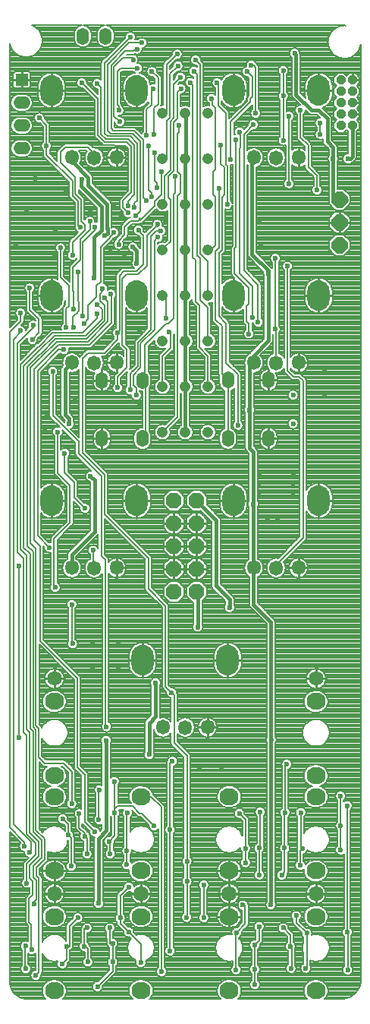
<source format=gbl>
G04 DipTrace 3.2.0.1*
G04 beehive.GBL*
%MOIN*%
G04 #@! TF.FileFunction,Copper,L2,Bot*
G04 #@! TF.Part,Single*
%AMOUTLINE33*
4,1,8,
-0.035108,0.014542,
-0.014542,0.035108,
0.014542,0.035108,
0.035108,0.014542,
0.035108,-0.014542,
0.014542,-0.035108,
-0.014542,-0.035108,
-0.035108,-0.014542,
-0.035108,0.014542,
0*%
%AMOUTLINE66*
4,1,16,
-0.005,0.0375,
-0.02127,0.033786,
-0.034319,0.023381,
-0.04156,0.008345,
-0.04156,-0.008345,
-0.034319,-0.023381,
-0.02127,-0.033786,
-0.005,-0.0375,
0.005,-0.0375,
0.02127,-0.033786,
0.034319,-0.023381,
0.04156,-0.008345,
0.04156,0.008345,
0.034319,0.023381,
0.02127,0.033786,
0.005,0.0375,
-0.005,0.0375,
0*%
%AMOUTLINE69*
4,1,8,
0.008419,0.020325,
0.020325,0.008419,
0.020325,-0.008419,
0.008419,-0.020325,
-0.008419,-0.020325,
-0.020325,-0.008419,
-0.020325,0.008419,
-0.008419,0.020325,
0.008419,0.020325,
0*%
%AMOUTLINE70*
4,1,4,
0.026163,-0.026163,
-0.026121,-0.026205,
-0.026205,0.026121,
0.026163,0.026163,
0.026163,-0.026163,
0*%
%AMOUTLINE73*
4,1,8,
-0.014159,-0.034184,
-0.034184,-0.014159,
-0.034184,0.014159,
-0.014159,0.034184,
0.014159,0.034184,
0.034184,0.014159,
0.034184,-0.014159,
0.014159,-0.034184,
-0.014159,-0.034184,
0*%
%AMOUTLINE88*
4,1,16,
0.05,0.0175,
0.045049,0.039194,
0.031175,0.056592,
0.011126,0.066247,
-0.011126,0.066247,
-0.031175,0.056592,
-0.045049,0.039194,
-0.05,0.0175,
-0.05,-0.0175,
-0.045049,-0.039194,
-0.031175,-0.056592,
-0.011126,-0.066247,
0.011126,-0.066247,
0.031175,-0.056592,
0.045049,-0.039194,
0.05,-0.0175,
0.05,0.0175,
0*%
G04 #@! TA.AperFunction,Conductor*
%ADD13C,0.015*%
G04 #@! TA.AperFunction,CopperBalancing*
%ADD15C,0.008*%
G04 #@! TA.AperFunction,Conductor*
%ADD16C,0.006*%
%ADD19C,0.017*%
G04 #@! TA.AperFunction,CopperBalancing*
%ADD23C,0.011*%
G04 #@! TA.AperFunction,ComponentPad*
%ADD41C,0.065*%
%ADD42O,0.054X0.074*%
%ADD43O,0.074X0.054*%
%ADD45C,0.047559*%
%ADD46O,0.06X0.065*%
G04 #@! TA.AperFunction,ViaPad*
%ADD47C,0.023622*%
G04 #@! TA.AperFunction,ComponentPad*
%ADD115OUTLINE33*%
%ADD148OUTLINE66*%
%ADD151OUTLINE69*%
%ADD152OUTLINE70*%
%ADD155OUTLINE73*%
%ADD170OUTLINE88*%
%FSLAX26Y26*%
G04*
G70*
G90*
G75*
G01*
G04 Bottom*
%LPD*%
X1179078Y2893912D2*
D13*
Y3093912D1*
Y3293912D1*
Y3493912D1*
Y3693912D1*
Y3893912D1*
Y4093912D1*
X1183477D1*
Y4293912D1*
X1179078D1*
X780097Y3570530D2*
Y3751192D1*
X810622Y3781717D1*
Y3884274D1*
X722125Y3972772D1*
Y4005685D1*
X724141Y4003669D1*
X1913949Y4238955D2*
Y4103784D1*
X1904078Y4093912D1*
X1895208D1*
X1829078D2*
Y3925161D1*
X1844033Y3910206D1*
X1882499D1*
X1887292Y3914999D1*
X1857273D1*
X1829078Y4093912D2*
Y4143912D1*
X1804078Y4168912D1*
Y4268912D1*
X1766578Y4306412D1*
X1735327D1*
X1666578Y4375161D1*
Y4550161D1*
X1660327Y4556412D1*
X681078Y4098912D2*
X688233Y4091757D1*
Y4076213D1*
X752628Y4011818D1*
Y3978083D1*
X836104Y3894606D1*
Y3787680D1*
X837462Y3789038D1*
Y3767912D1*
X826017Y3756467D1*
X681078Y2298912D2*
Y2356137D1*
X781760Y2456819D1*
Y2682874D1*
X763502Y2701133D1*
X669113Y2930016D2*
Y2953534D1*
X651558Y2971089D1*
Y3169392D1*
X681078Y3198912D1*
X1478551Y2578465D2*
Y2808583D1*
X1462176Y2824958D1*
Y2991656D1*
Y3180011D1*
X1481078Y3198912D1*
X1478551Y2578465D2*
Y2301438D1*
X1481078Y2298912D1*
X1555849Y820463D2*
Y1543570D1*
Y2060891D1*
X1479078Y2137663D1*
Y2298912D1*
X1481078D1*
X1558050Y1543570D2*
X1555849D1*
X798578Y825520D2*
Y1111971D1*
X832090Y1145483D1*
Y1541950D1*
X1481078Y3198912D2*
Y3231742D1*
X1545622Y3296286D1*
Y3591299D1*
Y3602366D1*
X1472827Y3675161D1*
Y4107163D1*
X1481078Y4098912D1*
X949317Y3706302D2*
X966303Y3689315D1*
Y3635095D1*
X656986Y638080D2*
D15*
X670613D1*
Y726169D1*
X707544Y763100D1*
X791294Y3412286D2*
D16*
Y3392925D1*
X728092Y3329723D1*
X596181D1*
X538155Y3271697D1*
X535882D1*
X454662Y3190476D1*
Y2380917D1*
X482760Y2352819D1*
Y1589689D1*
X496818Y1575631D1*
Y1135940D1*
X535395Y1097362D1*
Y1033819D1*
X496389Y994812D1*
Y937458D1*
X510129Y923718D1*
Y864643D1*
X491339Y845853D1*
Y745201D1*
X502037Y734503D1*
Y620882D1*
X504576Y623421D1*
X656986Y638080D2*
Y579503D1*
X638453Y560970D1*
X1444692Y1005110D2*
D15*
Y1068369D1*
X852664Y3499728D2*
D16*
X854861Y3497532D1*
Y3373467D1*
X759485Y3278091D1*
X621464D1*
X514170Y3170797D1*
Y2419686D1*
X541578Y2392278D1*
Y1978070D1*
X705638Y1814009D1*
Y1423318D1*
X737143Y1391812D1*
Y1184811D1*
X782557Y1139398D1*
X1444692Y1068369D2*
Y1194091D1*
X1417033Y1221749D1*
X760256Y3819113D2*
Y3782226D1*
X717697Y3739667D1*
Y3649911D1*
X685496Y3617710D1*
Y3512517D1*
X687689Y3510324D1*
Y3433553D1*
X456198Y3417353D2*
Y3381605D1*
X407709Y3333116D1*
Y1159915D1*
X472613Y1095011D1*
Y1077252D1*
X678750Y989112D2*
Y1112316D1*
X665099Y1125967D1*
Y1172921D1*
X640246Y1197774D1*
X816191Y3524394D2*
Y3513152D1*
X804821Y3501782D1*
Y3471802D1*
X826756Y3449866D1*
Y3383927D1*
X746474Y3303644D1*
X609663D1*
X544281Y3238263D1*
X542462D1*
X485097Y3180898D1*
Y2394072D1*
X510327Y2368843D1*
Y1600161D1*
X522827Y1587661D1*
Y1146353D1*
X560393Y1108787D1*
Y1020142D1*
X524058Y983807D1*
Y947904D1*
X536003Y935959D1*
Y523819D1*
X522743Y510559D1*
X1667663Y772478D2*
Y741871D1*
X1714007Y695528D1*
Y545724D1*
X1709908Y541626D1*
X781692Y3794857D2*
Y3780495D1*
X729806Y3728609D1*
Y3404811D1*
X455578Y3339167D2*
Y3332274D1*
X424734Y3301431D1*
Y1172815D1*
X501806Y1095743D1*
Y1056753D1*
X495146Y1050093D1*
X922771Y995637D2*
Y1055932D1*
Y1219761D1*
X925937Y1222928D1*
X826586Y3483713D2*
X832541D1*
Y3474266D1*
X839406Y3467402D1*
Y3378831D1*
X751592Y3291017D1*
X615679D1*
X543485Y3218823D1*
X542575D1*
X500087Y3176335D1*
Y2407643D1*
X522827Y2384903D1*
Y1606412D1*
X535327Y1593912D1*
Y1467973D1*
X561488Y1441811D1*
X644156D1*
X680735Y1405232D1*
Y1262927D1*
X1687387Y1225264D2*
Y1074043D1*
X1694061Y1067370D1*
X1685525Y993644D2*
Y1058835D1*
X1694061Y1067370D1*
X793344Y3453318D2*
X814334Y3432328D1*
Y3389517D1*
X742117Y3317301D1*
X603767D1*
X542684Y3256218D1*
X541775D1*
X470107Y3184550D1*
Y2386816D1*
X497827Y2359096D1*
Y1593912D1*
X510327Y1581412D1*
Y1140782D1*
X547894Y1103215D1*
Y1026129D1*
X510507Y988742D1*
Y941126D1*
X523700Y927933D1*
Y844906D1*
X513554Y834760D1*
Y823203D1*
X1402282Y534916D2*
Y694312D1*
X1405580Y697610D1*
X1404059D1*
X1442870Y736421D1*
Y819083D1*
X1433235D1*
X984431Y566525D2*
Y647663D1*
X930280Y701814D1*
X893940Y762230D2*
Y738154D1*
X930280Y701814D1*
X893940Y762230D2*
Y861776D1*
X930754Y898589D1*
X482664Y915207D2*
Y999411D1*
X522897Y1039643D1*
Y1091791D1*
X483227Y1131461D1*
Y1562840D1*
X469944Y1576123D1*
Y2339017D1*
X440580Y2368381D1*
Y3282883D1*
X510357Y3352660D1*
Y3363168D1*
X734705Y3371941D2*
X751697Y3388933D1*
Y3448782D1*
X788404Y3485490D1*
Y3535420D1*
X798916Y3545932D1*
X800418D1*
X808735Y3554249D1*
Y3706063D1*
X849216Y3746543D1*
Y3750091D1*
X864717Y3765592D1*
Y3770415D1*
X1112542Y617496D2*
D15*
Y1149336D1*
Y1439605D1*
X1123528Y1450591D1*
X964637Y3055854D2*
D16*
Y3086854D1*
X950923Y3100568D1*
Y3145310D1*
X983331Y3177718D1*
Y3282232D1*
X1043587Y3342488D1*
Y3733389D1*
X1059692Y3749494D1*
X936961Y3079117D2*
Y3151795D1*
X948044Y3162878D1*
Y3161433D1*
X971227Y3184617D1*
Y3287193D1*
X1027234Y3343200D1*
Y3753626D1*
X1050883Y3777276D1*
X1070986D1*
X1071889Y3778179D1*
X1056914Y3805841D2*
Y3798507D1*
X1052293D1*
X1010915Y3757129D1*
Y3623081D1*
X973378Y3585545D1*
X922159D1*
X903347Y3566732D1*
Y3275547D1*
X923366Y3255528D1*
Y3178377D1*
X882275Y3137285D1*
Y3088871D1*
X985327Y1294412D2*
X1029570D1*
X1075042Y1248940D1*
Y527273D1*
X478482Y540088D2*
Y551690D1*
X475197Y554975D1*
Y637429D1*
X476904Y639137D1*
X495809Y3526722D2*
Y3430466D1*
X536172Y3390102D1*
Y3329647D1*
X507069Y3300543D1*
X597168Y3160349D2*
Y2967480D1*
X710230Y2854419D1*
Y2800579D1*
X811097Y2699711D1*
Y2352039D1*
X828722Y2334415D1*
Y1606398D1*
X833387Y1601732D1*
X887050Y3718043D2*
Y3734883D1*
X912692Y3760525D1*
Y3795248D1*
X917983Y3800539D1*
X916991D1*
X937826Y3821374D1*
X970234D1*
X983130Y3834270D1*
Y3825072D1*
X1045498Y3887440D1*
Y3907053D1*
X1075680Y3937235D1*
Y4037949D1*
X1862542Y1060444D2*
Y1167062D1*
Y1296955D1*
X684143Y3669387D2*
Y3726555D1*
X739580Y3781992D1*
Y3803984D1*
X722222Y3821343D1*
Y3913617D1*
X696784Y3939055D1*
Y4012466D1*
X630587Y4078663D1*
Y4122679D1*
X652595Y4144686D1*
X750751D1*
X780242Y4115196D1*
Y4099801D1*
X779078Y4098637D1*
X1758779Y3956982D2*
Y4018822D1*
X1720219Y4057381D1*
Y4152770D1*
X1685327Y4187663D1*
Y4306412D1*
X1635327Y3984728D2*
Y4281412D1*
X988443Y4602417D2*
X932642D1*
X837723Y4507499D1*
Y4217612D1*
X850357Y4204978D1*
X948801D1*
X982415Y4171364D1*
Y3864971D1*
X961305Y3843861D1*
X956587Y3880476D2*
Y3898990D1*
X969331Y3911734D1*
Y4160371D1*
X937444Y4192259D1*
X837092D1*
X824230Y4205121D1*
Y4513920D1*
X938326Y4628016D1*
X968206Y4575105D2*
X960159D1*
X951030Y4565976D1*
X914973D1*
X853713Y4504717D1*
Y4226606D1*
X863206Y4217113D1*
X953822D1*
X994828Y4176106D1*
Y3922829D1*
X1007691Y3909967D1*
X1893740Y534480D2*
Y698276D1*
X1892092Y699924D1*
Y1254929D1*
X707746Y3595446D2*
Y3468961D1*
X711856Y3464850D1*
Y3425749D1*
X701461Y3415354D1*
X698639D1*
X683880Y3400595D1*
Y3357387D1*
X688437Y3352829D1*
X645952Y3255434D2*
X622587D1*
X530845Y3163693D1*
Y2438789D1*
X581183Y2388452D1*
X774658Y2375810D2*
Y2303057D1*
X779078Y2298637D1*
X631201Y3703311D2*
Y3572343D1*
X667643Y3535900D1*
Y3447539D1*
X655890Y3435786D1*
Y3352581D1*
X1152851Y4240152D2*
Y4211383D1*
X1143794Y4202327D1*
Y4038130D1*
X1157832Y4024092D1*
Y3943071D1*
X1143794Y3929033D1*
Y3681816D1*
X1144915Y3680696D1*
Y2959749D1*
X1079078Y2893912D1*
X1261000Y907407D2*
Y763500D1*
X1504044Y725127D2*
Y662634D1*
X1491545Y650135D1*
X1479046D1*
X1485296Y643886D1*
X1485279Y537647D1*
Y469613D1*
X1410946Y2924457D2*
Y3146176D1*
X1359533Y3197589D1*
Y3371108D1*
X1328301Y3402340D1*
Y3680806D1*
X1340578Y3693083D1*
Y3925000D1*
X1351967Y3936390D1*
Y4056461D1*
X1336377Y4072051D1*
Y4154516D1*
X1010114Y4195773D2*
Y4309093D1*
X1031428Y4330407D1*
Y4393866D1*
X1038923Y4401361D1*
X1079078Y3093912D2*
Y3226350D1*
X1115414Y3262686D1*
Y3328255D1*
X1109641Y3334028D1*
X1500092Y3376012D2*
Y3539805D1*
X1436991Y3602906D1*
Y4201826D1*
X1479078Y4243912D1*
X888324Y4306007D2*
Y4322681D1*
X881401Y4329605D1*
Y4477299D1*
X895760Y4491659D1*
X969608D1*
X1279078Y3093912D2*
Y3228042D1*
X1241272Y3265848D1*
Y3449973D1*
X1224453Y3466791D1*
Y3649144D1*
X1212945Y3660652D1*
Y4418714D1*
X1203020Y4428639D1*
X1459464Y3325360D2*
Y3370718D1*
X1449953Y3380228D1*
Y3448265D1*
X1460196Y3458508D1*
Y3527276D1*
X1396548Y3590924D1*
Y3701227D1*
X1401401Y3706080D1*
Y4178654D1*
X1042269Y4200599D2*
Y4317072D1*
X1060407Y4335210D1*
Y4449263D1*
X1032983Y4476686D1*
X1279078Y3693912D2*
X1292355D1*
X1313508Y3715066D1*
Y3926057D1*
X1302946Y3936618D1*
Y4036605D1*
X1313508Y4047167D1*
Y4315457D1*
X1299235Y4329730D1*
Y4354240D1*
X1295202Y4358273D1*
X1279078Y3293912D2*
Y3440803D1*
X1245222Y3474659D1*
Y3656042D1*
X1234339Y3666925D1*
X1233401D1*
X1230340Y3669986D1*
Y4464403D1*
X1217160Y4477583D1*
X1079078Y3693912D2*
X1092876D1*
Y3708950D1*
X1114625Y3730700D1*
Y3914101D1*
X1104666Y3924060D1*
Y4016337D1*
X1128666Y4040337D1*
Y4254328D1*
X1145124Y4270786D1*
Y4386272D1*
X1160637Y4401785D1*
X1079078Y3493912D2*
X1094776D1*
Y3393913D1*
X1474960Y3395591D2*
Y3534357D1*
X1418369Y3590948D1*
Y4137843D1*
X1423319Y4142793D1*
Y4195949D1*
X1418369Y4200899D1*
Y4211866D1*
X892147Y4256018D2*
X866509Y4281656D1*
Y4496696D1*
X905758Y4535944D1*
X953197D1*
Y4530910D1*
X950634Y4528347D1*
X1364168Y3893912D2*
Y4062227D1*
X1359061Y4067335D1*
Y4292920D1*
X1325536Y4326445D1*
Y4421550D1*
X1319550Y4427536D1*
X1079078Y3893912D2*
X1089433D1*
Y4018302D1*
X1114050Y4042919D1*
Y4257571D1*
X1128747Y4272268D1*
Y4421651D1*
X1159130Y4452034D1*
X1379975Y4091470D2*
Y4256688D1*
X1465866Y4342579D1*
Y4357570D1*
X1473847Y4365550D1*
Y4454138D1*
X1451899Y4476085D1*
X1079078Y4093912D2*
X1097635D1*
Y4258976D1*
X1113277Y4274618D1*
Y4466885D1*
X1147914Y4501521D1*
X1488914Y4293912D2*
Y4494917D1*
X1480365Y4503466D1*
X1469093D1*
X1469960Y4504332D1*
X1279078Y3493912D2*
Y3643419D1*
X1245006Y3677491D1*
Y4508126D1*
X1225380Y4527752D1*
X1079078Y4293912D2*
X1097596D1*
Y4506223D1*
X1144286Y4552913D1*
X1509380Y1226768D2*
Y1074177D1*
X1504044Y1068841D1*
X1505532Y951395D2*
Y1068841D1*
X1504044D1*
X860361Y568912D2*
Y650135D1*
X847862Y718878D2*
Y650135D1*
X860361D1*
Y568912D2*
Y528238D1*
X793633Y461509D1*
X849759Y1043243D2*
Y1094879D1*
X845974Y1098664D1*
X869625Y1223303D2*
Y1122315D1*
X845974Y1098664D1*
X869625Y1223303D2*
Y1240572D1*
X881638Y1252585D1*
X947336D1*
X978872Y1221050D1*
X987506D1*
X1042317Y1166239D1*
X869625Y1223303D2*
Y1359512D1*
X867975Y1361161D1*
X751357Y568912D2*
Y627903D1*
X741624Y637637D1*
X735374D1*
Y712629D1*
X741624Y718878D1*
X747873D1*
X1644461Y540908D2*
X1647499D1*
Y631667D1*
X1641529Y637637D1*
Y687631D1*
X1610282Y718878D1*
X1616532Y1068841D2*
Y1222891D1*
X1618759Y1225118D1*
X1616532Y1068841D2*
Y962156D1*
X1604360Y949983D1*
X1618759Y1225118D2*
Y1429648D1*
X1626143Y1437033D1*
X747397Y1042824D2*
Y1111647D1*
X737855Y1121189D1*
Y1132827D1*
X711950Y1158731D1*
Y1219173D1*
X713452Y1220675D1*
X799924Y1193912D2*
Y1322597D1*
X802313Y1324986D1*
X618427Y2895303D2*
Y2715036D1*
X672625Y2660837D1*
Y2495887D1*
X603111Y2426373D1*
Y2217828D1*
X607823Y2213116D1*
X681292Y2137710D2*
D15*
Y1968215D1*
X683995Y1965512D1*
X649506Y2801574D2*
D16*
Y2715828D1*
X691827Y2673507D1*
Y2606450D1*
X738548Y2559730D1*
X1234317Y2038550D2*
D19*
Y2188673D1*
X1229078Y2193912D1*
X447435Y1554593D2*
D16*
Y2306412D1*
X1374735Y2123970D2*
D19*
Y2161038D1*
X1314870Y2220903D1*
Y2508120D1*
X1229078Y2593912D1*
X881132Y3329908D2*
D16*
X890307Y3339084D1*
Y3581703D1*
X908327Y3599723D1*
X965948D1*
X994966Y3628742D1*
Y3756168D1*
X973870Y3777264D1*
Y3781058D1*
X1187450Y923135D2*
D15*
Y1010953D1*
Y1474844D1*
X1130352Y1531942D1*
Y1740608D1*
X1119642Y1751318D1*
X1187450Y923135D2*
D16*
Y766630D1*
X1185856Y765036D1*
X881132Y3329908D2*
Y3298991D1*
X823688Y3241547D1*
X752343D1*
X727168Y3216373D1*
Y2805172D1*
X824422Y2707919D1*
Y2534400D1*
X1017338Y2341484D1*
Y2206524D1*
X1092314Y2131547D1*
Y1778646D1*
X1119642Y1751318D1*
X718554Y3792189D2*
Y3801164D1*
X708189D1*
Y3907072D1*
X683868Y3931394D1*
Y3995854D1*
X569519Y4110203D1*
Y4150650D1*
X568941Y4150072D1*
Y4241209D1*
X537545Y4272605D1*
X1610327Y4175161D2*
Y4369356D1*
Y4481412D1*
X1611083Y4369356D2*
X1610327D1*
X928016Y3857184D2*
X905204Y3879996D1*
Y3909425D1*
X942292Y3946513D1*
Y4146391D1*
X922317Y4166366D1*
X826267D1*
X795649Y4196984D1*
Y4356201D1*
X724317Y4427533D1*
X1367481Y2866311D2*
Y3122311D1*
X1327474Y3964222D2*
Y3702448D1*
X1312898Y3687871D1*
Y3386474D1*
X1340527Y3358845D1*
Y3149265D1*
X1367481Y3122311D1*
X991176Y2865912D2*
X1005911D1*
Y3121912D1*
X991176D1*
X1135209Y4015627D2*
Y3943454D1*
X1129271Y3937516D1*
Y3392564D1*
X1105864Y3369158D1*
X1094679D1*
X1003074Y3277553D1*
Y3133810D1*
X991176Y3121912D1*
X1054847Y3965857D2*
Y3987682D1*
X1044925Y3997604D1*
Y4119297D1*
X1772827Y4200161D2*
Y4250160D1*
X1032578Y3926928D2*
Y3944192D1*
X1019788Y3956982D1*
Y4149520D1*
X1629020Y3622370D2*
Y3162719D1*
X1654479Y3137260D1*
X1679479D1*
X1697827Y3118912D1*
Y2430306D1*
X1579078Y2311557D1*
Y2298637D1*
Y3198637D2*
Y3340828D1*
X1576104Y3343802D1*
X1574164Y3345742D1*
X1576104Y3657810D2*
Y3343802D1*
X927339Y3888127D2*
Y3908219D1*
X955811Y3936692D1*
Y4153896D1*
X930168Y4179539D1*
X831782D1*
X809390Y4201932D1*
Y4408117D1*
X792767Y4424740D1*
X1048582Y1794231D2*
D19*
Y1646197D1*
X1020499Y1618114D1*
Y1478895D1*
D47*
X724141Y4003669D3*
X780097Y3570530D3*
X724141Y4003669D3*
D3*
D3*
X1895208Y4093912D3*
X1829078D3*
X1660327Y4556412D3*
X1829078Y4093912D3*
X826017Y3756467D3*
X763502Y2701133D3*
X669113Y2930016D3*
X1478551Y2578465D3*
D3*
X1462176Y2991656D3*
X1555849Y820463D3*
X1558050Y1543570D3*
X798578Y825520D3*
X832090Y1541950D3*
X1545622Y3591299D3*
X949317Y3706302D3*
X966303Y3635095D3*
D3*
X656986Y638080D3*
X707544Y763100D3*
X791294Y3412286D3*
X504576Y623421D3*
X638453Y560970D3*
X656986Y638080D3*
X1444692Y1005110D3*
Y1068369D3*
X852664Y3499728D3*
X782557Y1139398D3*
X1417033Y1221749D3*
X760256Y3819113D3*
X687689Y3433553D3*
X456198Y3417353D3*
X472613Y1077252D3*
X678750Y989112D3*
X665099Y1125967D3*
X640246Y1197774D3*
X816191Y3524394D3*
X522743Y510559D3*
X1667663Y772478D3*
X1714007Y695528D3*
X1709908Y541626D3*
X781692Y3794857D3*
X729806Y3404811D3*
X455578Y3339167D3*
X495146Y1050093D3*
X922771Y995637D3*
Y1055932D3*
X925937Y1222928D3*
X826586Y3483713D3*
X680735Y1262927D3*
X1694061Y1067370D3*
X1687387Y1225264D3*
X1685525Y993644D3*
X793344Y3453318D3*
X513554Y823203D3*
X1402282Y534916D3*
X1405580Y697610D3*
X1433235Y819083D3*
X984431Y566525D3*
X930280Y701814D3*
X893940Y762230D3*
X930754Y898589D3*
X482664Y915207D3*
X510357Y3363168D3*
X734705Y3371941D3*
X864717Y3770415D3*
X893940Y762230D3*
X1112542Y1149336D3*
Y617496D3*
X1123528Y1450591D3*
X964637Y3055854D3*
X1059692Y3749494D3*
X936961Y3079117D3*
X1071889Y3778179D3*
X1056914Y3805841D3*
X882275Y3088871D3*
X1075042Y527273D3*
X478482Y540088D3*
X476904Y639137D3*
X495809Y3526722D3*
X507069Y3300543D3*
X597168Y3160349D3*
X833387Y1601732D3*
X887050Y3718043D3*
X1075680Y4037949D3*
X1862542Y1060444D3*
Y1167062D3*
Y1296955D3*
X684143Y3669387D3*
X1758779Y3956982D3*
X1685327Y4306412D3*
X1635327Y3984728D3*
Y4281412D3*
X988443Y4602417D3*
X961305Y3843861D3*
X956587Y3880476D3*
X938326Y4628016D3*
X968206Y4575105D3*
X1007691Y3909967D3*
X1893740Y534480D3*
X1892092Y699924D3*
Y1254929D3*
X707746Y3595446D3*
X688437Y3352829D3*
X645952Y3255434D3*
X581183Y2388452D3*
X774658Y2375810D3*
X631201Y3703311D3*
X655890Y3352581D3*
X1152851Y4240152D3*
X1261000Y907407D3*
Y763500D3*
X1504044Y725127D3*
X1485296Y643886D3*
X1485279Y537647D3*
Y469613D3*
X1410946Y2924457D3*
X1336377Y4154516D3*
X1010114Y4195773D3*
X1038923Y4401361D3*
X1109641Y3334028D3*
X1500092Y3376012D3*
X1479078Y4243912D3*
X888324Y4306007D3*
X969608Y4491659D3*
X1203020Y4428639D3*
X1459464Y3325360D3*
X1401401Y4178654D3*
X1042269Y4200599D3*
X1032983Y4476686D3*
X1295202Y4358273D3*
X1217160Y4477583D3*
X1160637Y4401785D3*
X1094776Y3393913D3*
X1474960Y3395591D3*
X1418369Y4211866D3*
X892147Y4256018D3*
X950634Y4528347D3*
X1364168Y3893912D3*
X1319550Y4427536D3*
X1159130Y4452034D3*
X1379975Y4091470D3*
X1451899Y4476085D3*
X1147914Y4501521D3*
X1488914Y4293912D3*
X1469960Y4504332D3*
X1225380Y4527752D3*
X1144286Y4552913D3*
X1509380Y1226768D3*
X1504044Y1068841D3*
X1505532Y951395D3*
X860361Y568912D3*
Y650135D3*
X847862Y718878D3*
X793633Y461509D3*
X860361Y568912D3*
X849759Y1043243D3*
X845974Y1098664D3*
X869625Y1223303D3*
X1042317Y1166239D3*
X869625Y1223303D3*
X867975Y1361161D3*
X869625Y1223303D3*
X751357Y568912D3*
X735374Y637637D3*
X747873Y718878D3*
X735374Y637637D3*
X1644461Y540908D3*
X1641529Y637637D3*
X1610282Y718878D3*
X1616532Y1068841D3*
X1618759Y1225118D3*
X1604360Y949983D3*
X1616532Y1068841D3*
X1626143Y1437033D3*
X747397Y1042824D3*
X737855Y1121189D3*
X713452Y1220675D3*
X799924Y1193912D3*
X802313Y1324986D3*
X618427Y2895303D3*
X607823Y2213116D3*
X683995Y1965512D3*
X681292Y2137710D3*
X649506Y2801574D3*
X738548Y2559730D3*
X1234317Y2038550D3*
X447435Y1554593D3*
Y2306412D3*
X1374735Y2123970D3*
X881132Y3329908D3*
X973870Y3781058D3*
X1187450Y923135D3*
Y1010953D3*
X1119642Y1751318D3*
D3*
X1185856Y765036D3*
X1187450Y923135D3*
X881132Y3329908D3*
X718554Y3792189D3*
X568941Y4150072D3*
X537545Y4272605D3*
X1610327Y4175161D3*
Y4481412D3*
X568941Y4150072D3*
X1611083Y4369356D3*
X928016Y3857184D3*
X724317Y4427533D3*
X1327474Y3964222D3*
X1135209Y4015627D3*
X1054847Y3965857D3*
X1044925Y4119297D3*
X1772827Y4200161D3*
Y4250160D3*
X1044925Y4119297D3*
X1032578Y3926928D3*
X1019788Y4149520D3*
D3*
X1629020Y3622370D3*
X1574164Y3345742D3*
X1576104Y3657810D3*
X927339Y3888127D3*
X792767Y4424740D3*
X1020499Y1478895D3*
X1048582Y1794231D3*
X1504078Y2631412D3*
Y2668912D3*
Y2706412D3*
Y2743912D3*
X1654078D3*
Y2706412D3*
Y2668912D3*
Y2631412D3*
X1585327Y2512661D3*
X1541578D3*
X1654078Y2931412D3*
Y3056412D3*
X1791578Y3050161D3*
Y3168912D3*
X772827Y1968912D3*
Y1862661D3*
X885327D3*
Y1968912D3*
X979078Y3012661D3*
Y2956412D3*
X922827Y2893912D3*
X435327Y3718912D3*
X522827Y4006412D3*
X1504078Y3825161D3*
X850803Y3701583D3*
X1093576Y3845303D3*
X1092696Y3816693D3*
X911061Y3663698D3*
X1510327Y3712661D3*
X604242Y3666785D3*
X760844Y3859099D3*
X654095Y3953129D3*
X482842Y3859630D3*
X980065Y3334210D3*
X695121Y3035449D3*
X560567Y2904264D3*
X897153Y3832160D3*
X603528Y3199277D3*
X1340012Y1412437D3*
X1243275Y1414252D3*
X570498Y2972681D3*
X808708Y3287352D3*
X865118Y3893490D3*
X606975Y3778391D3*
X521204Y4672043D2*
D15*
X705260D1*
X752907D2*
X805260D1*
X852907D2*
X1847854D1*
X530673Y4664175D2*
X697448D1*
X760704D2*
X797448D1*
X860704D2*
X1834729D1*
X537579Y4656306D2*
X692963D1*
X765188D2*
X792963D1*
X865188D2*
X1825901D1*
X542751Y4648437D2*
X690604D1*
X767548D2*
X790604D1*
X867548D2*
X926666D1*
X949985D2*
X1819401D1*
X546626Y4640568D2*
X689963D1*
X768204D2*
X789963D1*
X868204D2*
X918104D1*
X958548D2*
X1814510D1*
X549391Y4632700D2*
X689963D1*
X768204D2*
X789963D1*
X868204D2*
X914870D1*
X961782D2*
X1810885D1*
X551188Y4624831D2*
X689963D1*
X768204D2*
X789963D1*
X868204D2*
X914088D1*
X962032D2*
X981932D1*
X994954D2*
X1808323D1*
X552095Y4616962D2*
X690213D1*
X767938D2*
X790213D1*
X867938D2*
X906213D1*
X959438D2*
X969651D1*
X1007235D2*
X1806713D1*
X552126Y4609093D2*
X691995D1*
X766157D2*
X791995D1*
X866157D2*
X898354D1*
X1011391D2*
X1805979D1*
X551313Y4601224D2*
X695713D1*
X762454D2*
X795713D1*
X862454D2*
X890479D1*
X1012345D2*
X1806120D1*
X549595Y4593356D2*
X702182D1*
X755985D2*
X802182D1*
X855985D2*
X882620D1*
X1010532D2*
X1807120D1*
X546923Y4585487D2*
X714948D1*
X743220D2*
X814948D1*
X843220D2*
X874745D1*
X1005001D2*
X1809026D1*
X408813Y4577618D2*
X415003D1*
X543173D2*
X866870D1*
X992001D2*
X1650291D1*
X1670360D2*
X1811916D1*
X408813Y4569749D2*
X420041D1*
X538126D2*
X859010D1*
X991516D2*
X1127620D1*
X1160954D2*
X1640635D1*
X1680032D2*
X1815916D1*
X1942251D2*
X1949932D1*
X408813Y4561881D2*
X426745D1*
X531407D2*
X851135D1*
X987985D2*
X1122166D1*
X1166407D2*
X1637057D1*
X1683595D2*
X1821260D1*
X1936891D2*
X1949932D1*
X408813Y4554012D2*
X435916D1*
X522235D2*
X843276D1*
X978501D2*
X1120385D1*
X1168188D2*
X1636526D1*
X1685798D2*
X1828401D1*
X1929751D2*
X1949932D1*
X408813Y4546143D2*
X449838D1*
X508313D2*
X835401D1*
X966204D2*
X1116463D1*
X1167204D2*
X1210557D1*
X1240204D2*
X1638807D1*
X1686204D2*
X1838260D1*
X1919891D2*
X1949916D1*
X408813Y4538274D2*
X827526D1*
X972329D2*
X1108588D1*
X1163001D2*
X1203979D1*
X1246782D2*
X1645166D1*
X1686204D2*
X1853963D1*
X1904188D2*
X1949916D1*
X408813Y4530406D2*
X819666D1*
X974470D2*
X1100729D1*
X1150423D2*
X1201604D1*
X1249157D2*
X1646963D1*
X1686204D2*
X1949916D1*
X408813Y4522537D2*
X811995D1*
X973829D2*
X1092854D1*
X1158376D2*
X1202041D1*
X1251641D2*
X1454885D1*
X1485032D2*
X1646963D1*
X1686204D2*
X1949916D1*
X408813Y4514668D2*
X809135D1*
X972782D2*
X1085229D1*
X1167751D2*
X1205510D1*
X1258548D2*
X1448463D1*
X1491454D2*
X1646963D1*
X1686204D2*
X1949916D1*
X408813Y4506799D2*
X809104D1*
X987891D2*
X1082495D1*
X1119220D2*
X1124588D1*
X1171235D2*
X1214776D1*
X1260126D2*
X1446166D1*
X1498079D2*
X1646963D1*
X1686204D2*
X1949916D1*
X408813Y4498931D2*
X809104D1*
X992360D2*
X1025838D1*
X1040126D2*
X1082479D1*
X1112720D2*
X1124135D1*
X1171704D2*
X1207448D1*
X1260126D2*
X1446666D1*
X1503454D2*
X1594416D1*
X1626235D2*
X1646963D1*
X1686204D2*
X1949916D1*
X408813Y4491062D2*
X809104D1*
X993532D2*
X1014057D1*
X1051907D2*
X1082479D1*
X1169345D2*
X1197557D1*
X1260126D2*
X1433463D1*
X1504032D2*
X1588510D1*
X1632141D2*
X1646963D1*
X1686204D2*
X1949916D1*
X408813Y4483193D2*
X809104D1*
X991938D2*
X1009979D1*
X1055985D2*
X1082479D1*
X1162829D2*
X1193916D1*
X1260126D2*
X1429088D1*
X1504032D2*
X1586463D1*
X1634188D2*
X1646963D1*
X1686204D2*
X1949916D1*
X408813Y4475324D2*
X426948D1*
X493720D2*
X809104D1*
X900470D2*
X952432D1*
X986782D2*
X1009088D1*
X1056876D2*
X1082479D1*
X1142766D2*
X1193338D1*
X1260126D2*
X1427979D1*
X1504032D2*
X1587213D1*
X1633438D2*
X1646963D1*
X1686204D2*
X1949916D1*
X408813Y4467455D2*
X422104D1*
X498516D2*
X569213D1*
X614938D2*
X809104D1*
X896516D2*
X943213D1*
X988938D2*
X1010979D1*
X1063266D2*
X1082479D1*
X1134907D2*
X1141088D1*
X1177173D2*
X1195557D1*
X1260126D2*
X1369213D1*
X1414938D2*
X1429635D1*
X1504032D2*
X1591088D1*
X1629579D2*
X1646963D1*
X1686204D2*
X1743213D1*
X1788938D2*
X1846901D1*
X1881001D2*
X1896901D1*
X1931001D2*
X1949916D1*
X408813Y4459587D2*
X422010D1*
X498610D2*
X553354D1*
X630813D2*
X809104D1*
X896516D2*
X927354D1*
X1004813D2*
X1016604D1*
X1071141D2*
X1082479D1*
X1128391D2*
X1136463D1*
X1181798D2*
X1201823D1*
X1260126D2*
X1353354D1*
X1430813D2*
X1434890D1*
X1504032D2*
X1595213D1*
X1625454D2*
X1646963D1*
X1686204D2*
X1727354D1*
X1804813D2*
X1839026D1*
X1938876D2*
X1949916D1*
X408813Y4451718D2*
X422026D1*
X498610D2*
X546588D1*
X637563D2*
X809104D1*
X896516D2*
X920588D1*
X1011563D2*
X1036901D1*
X1075313D2*
X1082479D1*
X1128391D2*
X1135198D1*
X1183063D2*
X1200666D1*
X1205370D2*
X1215213D1*
X1260126D2*
X1346588D1*
X1437563D2*
X1455213D1*
X1504032D2*
X1595213D1*
X1625454D2*
X1646963D1*
X1686204D2*
X1720588D1*
X1811563D2*
X1832370D1*
X1945532D2*
X1949913D1*
X408813Y4443849D2*
X422041D1*
X498610D2*
X540323D1*
X643845D2*
X707120D1*
X741516D2*
X778932D1*
X896516D2*
X914323D1*
X1017845D2*
X1044776D1*
X1075532D2*
X1082479D1*
X1260126D2*
X1302354D1*
X1443845D2*
X1458729D1*
X1504032D2*
X1595213D1*
X1625454D2*
X1646963D1*
X1686204D2*
X1714323D1*
X1817845D2*
X1831510D1*
X408813Y4435980D2*
X422057D1*
X498610D2*
X535276D1*
X648876D2*
X701979D1*
X746657D2*
X771745D1*
X896516D2*
X909276D1*
X1022876D2*
X1045291D1*
X1075532D2*
X1082479D1*
X1260126D2*
X1297213D1*
X1448876D2*
X1458729D1*
X1504032D2*
X1595213D1*
X1625454D2*
X1646963D1*
X1686204D2*
X1709276D1*
X1822876D2*
X1831510D1*
X408813Y4428112D2*
X422057D1*
X498610D2*
X533479D1*
X650673D2*
X700385D1*
X748235D2*
X769088D1*
X896516D2*
X907479D1*
X1024673D2*
X1045291D1*
X1075532D2*
X1082479D1*
X1156266D2*
X1179088D1*
X1260126D2*
X1295620D1*
X1450673D2*
X1458729D1*
X1504032D2*
X1595213D1*
X1625454D2*
X1646963D1*
X1686204D2*
X1707479D1*
X1824673D2*
X1831760D1*
X408813Y4420243D2*
X422073D1*
X498610D2*
X531682D1*
X652470D2*
X701557D1*
X752657D2*
X769276D1*
X896516D2*
X905682D1*
X1075532D2*
X1082479D1*
X1175376D2*
X1180666D1*
X1260126D2*
X1296791D1*
X1452470D2*
X1458729D1*
X1504032D2*
X1595213D1*
X1625454D2*
X1646963D1*
X1686204D2*
X1705682D1*
X1826470D2*
X1837104D1*
X1940782D2*
X1949916D1*
X408813Y4412374D2*
X422151D1*
X498532D2*
X529995D1*
X654157D2*
X706041D1*
X760532D2*
X772416D1*
X896516D2*
X903995D1*
X1075532D2*
X1082479D1*
X1260126D2*
X1301276D1*
X1454157D2*
X1458725D1*
X1504032D2*
X1595213D1*
X1625454D2*
X1646963D1*
X1686204D2*
X1703995D1*
X1828157D2*
X1841823D1*
X1936079D2*
X1949901D1*
X408813Y4404505D2*
X426729D1*
X493907D2*
X529963D1*
X654204D2*
X721338D1*
X768391D2*
X780760D1*
X896516D2*
X903963D1*
X1075532D2*
X1082479D1*
X1184407D2*
X1197823D1*
X1260126D2*
X1310416D1*
X1454204D2*
X1458728D1*
X1504032D2*
X1595213D1*
X1625454D2*
X1646963D1*
X1686204D2*
X1703963D1*
X1828204D2*
X1834026D1*
X1943860D2*
X1949901D1*
X408813Y4396637D2*
X529963D1*
X654204D2*
X734166D1*
X776266D2*
X794276D1*
X896516D2*
X903963D1*
X1075532D2*
X1082479D1*
X1183985D2*
X1197823D1*
X1260126D2*
X1310416D1*
X1454204D2*
X1458728D1*
X1504032D2*
X1595213D1*
X1625454D2*
X1646963D1*
X1686204D2*
X1703963D1*
X408813Y4388768D2*
X529963D1*
X654204D2*
X742026D1*
X784126D2*
X794276D1*
X896516D2*
X903963D1*
X1075532D2*
X1082479D1*
X1180563D2*
X1197823D1*
X1260126D2*
X1310416D1*
X1454204D2*
X1458728D1*
X1504032D2*
X1595213D1*
X1625454D2*
X1646963D1*
X1686204D2*
X1703963D1*
X408813Y4380899D2*
X529963D1*
X654204D2*
X749901D1*
X896516D2*
X903963D1*
X1075532D2*
X1082479D1*
X1171376D2*
X1197823D1*
X1260126D2*
X1289588D1*
X1300813D2*
X1310416D1*
X1454204D2*
X1458728D1*
X1504032D2*
X1590245D1*
X1631923D2*
X1646963D1*
X1688251D2*
X1703963D1*
X408813Y4373030D2*
X430354D1*
X490298D2*
X530432D1*
X653720D2*
X757760D1*
X896516D2*
X904432D1*
X1075532D2*
X1082479D1*
X1160251D2*
X1197823D1*
X1260126D2*
X1276588D1*
X1453720D2*
X1458721D1*
X1504032D2*
X1587448D1*
X1634720D2*
X1647073D1*
X1696126D2*
X1704432D1*
X1827720D2*
X1834354D1*
X1943548D2*
X1949901D1*
X408813Y4365161D2*
X420760D1*
X499891D2*
X532229D1*
X651923D2*
X765635D1*
X896516D2*
X906229D1*
X1075532D2*
X1082479D1*
X1160251D2*
X1197823D1*
X1260126D2*
X1272323D1*
X1504032D2*
X1587541D1*
X1634626D2*
X1649838D1*
X1825923D2*
X1842198D1*
X1935704D2*
X1949901D1*
X408813Y4357293D2*
X415401D1*
X505251D2*
X534026D1*
X650126D2*
X773510D1*
X896516D2*
X908026D1*
X1075532D2*
X1082479D1*
X1160251D2*
X1197823D1*
X1260126D2*
X1271291D1*
X1504032D2*
X1590541D1*
X1631626D2*
X1657026D1*
X1824126D2*
X1836729D1*
X1941173D2*
X1949901D1*
X508235Y4349424D2*
X536229D1*
X647938D2*
X780526D1*
X896516D2*
X910229D1*
X1075532D2*
X1082479D1*
X1160251D2*
X1197823D1*
X1260126D2*
X1273026D1*
X1504032D2*
X1595213D1*
X1625454D2*
X1664901D1*
X1821938D2*
X1831698D1*
X509407Y4341555D2*
X542245D1*
X641907D2*
X780526D1*
X896516D2*
X916245D1*
X1075532D2*
X1082479D1*
X1160251D2*
X1197823D1*
X1260126D2*
X1278416D1*
X1504032D2*
X1595213D1*
X1625454D2*
X1672776D1*
X1815907D2*
X1831510D1*
X508954Y4333686D2*
X548526D1*
X635626D2*
X780526D1*
X898376D2*
X922526D1*
X1009626D2*
X1013649D1*
X1075438D2*
X1082479D1*
X1160251D2*
X1197823D1*
X1260126D2*
X1284120D1*
X1340657D2*
X1348526D1*
X1504032D2*
X1595213D1*
X1625454D2*
X1680635D1*
X1809626D2*
X1831510D1*
X408813Y4325818D2*
X413879D1*
X506782D2*
X557901D1*
X626251D2*
X780526D1*
X903095D2*
X931901D1*
X1000251D2*
X1005791D1*
X1347220D2*
X1357901D1*
X1504032D2*
X1595213D1*
X1625454D2*
X1671932D1*
X1800251D2*
X1832541D1*
X1945360D2*
X1949911D1*
X408813Y4317949D2*
X418088D1*
X502579D2*
X574245D1*
X609923D2*
X780526D1*
X908938D2*
X948245D1*
X983923D2*
X998057D1*
X1355079D2*
X1374245D1*
X1409923D2*
X1420182D1*
X1462282D2*
X1473791D1*
X1504032D2*
X1595213D1*
X1625454D2*
X1664479D1*
X1783923D2*
X1839401D1*
X1938501D2*
X1949901D1*
X408813Y4310080D2*
X425401D1*
X495251D2*
X780526D1*
X911891D2*
X995026D1*
X1362954D2*
X1412323D1*
X1454423D2*
X1471573D1*
X1506251D2*
X1595213D1*
X1625454D2*
X1661682D1*
X1790329D2*
X1839526D1*
X1938376D2*
X1949901D1*
X408813Y4302211D2*
X442323D1*
X478329D2*
X780526D1*
X911938D2*
X994995D1*
X1370751D2*
X1404448D1*
X1446548D2*
X1466526D1*
X1511298D2*
X1595213D1*
X1646251D2*
X1661776D1*
X1798188D2*
X1832588D1*
X1945313D2*
X1949903D1*
X408813Y4294343D2*
X528838D1*
X546251D2*
X780526D1*
X909095D2*
X994995D1*
X1374110D2*
X1396573D1*
X1438688D2*
X1464979D1*
X1512845D2*
X1595213D1*
X1655313D2*
X1664791D1*
X1705860D2*
X1719979D1*
X1806063D2*
X1831510D1*
X408813Y4286474D2*
X518229D1*
X556860D2*
X780526D1*
X901516D2*
X994995D1*
X1374188D2*
X1388713D1*
X1430813D2*
X1466213D1*
X1511610D2*
X1595213D1*
X1658704D2*
X1670213D1*
X1700454D2*
X1759104D1*
X1813938D2*
X1831510D1*
X408813Y4278605D2*
X514401D1*
X560688D2*
X780526D1*
X897938D2*
X994995D1*
X1374188D2*
X1380838D1*
X1422938D2*
X1470776D1*
X1507048D2*
X1595213D1*
X1659095D2*
X1670213D1*
X1700454D2*
X1766963D1*
X1821016D2*
X1831666D1*
X408813Y4270736D2*
X426854D1*
X493813D2*
X513682D1*
X561407D2*
X780526D1*
X910798D2*
X994995D1*
X1415079D2*
X1595213D1*
X1656641D2*
X1670213D1*
X1700454D2*
X1761463D1*
X1823610D2*
X1836620D1*
X1941282D2*
X1949885D1*
X408813Y4262868D2*
X418885D1*
X501766D2*
X515760D1*
X568329D2*
X780526D1*
X915048D2*
X994995D1*
X1407204D2*
X1465026D1*
X1493141D2*
X1595213D1*
X1650454D2*
X1670213D1*
X1700454D2*
X1752698D1*
X1823704D2*
X1842307D1*
X1935595D2*
X1949885D1*
X408813Y4254999D2*
X414316D1*
X506329D2*
X521745D1*
X576204D2*
X780526D1*
X916063D2*
X994995D1*
X1399345D2*
X1457979D1*
X1500173D2*
X1595213D1*
X1650454D2*
X1670213D1*
X1700454D2*
X1749401D1*
X1823704D2*
X1834463D1*
X1943438D2*
X1949885D1*
X508751Y4247130D2*
X541963D1*
X582782D2*
X780526D1*
X914298D2*
X994995D1*
X1395095D2*
X1455370D1*
X1502782D2*
X1595213D1*
X1650454D2*
X1670213D1*
X1700454D2*
X1749088D1*
X1823704D2*
X1831510D1*
X509438Y4239261D2*
X549838D1*
X584063D2*
X780526D1*
X868829D2*
X875401D1*
X908891D2*
X994995D1*
X1395095D2*
X1453370D1*
X1502532D2*
X1595213D1*
X1650454D2*
X1670213D1*
X1700454D2*
X1751620D1*
X1823704D2*
X1831510D1*
X508501Y4231392D2*
X553823D1*
X584063D2*
X780526D1*
X955704D2*
X994995D1*
X1395095D2*
X1405166D1*
X1431563D2*
X1445510D1*
X1499329D2*
X1595213D1*
X1650454D2*
X1670213D1*
X1700454D2*
X1757713D1*
X1823704D2*
X1831510D1*
X408813Y4223524D2*
X414847D1*
X505798D2*
X553823D1*
X584063D2*
X780526D1*
X968470D2*
X994995D1*
X1490798D2*
X1595213D1*
X1650454D2*
X1670213D1*
X1700454D2*
X1757713D1*
X1823704D2*
X1833932D1*
X1943954D2*
X1949885D1*
X408813Y4215655D2*
X419807D1*
X500845D2*
X553823D1*
X584063D2*
X780526D1*
X976329D2*
X994995D1*
X1471876D2*
X1595213D1*
X1650454D2*
X1670213D1*
X1700454D2*
X1754854D1*
X1823704D2*
X1841698D1*
X1886204D2*
X1891698D1*
X1936204D2*
X1949885D1*
X408813Y4207786D2*
X428541D1*
X492110D2*
X553823D1*
X584063D2*
X780526D1*
X984204D2*
X989541D1*
X1464001D2*
X1595213D1*
X1650454D2*
X1670213D1*
X1700454D2*
X1750182D1*
X1823704D2*
X1851479D1*
X1876423D2*
X1894323D1*
X1933563D2*
X1949885D1*
X408813Y4199917D2*
X553823D1*
X584063D2*
X780526D1*
X1456141D2*
X1595213D1*
X1650454D2*
X1670213D1*
X1700454D2*
X1748901D1*
X1823704D2*
X1894323D1*
X1933563D2*
X1949885D1*
X408813Y4192049D2*
X553823D1*
X584063D2*
X781401D1*
X1452110D2*
X1593713D1*
X1650454D2*
X1670213D1*
X1701985D2*
X1750370D1*
X1823704D2*
X1894323D1*
X1933563D2*
X1949885D1*
X408813Y4184180D2*
X553823D1*
X584063D2*
X787401D1*
X1452110D2*
X1588229D1*
X1650454D2*
X1670635D1*
X1709860D2*
X1755307D1*
X1823704D2*
X1894323D1*
X1933563D2*
X1949885D1*
X408813Y4176311D2*
X437745D1*
X482907D2*
X553823D1*
X584063D2*
X795276D1*
X1452110D2*
X1586432D1*
X1650454D2*
X1675620D1*
X1717735D2*
X1784463D1*
X1824095D2*
X1894323D1*
X1933563D2*
X1949885D1*
X408813Y4168442D2*
X424010D1*
X496641D2*
X553823D1*
X584063D2*
X803135D1*
X1452110D2*
X1587401D1*
X1650454D2*
X1683495D1*
X1725595D2*
X1784463D1*
X1831970D2*
X1894323D1*
X1933563D2*
X1949885D1*
X408813Y4160574D2*
X417291D1*
X503360D2*
X547526D1*
X590345D2*
X811010D1*
X1452110D2*
X1591573D1*
X1650454D2*
X1691370D1*
X1733032D2*
X1786401D1*
X1839829D2*
X1894323D1*
X1933563D2*
X1949885D1*
X408813Y4152705D2*
X413442D1*
X507220D2*
X545166D1*
X592720D2*
X639557D1*
X763782D2*
X821166D1*
X1452110D2*
X1603979D1*
X1650454D2*
X1699229D1*
X1735345D2*
X1792870D1*
X1846516D2*
X1894323D1*
X1933563D2*
X1949885D1*
X509126Y4144836D2*
X545604D1*
X592266D2*
X631698D1*
X771657D2*
X922791D1*
X1452110D2*
X1620213D1*
X1650454D2*
X1705104D1*
X1735345D2*
X1800745D1*
X1848673D2*
X1894323D1*
X1933563D2*
X1949870D1*
X509345Y4136967D2*
X549073D1*
X588798D2*
X623823D1*
X800454D2*
X855229D1*
X898923D2*
X927166D1*
X1452110D2*
X1459229D1*
X1502923D2*
X1557698D1*
X1600454D2*
X1620213D1*
X1650454D2*
X1655229D1*
X1698923D2*
X1705104D1*
X1735345D2*
X1808604D1*
X1848704D2*
X1894323D1*
X1933563D2*
X1949870D1*
X507907Y4129099D2*
X554401D1*
X584641D2*
X616979D1*
X712548D2*
X745291D1*
X810298D2*
X845604D1*
X908548D2*
X927166D1*
X1512548D2*
X1547854D1*
X1610298D2*
X1620213D1*
X1735345D2*
X1809463D1*
X1848704D2*
X1894323D1*
X1933563D2*
X1949870D1*
X408813Y4121230D2*
X416041D1*
X504626D2*
X554401D1*
X584641D2*
X615463D1*
X718141D2*
X742166D1*
X815985D2*
X840026D1*
X914141D2*
X927166D1*
X1518141D2*
X1542166D1*
X1615985D2*
X1620213D1*
X1735345D2*
X1809463D1*
X1848704D2*
X1894323D1*
X1933563D2*
X1949870D1*
X408813Y4113361D2*
X421838D1*
X498813D2*
X554401D1*
X587407D2*
X615463D1*
X721438D2*
X738807D1*
X819345D2*
X836729D1*
X917438D2*
X927166D1*
X1521438D2*
X1538807D1*
X1735345D2*
X1809463D1*
X1848704D2*
X1881885D1*
X1933563D2*
X1949870D1*
X408813Y4105492D2*
X432557D1*
X488095D2*
X555198D1*
X595282D2*
X615463D1*
X723001D2*
X737182D1*
X820970D2*
X835166D1*
X919001D2*
X927166D1*
X1523001D2*
X1537182D1*
X1735345D2*
X1808260D1*
X1849907D2*
X1874385D1*
X1933563D2*
X1949870D1*
X408813Y4097623D2*
X561041D1*
X603157D2*
X615463D1*
X723204D2*
X736963D1*
X821204D2*
X834963D1*
X919204D2*
X927166D1*
X1523204D2*
X1536963D1*
X1735345D2*
X1805448D1*
X1852704D2*
X1871573D1*
X1932532D2*
X1949870D1*
X408813Y4089755D2*
X568916D1*
X611016D2*
X615463D1*
X722657D2*
X737448D1*
X820704D2*
X835495D1*
X918657D2*
X927166D1*
X1522657D2*
X1537448D1*
X1735345D2*
X1805526D1*
X1852626D2*
X1871651D1*
X1927329D2*
X1949870D1*
X408813Y4081886D2*
X576791D1*
X720563D2*
X739495D1*
X818657D2*
X837588D1*
X916563D2*
X927166D1*
X1520563D2*
X1539495D1*
X1735345D2*
X1808526D1*
X1849641D2*
X1874651D1*
X1919470D2*
X1949870D1*
X408813Y4074017D2*
X584651D1*
X717845D2*
X743370D1*
X814782D2*
X841557D1*
X912610D2*
X927166D1*
X1516610D2*
X1543370D1*
X1614782D2*
X1620213D1*
X1735345D2*
X1809463D1*
X1848704D2*
X1882604D1*
X1907813D2*
X1949870D1*
X408813Y4066148D2*
X592526D1*
X725720D2*
X749854D1*
X808298D2*
X848151D1*
X906016D2*
X927166D1*
X1378735D2*
X1386276D1*
X1510016D2*
X1549854D1*
X1608298D2*
X1620213D1*
X1735345D2*
X1809463D1*
X1848704D2*
X1949870D1*
X408813Y4058280D2*
X600385D1*
X733579D2*
X761713D1*
X796438D2*
X860370D1*
X893798D2*
X927166D1*
X1379282D2*
X1386276D1*
X1497798D2*
X1561713D1*
X1596438D2*
X1620213D1*
X1650454D2*
X1660370D1*
X1693798D2*
X1705104D1*
X1740376D2*
X1809463D1*
X1848704D2*
X1949870D1*
X408813Y4050411D2*
X608260D1*
X741454D2*
X927166D1*
X1379282D2*
X1386276D1*
X1492454D2*
X1620213D1*
X1650454D2*
X1706916D1*
X1748235D2*
X1809463D1*
X1848704D2*
X1949870D1*
X408813Y4042542D2*
X616135D1*
X749313D2*
X927166D1*
X1379282D2*
X1386276D1*
X1492454D2*
X1620213D1*
X1650454D2*
X1714010D1*
X1756110D2*
X1809463D1*
X1848704D2*
X1949870D1*
X408813Y4034673D2*
X623995D1*
X757188D2*
X927166D1*
X1379282D2*
X1386276D1*
X1492454D2*
X1620213D1*
X1650454D2*
X1721870D1*
X1763985D2*
X1809463D1*
X1848704D2*
X1949870D1*
X408813Y4026805D2*
X631870D1*
X765063D2*
X927166D1*
X1379282D2*
X1386276D1*
X1492454D2*
X1620213D1*
X1650454D2*
X1729745D1*
X1771470D2*
X1809463D1*
X1848704D2*
X1949870D1*
X408813Y4018936D2*
X639729D1*
X770845D2*
X927166D1*
X1379282D2*
X1386276D1*
X1492454D2*
X1620213D1*
X1650454D2*
X1737620D1*
X1773891D2*
X1809463D1*
X1848704D2*
X1949870D1*
X408813Y4011067D2*
X647604D1*
X772251D2*
X927166D1*
X1379282D2*
X1386276D1*
X1492454D2*
X1620213D1*
X1650454D2*
X1743651D1*
X1773891D2*
X1809463D1*
X1848704D2*
X1949870D1*
X408813Y4003198D2*
X655479D1*
X772251D2*
X927166D1*
X1379282D2*
X1386276D1*
X1492454D2*
X1620213D1*
X1650454D2*
X1743651D1*
X1773891D2*
X1809463D1*
X1848704D2*
X1949854D1*
X408813Y3995329D2*
X663338D1*
X772251D2*
X927166D1*
X1379282D2*
X1386276D1*
X1492454D2*
X1613963D1*
X1656688D2*
X1743651D1*
X1773891D2*
X1809463D1*
X1848704D2*
X1949854D1*
X408813Y3987461D2*
X668745D1*
X772251D2*
X927166D1*
X1379282D2*
X1386276D1*
X1492454D2*
X1611557D1*
X1659095D2*
X1743651D1*
X1773891D2*
X1809463D1*
X1848704D2*
X1949854D1*
X408813Y3979592D2*
X668745D1*
X778532D2*
X927166D1*
X1379282D2*
X1386276D1*
X1492454D2*
X1611979D1*
X1658688D2*
X1743651D1*
X1773891D2*
X1809463D1*
X1848704D2*
X1949854D1*
X408813Y3971723D2*
X668745D1*
X786407D2*
X927166D1*
X1379282D2*
X1386276D1*
X1492454D2*
X1615401D1*
X1655251D2*
X1740151D1*
X1777407D2*
X1809463D1*
X1848704D2*
X1949854D1*
X408813Y3963854D2*
X668745D1*
X794266D2*
X927166D1*
X1379282D2*
X1386276D1*
X1492454D2*
X1624557D1*
X1646095D2*
X1735885D1*
X1781673D2*
X1809463D1*
X1848704D2*
X1949854D1*
X408813Y3955986D2*
X668745D1*
X802141D2*
X927166D1*
X1379282D2*
X1386276D1*
X1492454D2*
X1734870D1*
X1782688D2*
X1809463D1*
X1882751D2*
X1949854D1*
X408813Y3948117D2*
X668745D1*
X711907D2*
X719370D1*
X810016D2*
X922838D1*
X1379282D2*
X1386276D1*
X1492454D2*
X1736620D1*
X1780938D2*
X1809463D1*
X1890610D2*
X1949854D1*
X408813Y3940248D2*
X668745D1*
X716641D2*
X727229D1*
X817876D2*
X914979D1*
X1379282D2*
X1386276D1*
X1492454D2*
X1742010D1*
X1775548D2*
X1809463D1*
X1898485D2*
X1949854D1*
X408813Y3932379D2*
X668745D1*
X724516D2*
X735104D1*
X825751D2*
X907104D1*
X1379282D2*
X1386276D1*
X1492454D2*
X1809463D1*
X1904141D2*
X1949854D1*
X408813Y3924511D2*
X670510D1*
X732376D2*
X742963D1*
X833610D2*
X899245D1*
X1379282D2*
X1386276D1*
X1492454D2*
X1809463D1*
X1904501D2*
X1949854D1*
X408813Y3916642D2*
X677573D1*
X737016D2*
X750838D1*
X841485D2*
X892041D1*
X1379282D2*
X1386276D1*
X1492454D2*
X1810041D1*
X1906845D2*
X1949854D1*
X408813Y3908773D2*
X685432D1*
X737345D2*
X758713D1*
X849360D2*
X890088D1*
X1492454D2*
X1810041D1*
X1905845D2*
X1949854D1*
X408813Y3900904D2*
X693073D1*
X737345D2*
X766573D1*
X854641D2*
X890088D1*
X1492454D2*
X1810041D1*
X1904501D2*
X1949854D1*
X408813Y3893036D2*
X693073D1*
X737345D2*
X774448D1*
X855720D2*
X890088D1*
X1492454D2*
X1812823D1*
X1901735D2*
X1949854D1*
X408813Y3885167D2*
X693073D1*
X737345D2*
X782307D1*
X855720D2*
X890088D1*
X1492454D2*
X1820651D1*
X1893907D2*
X1949854D1*
X408813Y3877298D2*
X693073D1*
X737345D2*
X790182D1*
X855720D2*
X890338D1*
X1381063D2*
X1386283D1*
X1492454D2*
X1828510D1*
X1886032D2*
X1949854D1*
X408813Y3869429D2*
X693073D1*
X737345D2*
X790995D1*
X855720D2*
X894713D1*
X1048532D2*
X1053120D1*
X1355704D2*
X1386276D1*
X1492454D2*
X1837604D1*
X1876938D2*
X1949838D1*
X408813Y3861560D2*
X693073D1*
X737345D2*
X790995D1*
X855720D2*
X902588D1*
X1040673D2*
X1064666D1*
X1093485D2*
X1099510D1*
X1355704D2*
X1386276D1*
X1492454D2*
X1949838D1*
X408813Y3853692D2*
X693073D1*
X737345D2*
X790995D1*
X855720D2*
X904354D1*
X1032798D2*
X1099510D1*
X1355704D2*
X1386276D1*
X1492454D2*
X1829510D1*
X1885032D2*
X1949838D1*
X408813Y3845823D2*
X693073D1*
X737345D2*
X790995D1*
X855720D2*
X907073D1*
X1024938D2*
X1099510D1*
X1355704D2*
X1386276D1*
X1492454D2*
X1821635D1*
X1892907D2*
X1949838D1*
X408813Y3837954D2*
X693073D1*
X737345D2*
X746041D1*
X774470D2*
X790995D1*
X855720D2*
X914354D1*
X1017063D2*
X1099510D1*
X1355704D2*
X1386276D1*
X1492454D2*
X1813776D1*
X1900782D2*
X1949838D1*
X408813Y3830085D2*
X693073D1*
X781423D2*
X790995D1*
X855720D2*
X925479D1*
X1009188D2*
X1099510D1*
X1355704D2*
X1386276D1*
X1492454D2*
X1810057D1*
X1904485D2*
X1949838D1*
X408813Y3822217D2*
X693073D1*
X783985D2*
X790995D1*
X855720D2*
X917620D1*
X1001329D2*
X1039776D1*
X1074048D2*
X1099510D1*
X1355704D2*
X1386276D1*
X1492454D2*
X1810041D1*
X1904501D2*
X1949838D1*
X408813Y3814348D2*
X693073D1*
X855720D2*
X909745D1*
X993423D2*
X1034604D1*
X1079220D2*
X1099510D1*
X1355704D2*
X1386276D1*
X1492454D2*
X1810041D1*
X1904501D2*
X1949838D1*
X408813Y3806479D2*
X693073D1*
X855720D2*
X902870D1*
X943985D2*
X1032995D1*
X1080829D2*
X1099510D1*
X1355704D2*
X1386276D1*
X1492454D2*
X1810041D1*
X1904501D2*
X1949838D1*
X408813Y3798610D2*
X693291D1*
X855720D2*
X897979D1*
X936110D2*
X958010D1*
X989735D2*
X1031338D1*
X1083532D2*
X1099510D1*
X1355704D2*
X1386276D1*
X1492454D2*
X1810198D1*
X1904345D2*
X1949838D1*
X408813Y3790742D2*
X694666D1*
X876563D2*
X897573D1*
X929220D2*
X952057D1*
X995673D2*
X1023479D1*
X1092110D2*
X1099510D1*
X1355704D2*
X1386276D1*
X1492454D2*
X1815073D1*
X1899470D2*
X1949838D1*
X408813Y3782873D2*
X696588D1*
X885001D2*
X897573D1*
X927813D2*
X950010D1*
X997735D2*
X1015604D1*
X1095345D2*
X1099510D1*
X1355704D2*
X1386276D1*
X1492454D2*
X1822948D1*
X1891610D2*
X1949838D1*
X408813Y3775004D2*
X702276D1*
X888188D2*
X897573D1*
X927813D2*
X950745D1*
X997188D2*
X1007745D1*
X1355704D2*
X1386276D1*
X1492454D2*
X1830807D1*
X1883735D2*
X1949838D1*
X408813Y3767135D2*
X703666D1*
X888407D2*
X897573D1*
X927813D2*
X954604D1*
X1093016D2*
X1099510D1*
X1355704D2*
X1386276D1*
X1492454D2*
X1949838D1*
X408813Y3759266D2*
X695807D1*
X885782D2*
X890369D1*
X927751D2*
X965307D1*
X1086001D2*
X1099510D1*
X1355704D2*
X1386276D1*
X1492454D2*
X1835276D1*
X1879266D2*
X1949838D1*
X408813Y3751398D2*
X687932D1*
X924532D2*
X978682D1*
X1083548D2*
X1099510D1*
X1355704D2*
X1386276D1*
X1492454D2*
X1827213D1*
X1887329D2*
X1949838D1*
X408813Y3743529D2*
X680073D1*
X864016D2*
X874838D1*
X916751D2*
X979838D1*
X1082845D2*
X1099510D1*
X1355704D2*
X1386276D1*
X1492454D2*
X1819338D1*
X1895204D2*
X1949838D1*
X408813Y3735660D2*
X672291D1*
X859391D2*
X871260D1*
X908876D2*
X979838D1*
X1079032D2*
X1098541D1*
X1355704D2*
X1386276D1*
X1492454D2*
X1811838D1*
X1902704D2*
X1949823D1*
X408813Y3727791D2*
X669073D1*
X851516D2*
X865276D1*
X908829D2*
X939963D1*
X958673D2*
X979838D1*
X1355704D2*
X1386276D1*
X1492454D2*
X1810041D1*
X1904501D2*
X1949823D1*
X408813Y3719923D2*
X614307D1*
X648095D2*
X669026D1*
X843641D2*
X863198D1*
X910907D2*
X929823D1*
X968813D2*
X979838D1*
X1355704D2*
X1386276D1*
X1492454D2*
X1810041D1*
X1904501D2*
X1949823D1*
X408813Y3712054D2*
X608979D1*
X653423D2*
X669026D1*
X835782D2*
X863901D1*
X910188D2*
X926120D1*
X972516D2*
X979838D1*
X1355704D2*
X1386276D1*
X1492454D2*
X1810041D1*
X1904501D2*
X1949823D1*
X408813Y3704185D2*
X607291D1*
X655110D2*
X669026D1*
X827907D2*
X867729D1*
X906376D2*
X925479D1*
X1355704D2*
X1381729D1*
X1492454D2*
X1810041D1*
X1904501D2*
X1949823D1*
X408813Y3696316D2*
X608354D1*
X654048D2*
X669026D1*
X823860D2*
X878307D1*
X895782D2*
X927651D1*
X1355704D2*
X1381432D1*
X1492454D2*
X1810823D1*
X1903720D2*
X1949823D1*
X408813Y3688448D2*
X612682D1*
X649720D2*
X669026D1*
X823860D2*
X933807D1*
X1354923D2*
X1381432D1*
X1492454D2*
X1817370D1*
X1897188D2*
X1949823D1*
X408813Y3680579D2*
X616088D1*
X646329D2*
X663104D1*
X823860D2*
X946682D1*
X1349126D2*
X1381432D1*
X1494829D2*
X1571229D1*
X1580985D2*
X1825229D1*
X1889313D2*
X1949823D1*
X408813Y3672710D2*
X616088D1*
X646329D2*
X660448D1*
X823860D2*
X946682D1*
X1343423D2*
X1381432D1*
X1502688D2*
X1557604D1*
X1594595D2*
X1833104D1*
X1881438D2*
X1949823D1*
X408813Y3664841D2*
X616088D1*
X646329D2*
X660666D1*
X823860D2*
X946682D1*
X1343423D2*
X1381432D1*
X1452110D2*
X1456291D1*
X1510563D2*
X1553260D1*
X1598938D2*
X1949823D1*
X408813Y3656973D2*
X616088D1*
X646329D2*
X663823D1*
X823860D2*
X946682D1*
X1343423D2*
X1381432D1*
X1452110D2*
X1463604D1*
X1518438D2*
X1552182D1*
X1600016D2*
X1949823D1*
X408813Y3649104D2*
X616088D1*
X646329D2*
X672229D1*
X823860D2*
X946682D1*
X1343423D2*
X1381432D1*
X1452110D2*
X1471463D1*
X1526298D2*
X1553870D1*
X1598329D2*
X1949823D1*
X408813Y3641235D2*
X616088D1*
X646329D2*
X687963D1*
X823860D2*
X943198D1*
X1343423D2*
X1381432D1*
X1452110D2*
X1479338D1*
X1534173D2*
X1559166D1*
X1593032D2*
X1614838D1*
X1643204D2*
X1949823D1*
X408813Y3633366D2*
X616088D1*
X646329D2*
X680104D1*
X823860D2*
X942432D1*
X1343423D2*
X1381432D1*
X1452110D2*
X1487213D1*
X1542032D2*
X1560979D1*
X1591220D2*
X1607870D1*
X1650173D2*
X1949823D1*
X408813Y3625497D2*
X616088D1*
X646329D2*
X672682D1*
X823860D2*
X944463D1*
X1343423D2*
X1381432D1*
X1452110D2*
X1495073D1*
X1549907D2*
X1560979D1*
X1591220D2*
X1605307D1*
X1652735D2*
X1949823D1*
X408813Y3617629D2*
X616088D1*
X646329D2*
X670370D1*
X823860D2*
X950338D1*
X1343423D2*
X1381432D1*
X1452110D2*
X1502948D1*
X1591220D2*
X1605573D1*
X1652454D2*
X1949823D1*
X408813Y3609760D2*
X616088D1*
X646329D2*
X670370D1*
X823860D2*
X897307D1*
X1343423D2*
X1381432D1*
X1452110D2*
X1510807D1*
X1591220D2*
X1608823D1*
X1649204D2*
X1949823D1*
X408813Y3601891D2*
X616088D1*
X646329D2*
X670370D1*
X823860D2*
X889448D1*
X1343423D2*
X1381432D1*
X1459063D2*
X1518682D1*
X1591220D2*
X1613901D1*
X1644141D2*
X1949807D1*
X408813Y3594022D2*
X616088D1*
X646329D2*
X670370D1*
X823860D2*
X881573D1*
X1343423D2*
X1381432D1*
X1466923D2*
X1521854D1*
X1591220D2*
X1613901D1*
X1644141D2*
X1949807D1*
X408813Y3586154D2*
X616088D1*
X646329D2*
X670370D1*
X823860D2*
X875901D1*
X1343423D2*
X1382245D1*
X1474798D2*
X1522276D1*
X1591220D2*
X1613901D1*
X1644141D2*
X1949807D1*
X408813Y3578285D2*
X616088D1*
X646329D2*
X670370D1*
X823860D2*
X875182D1*
X1343423D2*
X1388135D1*
X1482657D2*
X1525698D1*
X1591220D2*
X1613901D1*
X1644141D2*
X1949807D1*
X408813Y3570416D2*
X575370D1*
X608798D2*
X616213D1*
X654173D2*
X670370D1*
X823860D2*
X875182D1*
X1343423D2*
X1375370D1*
X1490532D2*
X1525995D1*
X1591220D2*
X1613901D1*
X1644141D2*
X1749370D1*
X1782798D2*
X1949807D1*
X408813Y3562547D2*
X559026D1*
X662048D2*
X670370D1*
X823860D2*
X875182D1*
X1343423D2*
X1359026D1*
X1498407D2*
X1525995D1*
X1591220D2*
X1613901D1*
X1644141D2*
X1733026D1*
X1799141D2*
X1949807D1*
X408813Y3554679D2*
X548948D1*
X823860D2*
X875182D1*
X1343423D2*
X1348948D1*
X1506266D2*
X1525995D1*
X1591220D2*
X1613901D1*
X1644141D2*
X1722948D1*
X1809204D2*
X1949807D1*
X408813Y3546810D2*
X483541D1*
X508079D2*
X542682D1*
X822704D2*
X875182D1*
X1513376D2*
X1525995D1*
X1591220D2*
X1613901D1*
X1644141D2*
X1716682D1*
X1815470D2*
X1949807D1*
X408813Y3538941D2*
X475370D1*
X516251D2*
X536526D1*
X834970D2*
X875182D1*
X1515220D2*
X1525995D1*
X1591220D2*
X1613901D1*
X1644141D2*
X1710526D1*
X1821626D2*
X1949807D1*
X408813Y3531072D2*
X472291D1*
X519329D2*
X534151D1*
X839141D2*
X875182D1*
X1515220D2*
X1525995D1*
X1591220D2*
X1613901D1*
X1644141D2*
X1708151D1*
X1824001D2*
X1949807D1*
X408813Y3523203D2*
X472151D1*
X519470D2*
X532354D1*
X840095D2*
X875182D1*
X1515220D2*
X1525995D1*
X1591220D2*
X1613901D1*
X1644141D2*
X1706354D1*
X1825798D2*
X1949807D1*
X408813Y3515335D2*
X474870D1*
X516735D2*
X530557D1*
X870532D2*
X875193D1*
X1515220D2*
X1525995D1*
X1591220D2*
X1613901D1*
X1644141D2*
X1704557D1*
X1827595D2*
X1949807D1*
X408813Y3507466D2*
X480682D1*
X510923D2*
X529963D1*
X1515220D2*
X1525995D1*
X1591220D2*
X1613901D1*
X1644141D2*
X1703963D1*
X1828204D2*
X1949807D1*
X408813Y3499597D2*
X480682D1*
X510923D2*
X529963D1*
X1515220D2*
X1525995D1*
X1591220D2*
X1613901D1*
X1644141D2*
X1703963D1*
X1828204D2*
X1949807D1*
X408813Y3491728D2*
X480682D1*
X510923D2*
X529963D1*
X1515220D2*
X1525995D1*
X1591220D2*
X1613901D1*
X1644141D2*
X1703963D1*
X1828204D2*
X1949807D1*
X408813Y3483860D2*
X480682D1*
X510923D2*
X529963D1*
X870298D2*
X875193D1*
X1515220D2*
X1525995D1*
X1591220D2*
X1613901D1*
X1644141D2*
X1703963D1*
X1828204D2*
X1949807D1*
X408813Y3475991D2*
X480682D1*
X510923D2*
X529963D1*
X869985D2*
X875192D1*
X1515220D2*
X1525995D1*
X1591220D2*
X1613901D1*
X1644141D2*
X1703963D1*
X1828188D2*
X1949807D1*
X408813Y3468122D2*
X480682D1*
X510923D2*
X531557D1*
X869985D2*
X875192D1*
X1203688D2*
X1209338D1*
X1515220D2*
X1525995D1*
X1591220D2*
X1613901D1*
X1644141D2*
X1705557D1*
X1826595D2*
X1949791D1*
X408813Y3460253D2*
X480682D1*
X510923D2*
X533354D1*
X869985D2*
X875192D1*
X1198704D2*
X1210916D1*
X1289829D2*
X1297776D1*
X1515220D2*
X1525995D1*
X1591220D2*
X1613901D1*
X1644141D2*
X1707354D1*
X1824798D2*
X1949791D1*
X408813Y3452385D2*
X480682D1*
X510923D2*
X535151D1*
X869985D2*
X875192D1*
X1198704D2*
X1217807D1*
X1288548D2*
X1297776D1*
X1515220D2*
X1525995D1*
X1591220D2*
X1613901D1*
X1644141D2*
X1709151D1*
X1823001D2*
X1949791D1*
X408813Y3444516D2*
X480682D1*
X510923D2*
X539885D1*
X869985D2*
X875192D1*
X1198704D2*
X1225682D1*
X1293704D2*
X1297777D1*
X1515220D2*
X1525995D1*
X1591220D2*
X1613901D1*
X1644141D2*
X1713885D1*
X1818266D2*
X1949791D1*
X408813Y3436647D2*
X442635D1*
X469751D2*
X480682D1*
X510923D2*
X546166D1*
X869985D2*
X875192D1*
X1198704D2*
X1226151D1*
X1515220D2*
X1525995D1*
X1591220D2*
X1613901D1*
X1644141D2*
X1720166D1*
X1812001D2*
X1949791D1*
X408813Y3428778D2*
X435291D1*
X518548D2*
X552682D1*
X631485D2*
X640776D1*
X869985D2*
X875192D1*
X918470D2*
X926682D1*
X1005485D2*
X1012120D1*
X1198704D2*
X1226151D1*
X1343423D2*
X1352682D1*
X1515220D2*
X1525995D1*
X1591220D2*
X1613901D1*
X1644141D2*
X1726682D1*
X1805485D2*
X1949791D1*
X408813Y3420910D2*
X432541D1*
X479860D2*
X484338D1*
X526423D2*
X568088D1*
X616063D2*
X640776D1*
X869985D2*
X875192D1*
X918470D2*
X942088D1*
X990063D2*
X1012120D1*
X1198704D2*
X1226151D1*
X1343423D2*
X1368088D1*
X1416063D2*
X1434838D1*
X1515220D2*
X1525995D1*
X1591220D2*
X1613901D1*
X1644141D2*
X1742088D1*
X1790063D2*
X1949791D1*
X408813Y3413041D2*
X432666D1*
X479720D2*
X492182D1*
X534282D2*
X640776D1*
X869985D2*
X875192D1*
X918470D2*
X1012120D1*
X1198704D2*
X1226151D1*
X1343423D2*
X1434838D1*
X1515220D2*
X1525995D1*
X1591220D2*
X1613901D1*
X1644141D2*
X1949791D1*
X408813Y3405172D2*
X435729D1*
X476657D2*
X500057D1*
X542157D2*
X640776D1*
X869985D2*
X875192D1*
X918470D2*
X1012120D1*
X1198704D2*
X1226151D1*
X1346516D2*
X1434838D1*
X1515220D2*
X1525995D1*
X1591220D2*
X1613901D1*
X1644141D2*
X1949791D1*
X408813Y3397303D2*
X441073D1*
X471313D2*
X507916D1*
X549345D2*
X640776D1*
X869985D2*
X875192D1*
X918470D2*
X1012120D1*
X1198704D2*
X1226151D1*
X1354391D2*
X1434838D1*
X1515220D2*
X1525995D1*
X1591220D2*
X1613901D1*
X1644141D2*
X1949791D1*
X408813Y3389434D2*
X441073D1*
X471313D2*
X515791D1*
X551298D2*
X640776D1*
X869985D2*
X875192D1*
X918470D2*
X1012120D1*
X1198704D2*
X1226151D1*
X1362251D2*
X1434838D1*
X1519735D2*
X1525995D1*
X1591220D2*
X1613901D1*
X1644141D2*
X1949791D1*
X408813Y3381566D2*
X435104D1*
X471313D2*
X495541D1*
X551298D2*
X640776D1*
X869985D2*
X875192D1*
X918470D2*
X1012120D1*
X1198704D2*
X1226151D1*
X1294204D2*
X1298651D1*
X1370126D2*
X1434838D1*
X1591220D2*
X1613901D1*
X1644141D2*
X1949791D1*
X408813Y3373697D2*
X427245D1*
X468938D2*
X488963D1*
X551298D2*
X640776D1*
X869985D2*
X875192D1*
X918470D2*
X1012120D1*
X1198704D2*
X1226151D1*
X1294204D2*
X1304620D1*
X1374423D2*
X1436416D1*
X1591220D2*
X1613901D1*
X1644141D2*
X1949791D1*
X408813Y3365828D2*
X419370D1*
X461470D2*
X486573D1*
X551298D2*
X636135D1*
X867766D2*
X875182D1*
X918470D2*
X1012120D1*
X1198704D2*
X1226151D1*
X1294204D2*
X1312495D1*
X1374657D2*
X1443307D1*
X1521657D2*
X1525991D1*
X1591220D2*
X1613901D1*
X1644141D2*
X1949791D1*
X469860Y3357959D2*
X487026D1*
X551298D2*
X632588D1*
X860407D2*
X875182D1*
X918470D2*
X1012120D1*
X1198704D2*
X1226151D1*
X1294204D2*
X1320354D1*
X1374657D2*
X1444338D1*
X1474579D2*
X1484823D1*
X1515360D2*
X1525995D1*
X1594610D2*
X1613901D1*
X1644141D2*
X1949791D1*
X476766Y3350091D2*
X486729D1*
X551298D2*
X632088D1*
X852532D2*
X869026D1*
X918470D2*
X1012120D1*
X1198704D2*
X1226151D1*
X1294204D2*
X1325401D1*
X1374657D2*
X1444338D1*
X1474579D2*
X1525995D1*
X1597688D2*
X1613901D1*
X1644141D2*
X1949791D1*
X551298Y3342222D2*
X588385D1*
X844673D2*
X860745D1*
X918470D2*
X1005198D1*
X1198704D2*
X1226151D1*
X1294204D2*
X1325401D1*
X1374657D2*
X1442823D1*
X1476095D2*
X1525995D1*
X1597829D2*
X1613901D1*
X1644141D2*
X1949791D1*
X551298Y3334353D2*
X579760D1*
X836798D2*
X857635D1*
X918470D2*
X997338D1*
X1198704D2*
X1226151D1*
X1294204D2*
X1325401D1*
X1374657D2*
X1437354D1*
X1481579D2*
X1525995D1*
X1595095D2*
X1613901D1*
X1644141D2*
X1949776D1*
X550938Y3326484D2*
X571885D1*
X828923D2*
X857448D1*
X918470D2*
X989463D1*
X1198704D2*
X1226151D1*
X1294204D2*
X1325401D1*
X1374657D2*
X1435557D1*
X1483360D2*
X1525995D1*
X1594204D2*
X1613901D1*
X1644141D2*
X1949776D1*
X546188Y3318616D2*
X564026D1*
X821063D2*
X860151D1*
X918470D2*
X981604D1*
X1204813D2*
X1226151D1*
X1304813D2*
X1325401D1*
X1374657D2*
X1436541D1*
X1482391D2*
X1525995D1*
X1594204D2*
X1613901D1*
X1644141D2*
X1949776D1*
X538329Y3310747D2*
X556151D1*
X813188D2*
X866010D1*
X918470D2*
X973729D1*
X1210673D2*
X1226151D1*
X1310673D2*
X1325401D1*
X1374657D2*
X1440729D1*
X1478188D2*
X1525995D1*
X1594204D2*
X1613901D1*
X1644141D2*
X1949776D1*
X530876Y3302878D2*
X548291D1*
X805329D2*
X863963D1*
X918470D2*
X965854D1*
X1213813D2*
X1226151D1*
X1313813D2*
X1325401D1*
X1374657D2*
X1453213D1*
X1465704D2*
X1524791D1*
X1594204D2*
X1613901D1*
X1644141D2*
X1949776D1*
X473751Y3295009D2*
X483807D1*
X530329D2*
X540416D1*
X797454D2*
X856104D1*
X918470D2*
X958432D1*
X1214954D2*
X1226151D1*
X1314954D2*
X1325401D1*
X1374657D2*
X1516932D1*
X1594204D2*
X1613901D1*
X1644141D2*
X1949776D1*
X465891Y3287140D2*
X487416D1*
X526720D2*
X532541D1*
X789579D2*
X848229D1*
X918470D2*
X956104D1*
X1033720D2*
X1043838D1*
X1214313D2*
X1226151D1*
X1314313D2*
X1325401D1*
X1374657D2*
X1509057D1*
X1594204D2*
X1613901D1*
X1644141D2*
X1949776D1*
X458016Y3279272D2*
X497182D1*
X516954D2*
X522393D1*
X781720D2*
X840354D1*
X882470D2*
X888229D1*
X920673D2*
X956104D1*
X1025845D2*
X1046370D1*
X1211782D2*
X1226151D1*
X1311782D2*
X1325401D1*
X1374657D2*
X1501198D1*
X1556016D2*
X1563963D1*
X1594204D2*
X1613901D1*
X1644141D2*
X1949776D1*
X455704Y3271403D2*
X514541D1*
X773845D2*
X832495D1*
X874595D2*
X888838D1*
X928548D2*
X956104D1*
X1018188D2*
X1051338D1*
X1206813D2*
X1226151D1*
X1306813D2*
X1325401D1*
X1374657D2*
X1493323D1*
X1548157D2*
X1563963D1*
X1594204D2*
X1613901D1*
X1644141D2*
X1949776D1*
X455704Y3263534D2*
X506666D1*
X668423D2*
X824620D1*
X866720D2*
X894307D1*
X936032D2*
X956104D1*
X1018188D2*
X1060698D1*
X1198704D2*
X1226338D1*
X1297454D2*
X1325401D1*
X1374657D2*
X1485448D1*
X1540282D2*
X1563963D1*
X1594204D2*
X1613901D1*
X1644141D2*
X1949776D1*
X455704Y3255665D2*
X498791D1*
X669876D2*
X749151D1*
X858860D2*
X902182D1*
X938485D2*
X956104D1*
X1018188D2*
X1087338D1*
X1198704D2*
X1230401D1*
X1272501D2*
X1325401D1*
X1374657D2*
X1477588D1*
X1532423D2*
X1563963D1*
X1594204D2*
X1613901D1*
X1644141D2*
X1949776D1*
X455704Y3247797D2*
X490932D1*
X668579D2*
X737541D1*
X850985D2*
X908245D1*
X938485D2*
X956104D1*
X1018188D2*
X1079479D1*
X1121579D2*
X1129791D1*
X1198704D2*
X1238276D1*
X1280376D2*
X1325401D1*
X1374657D2*
X1469713D1*
X1524548D2*
X1563963D1*
X1594204D2*
X1613901D1*
X1644141D2*
X1949776D1*
X455704Y3239928D2*
X483057D1*
X696845D2*
X729666D1*
X843126D2*
X861323D1*
X892845D2*
X908245D1*
X938485D2*
X956104D1*
X1018188D2*
X1071604D1*
X1113704D2*
X1129791D1*
X1198704D2*
X1246135D1*
X1288251D2*
X1325401D1*
X1374657D2*
X1463338D1*
X1516673D2*
X1563963D1*
X1594204D2*
X1613901D1*
X1644141D2*
X1661323D1*
X1692845D2*
X1949776D1*
X455704Y3232059D2*
X475198D1*
X620266D2*
X652557D1*
X709595D2*
X721807D1*
X835251D2*
X848557D1*
X938485D2*
X956104D1*
X1018188D2*
X1065151D1*
X1105845D2*
X1129791D1*
X1198704D2*
X1254010D1*
X1293626D2*
X1325401D1*
X1374657D2*
X1452557D1*
X1509595D2*
X1550870D1*
X1607282D2*
X1613901D1*
X1644141D2*
X1648557D1*
X1705595D2*
X1949776D1*
X455704Y3224190D2*
X467323D1*
X612391D2*
X645807D1*
X814173D2*
X841807D1*
X938485D2*
X956104D1*
X1018188D2*
X1063963D1*
X1097970D2*
X1129791D1*
X1198704D2*
X1261885D1*
X1294204D2*
X1325401D1*
X1374657D2*
X1445807D1*
X1516345D2*
X1543995D1*
X1712345D2*
X1949776D1*
X604532Y3216322D2*
X641745D1*
X818313D2*
X837745D1*
X938485D2*
X956104D1*
X1018188D2*
X1063963D1*
X1094204D2*
X1129791D1*
X1198704D2*
X1263963D1*
X1294204D2*
X1325401D1*
X1374657D2*
X1441745D1*
X1520407D2*
X1539854D1*
X1716407D2*
X1949776D1*
X596657Y3208453D2*
X639557D1*
X820548D2*
X835557D1*
X938485D2*
X956104D1*
X1018188D2*
X1063963D1*
X1094204D2*
X1129791D1*
X1198704D2*
X1263963D1*
X1294204D2*
X1325401D1*
X1374657D2*
X1439557D1*
X1522595D2*
X1537604D1*
X1718595D2*
X1949776D1*
X588782Y3200584D2*
X638963D1*
X821204D2*
X834963D1*
X938485D2*
X956104D1*
X1018188D2*
X1063963D1*
X1094204D2*
X1129791D1*
X1198704D2*
X1263963D1*
X1294204D2*
X1325401D1*
X1377595D2*
X1438963D1*
X1523204D2*
X1536963D1*
X1719204D2*
X1949760D1*
X580923Y3192715D2*
X639120D1*
X821063D2*
X835120D1*
X938485D2*
X956104D1*
X1018188D2*
X1063963D1*
X1094204D2*
X1129791D1*
X1198704D2*
X1263963D1*
X1294204D2*
X1325401D1*
X1385454D2*
X1439120D1*
X1523032D2*
X1537104D1*
X1719032D2*
X1949760D1*
X573048Y3184847D2*
X639604D1*
X819626D2*
X836604D1*
X938485D2*
X950401D1*
X1018188D2*
X1063963D1*
X1094204D2*
X1129791D1*
X1198704D2*
X1263963D1*
X1294204D2*
X1325401D1*
X1393329D2*
X1440604D1*
X1521548D2*
X1538526D1*
X1717548D2*
X1949760D1*
X565188Y3176978D2*
X580291D1*
X614048D2*
X633541D1*
X816485D2*
X839807D1*
X938423D2*
X942545D1*
X1018188D2*
X1063963D1*
X1094204D2*
X1129791D1*
X1198704D2*
X1263963D1*
X1294204D2*
X1325401D1*
X1401204D2*
X1442557D1*
X1518345D2*
X1541666D1*
X1714345D2*
X1949760D1*
X557313Y3169109D2*
X574963D1*
X619376D2*
X631932D1*
X742282D2*
X747014D1*
X823188D2*
X845260D1*
X1018188D2*
X1063963D1*
X1094204D2*
X1129791D1*
X1198704D2*
X1263963D1*
X1294204D2*
X1325401D1*
X1409063D2*
X1442557D1*
X1512891D2*
X1533995D1*
X1708891D2*
X1949760D1*
X549438Y3161240D2*
X573260D1*
X621079D2*
X631932D1*
X703563D2*
X712041D1*
X742282D2*
X756151D1*
X838641D2*
X854588D1*
X1018188D2*
X1063963D1*
X1094204D2*
X1129791D1*
X1198704D2*
X1263963D1*
X1294204D2*
X1325401D1*
X1416938D2*
X1442557D1*
X1503563D2*
X1519557D1*
X1602001D2*
X1613979D1*
X1699563D2*
X1949760D1*
X545970Y3153371D2*
X574307D1*
X620016D2*
X631932D1*
X671173D2*
X712041D1*
X742282D2*
X780635D1*
X845720D2*
X877307D1*
X1023720D2*
X1063963D1*
X1094204D2*
X1129791D1*
X1198704D2*
X1263963D1*
X1294204D2*
X1325401D1*
X1424126D2*
X1442557D1*
X1481798D2*
X1512666D1*
X1578298D2*
X1617370D1*
X1659423D2*
X1949760D1*
X545970Y3145503D2*
X578635D1*
X615704D2*
X631932D1*
X671173D2*
X712041D1*
X742282D2*
X776541D1*
X849798D2*
X869745D1*
X911548D2*
X921838D1*
X1027798D2*
X1063963D1*
X1094204D2*
X1129791D1*
X1198704D2*
X1263963D1*
X1294204D2*
X1325916D1*
X1426063D2*
X1442557D1*
X1481798D2*
X1508698D1*
X1582251D2*
X1625182D1*
X1692282D2*
X1949760D1*
X545970Y3137634D2*
X582041D1*
X612282D2*
X631932D1*
X671173D2*
X712041D1*
X742282D2*
X774479D1*
X851860D2*
X867166D1*
X903673D2*
X921838D1*
X1029860D2*
X1063963D1*
X1094204D2*
X1129791D1*
X1198704D2*
X1263963D1*
X1294204D2*
X1328729D1*
X1426063D2*
X1442557D1*
X1481798D2*
X1506729D1*
X1584235D2*
X1633057D1*
X1700157D2*
X1949760D1*
X545970Y3129765D2*
X582041D1*
X612282D2*
X631932D1*
X671173D2*
X712041D1*
X742282D2*
X774057D1*
X852298D2*
X867151D1*
X897391D2*
X921838D1*
X1030298D2*
X1063963D1*
X1094204D2*
X1129791D1*
X1198704D2*
X1263963D1*
X1294204D2*
X1328354D1*
X1426063D2*
X1442557D1*
X1481798D2*
X1506354D1*
X1584595D2*
X1640916D1*
X1708032D2*
X1949760D1*
X545970Y3121896D2*
X582041D1*
X612282D2*
X631932D1*
X671173D2*
X712041D1*
X742282D2*
X774057D1*
X852298D2*
X867151D1*
X897391D2*
X921838D1*
X1030298D2*
X1057088D1*
X1101063D2*
X1129791D1*
X1201063D2*
X1257088D1*
X1301063D2*
X1328354D1*
X1426063D2*
X1442557D1*
X1481798D2*
X1506354D1*
X1584595D2*
X1673791D1*
X1712626D2*
X1949760D1*
X545970Y3114028D2*
X582041D1*
X612282D2*
X631932D1*
X671173D2*
X712041D1*
X742282D2*
X774057D1*
X852298D2*
X867151D1*
X897391D2*
X921838D1*
X1030298D2*
X1049510D1*
X1108641D2*
X1129791D1*
X1208641D2*
X1249510D1*
X1308641D2*
X1328354D1*
X1426063D2*
X1442557D1*
X1481798D2*
X1506354D1*
X1584595D2*
X1681666D1*
X1712954D2*
X1949760D1*
X545970Y3106159D2*
X582041D1*
X612282D2*
X631932D1*
X671173D2*
X712041D1*
X742282D2*
X774495D1*
X851860D2*
X866104D1*
X898438D2*
X921838D1*
X1029860D2*
X1045385D1*
X1112766D2*
X1129791D1*
X1212766D2*
X1245385D1*
X1312766D2*
X1328854D1*
X1426063D2*
X1442557D1*
X1481798D2*
X1506854D1*
X1584110D2*
X1682713D1*
X1712954D2*
X1949760D1*
X545970Y3098290D2*
X582041D1*
X612282D2*
X631932D1*
X671173D2*
X712041D1*
X742282D2*
X776557D1*
X849798D2*
X860354D1*
X904204D2*
X921838D1*
X1027798D2*
X1043448D1*
X1114704D2*
X1129791D1*
X1214704D2*
X1243448D1*
X1314704D2*
X1331010D1*
X1426063D2*
X1442557D1*
X1481798D2*
X1509010D1*
X1581938D2*
X1682713D1*
X1712954D2*
X1949760D1*
X545970Y3090421D2*
X582041D1*
X612282D2*
X631932D1*
X671173D2*
X712041D1*
X742282D2*
X780651D1*
X845704D2*
X858401D1*
X906157D2*
X915979D1*
X1023704D2*
X1043354D1*
X1114798D2*
X1129791D1*
X1214798D2*
X1243354D1*
X1314798D2*
X1335229D1*
X1426063D2*
X1442557D1*
X1481798D2*
X1513229D1*
X1577735D2*
X1682713D1*
X1712954D2*
X1949760D1*
X545970Y3082553D2*
X582041D1*
X612282D2*
X631932D1*
X671173D2*
X712041D1*
X742282D2*
X787745D1*
X838595D2*
X859229D1*
X905329D2*
X913291D1*
X1021032D2*
X1045073D1*
X1113095D2*
X1129791D1*
X1213095D2*
X1245073D1*
X1313095D2*
X1342541D1*
X1426063D2*
X1442557D1*
X1481798D2*
X1520541D1*
X1570423D2*
X1682713D1*
X1712954D2*
X1949760D1*
X545970Y3074684D2*
X582041D1*
X612282D2*
X631932D1*
X671173D2*
X712041D1*
X742282D2*
X803291D1*
X823063D2*
X863213D1*
X901345D2*
X913463D1*
X1021032D2*
X1048916D1*
X1109235D2*
X1129791D1*
X1209235D2*
X1248916D1*
X1309235D2*
X1352354D1*
X1382595D2*
X1395823D1*
X1426063D2*
X1442557D1*
X1481798D2*
X1537432D1*
X1553532D2*
X1639088D1*
X1669063D2*
X1682713D1*
X1712954D2*
X1949760D1*
X545970Y3066815D2*
X582041D1*
X612282D2*
X631932D1*
X671173D2*
X712041D1*
X742282D2*
X874510D1*
X890048D2*
X916573D1*
X985813D2*
X990782D1*
X1021032D2*
X1055963D1*
X1102188D2*
X1129791D1*
X1202188D2*
X1255963D1*
X1302188D2*
X1352354D1*
X1382595D2*
X1395823D1*
X1426063D2*
X1442557D1*
X1481798D2*
X1632620D1*
X1675532D2*
X1682713D1*
X1712954D2*
X1949745D1*
X545970Y3058946D2*
X582041D1*
X612282D2*
X631932D1*
X671173D2*
X712041D1*
X742282D2*
X924838D1*
X1021032D2*
X1075213D1*
X1082948D2*
X1129791D1*
X1198704D2*
X1275213D1*
X1282948D2*
X1352354D1*
X1382595D2*
X1395823D1*
X1426063D2*
X1442557D1*
X1481798D2*
X1630291D1*
X1677876D2*
X1682705D1*
X1712954D2*
X1949745D1*
X545970Y3051078D2*
X582041D1*
X612282D2*
X631932D1*
X671173D2*
X712041D1*
X742282D2*
X941198D1*
X1021032D2*
X1129791D1*
X1198704D2*
X1352354D1*
X1382595D2*
X1395823D1*
X1426063D2*
X1442557D1*
X1481798D2*
X1630776D1*
X1677391D2*
X1682699D1*
X1712954D2*
X1949745D1*
X545970Y3043209D2*
X582041D1*
X612282D2*
X631932D1*
X671173D2*
X712041D1*
X742282D2*
X944463D1*
X984798D2*
X990791D1*
X1021032D2*
X1129791D1*
X1198704D2*
X1352354D1*
X1382595D2*
X1395823D1*
X1426063D2*
X1442557D1*
X1481798D2*
X1634291D1*
X1673876D2*
X1682713D1*
X1712954D2*
X1949745D1*
X545970Y3035340D2*
X582041D1*
X612282D2*
X631932D1*
X671173D2*
X712041D1*
X742282D2*
X953151D1*
X976126D2*
X990791D1*
X1021032D2*
X1129791D1*
X1198704D2*
X1352354D1*
X1382595D2*
X1395823D1*
X1426063D2*
X1442557D1*
X1481798D2*
X1643745D1*
X1664423D2*
X1682713D1*
X1712954D2*
X1949745D1*
X545970Y3027471D2*
X582041D1*
X612282D2*
X631932D1*
X671173D2*
X712041D1*
X742282D2*
X990791D1*
X1021032D2*
X1129791D1*
X1198704D2*
X1352354D1*
X1382595D2*
X1395823D1*
X1426063D2*
X1442557D1*
X1481798D2*
X1682713D1*
X1712954D2*
X1949745D1*
X545970Y3019602D2*
X582041D1*
X612282D2*
X631932D1*
X671173D2*
X712041D1*
X742282D2*
X990791D1*
X1021032D2*
X1129791D1*
X1198704D2*
X1352354D1*
X1382595D2*
X1395823D1*
X1426063D2*
X1442557D1*
X1481798D2*
X1682713D1*
X1712954D2*
X1949745D1*
X545970Y3011734D2*
X582041D1*
X612282D2*
X631932D1*
X671173D2*
X712041D1*
X742282D2*
X990791D1*
X1021032D2*
X1129791D1*
X1198704D2*
X1352354D1*
X1382595D2*
X1395823D1*
X1426063D2*
X1442557D1*
X1481798D2*
X1682713D1*
X1712954D2*
X1949745D1*
X545970Y3003865D2*
X582041D1*
X612282D2*
X631932D1*
X671173D2*
X712041D1*
X742282D2*
X990791D1*
X1021032D2*
X1129791D1*
X1198704D2*
X1352354D1*
X1382595D2*
X1395823D1*
X1426063D2*
X1441729D1*
X1482626D2*
X1682713D1*
X1712954D2*
X1949745D1*
X545970Y2995996D2*
X582041D1*
X612282D2*
X631932D1*
X671173D2*
X712041D1*
X742282D2*
X990791D1*
X1021032D2*
X1129791D1*
X1198704D2*
X1352354D1*
X1382595D2*
X1395823D1*
X1426063D2*
X1438651D1*
X1485704D2*
X1682713D1*
X1712954D2*
X1949745D1*
X545970Y2988127D2*
X582041D1*
X612282D2*
X631932D1*
X671173D2*
X712041D1*
X742282D2*
X990791D1*
X1021032D2*
X1129791D1*
X1198704D2*
X1352354D1*
X1382595D2*
X1395823D1*
X1426063D2*
X1438510D1*
X1485829D2*
X1682713D1*
X1712954D2*
X1949745D1*
X545970Y2980259D2*
X582041D1*
X612282D2*
X631932D1*
X671173D2*
X712041D1*
X742282D2*
X990791D1*
X1021032D2*
X1129791D1*
X1198704D2*
X1352354D1*
X1382595D2*
X1395823D1*
X1426063D2*
X1441245D1*
X1483110D2*
X1682713D1*
X1712954D2*
X1949745D1*
X545970Y2972390D2*
X582041D1*
X613313D2*
X631932D1*
X677673D2*
X712041D1*
X742282D2*
X990791D1*
X1021032D2*
X1129791D1*
X1198704D2*
X1352354D1*
X1382595D2*
X1395823D1*
X1426063D2*
X1442557D1*
X1481798D2*
X1682713D1*
X1712954D2*
X1949745D1*
X545970Y2964521D2*
X582354D1*
X621173D2*
X633120D1*
X685188D2*
X712041D1*
X742282D2*
X990791D1*
X1021032D2*
X1128635D1*
X1198704D2*
X1352354D1*
X1382595D2*
X1395823D1*
X1426063D2*
X1442557D1*
X1481798D2*
X1682713D1*
X1712954D2*
X1949745D1*
X545970Y2956652D2*
X586948D1*
X629048D2*
X638573D1*
X688470D2*
X712041D1*
X742282D2*
X990791D1*
X1021032D2*
X1120760D1*
X1198704D2*
X1352354D1*
X1382595D2*
X1395823D1*
X1426063D2*
X1442557D1*
X1481798D2*
X1682713D1*
X1712954D2*
X1949745D1*
X545970Y2948784D2*
X594807D1*
X636923D2*
X646448D1*
X688735D2*
X712041D1*
X742282D2*
X990791D1*
X1021032D2*
X1112901D1*
X1155001D2*
X1159463D1*
X1198704D2*
X1352354D1*
X1382595D2*
X1395823D1*
X1426063D2*
X1442557D1*
X1481798D2*
X1638010D1*
X1670157D2*
X1682713D1*
X1712954D2*
X1949745D1*
X545970Y2940915D2*
X602682D1*
X690313D2*
X712041D1*
X742282D2*
X990791D1*
X1021032D2*
X1105026D1*
X1147126D2*
X1159463D1*
X1198704D2*
X1352354D1*
X1382595D2*
X1393885D1*
X1428001D2*
X1442557D1*
X1481798D2*
X1632182D1*
X1675970D2*
X1682713D1*
X1712954D2*
X1949745D1*
X545970Y2933046D2*
X610557D1*
X692845D2*
X712041D1*
X742282D2*
X990791D1*
X1021032D2*
X1097166D1*
X1139266D2*
X1159463D1*
X1198704D2*
X1352354D1*
X1382595D2*
X1388666D1*
X1433220D2*
X1442557D1*
X1481798D2*
X1630198D1*
X1677954D2*
X1682710D1*
X1712954D2*
X1949729D1*
X545970Y2925177D2*
X618416D1*
X692532D2*
X712041D1*
X742282D2*
X990791D1*
X1021032D2*
X1062323D1*
X1131391D2*
X1159463D1*
X1198704D2*
X1262323D1*
X1295829D2*
X1352354D1*
X1382595D2*
X1387024D1*
X1434860D2*
X1442557D1*
X1481798D2*
X1631010D1*
X1677157D2*
X1682713D1*
X1712954D2*
X1949729D1*
X545970Y2917308D2*
X610495D1*
X689235D2*
X712041D1*
X742282D2*
X990791D1*
X1021032D2*
X1052120D1*
X1123532D2*
X1152120D1*
X1206048D2*
X1252120D1*
X1306048D2*
X1352354D1*
X1382595D2*
X1388151D1*
X1433751D2*
X1442557D1*
X1481798D2*
X1634948D1*
X1673204D2*
X1682713D1*
X1712954D2*
X1949729D1*
X545970Y2909440D2*
X599323D1*
X680485D2*
X712041D1*
X742282D2*
X793823D1*
X832532D2*
X971823D1*
X1021032D2*
X1046807D1*
X1115657D2*
X1146807D1*
X1211360D2*
X1246807D1*
X1311360D2*
X1347416D1*
X1387532D2*
X1392557D1*
X1429345D2*
X1442557D1*
X1481798D2*
X1525416D1*
X1565532D2*
X1646041D1*
X1662110D2*
X1682713D1*
X1712954D2*
X1949729D1*
X545970Y2901571D2*
X595354D1*
X684126D2*
X712041D1*
X742282D2*
X783916D1*
X842438D2*
X961916D1*
X1021032D2*
X1044026D1*
X1114126D2*
X1144026D1*
X1214126D2*
X1244026D1*
X1314126D2*
X1337870D1*
X1397095D2*
X1406791D1*
X1415110D2*
X1442557D1*
X1481798D2*
X1515870D1*
X1575095D2*
X1682713D1*
X1712954D2*
X1949729D1*
X545970Y2893702D2*
X594557D1*
X642298D2*
X649901D1*
X692001D2*
X712041D1*
X742282D2*
X778432D1*
X847923D2*
X956432D1*
X1025923D2*
X1043182D1*
X1114970D2*
X1143182D1*
X1214970D2*
X1243182D1*
X1314970D2*
X1332541D1*
X1402423D2*
X1442557D1*
X1481798D2*
X1510541D1*
X1580423D2*
X1682713D1*
X1712954D2*
X1949729D1*
X545970Y2885833D2*
X596526D1*
X640329D2*
X657760D1*
X699860D2*
X712041D1*
X742282D2*
X775370D1*
X850985D2*
X953370D1*
X1028985D2*
X1044120D1*
X1114032D2*
X1144120D1*
X1214032D2*
X1244120D1*
X1314032D2*
X1329557D1*
X1405391D2*
X1442557D1*
X1481798D2*
X1507557D1*
X1583391D2*
X1682713D1*
X1712954D2*
X1949729D1*
X545970Y2877965D2*
X602323D1*
X634532D2*
X665635D1*
X707735D2*
X712041D1*
X742282D2*
X774104D1*
X852235D2*
X952104D1*
X1030235D2*
X1047010D1*
X1111141D2*
X1147010D1*
X1211141D2*
X1247010D1*
X1311141D2*
X1328401D1*
X1406563D2*
X1442557D1*
X1481798D2*
X1506401D1*
X1584563D2*
X1682713D1*
X1712954D2*
X1949729D1*
X545970Y2870096D2*
X603307D1*
X633548D2*
X673495D1*
X742282D2*
X774057D1*
X852298D2*
X952057D1*
X1030298D2*
X1052495D1*
X1105657D2*
X1152495D1*
X1205657D2*
X1252495D1*
X1305657D2*
X1328354D1*
X1406595D2*
X1442557D1*
X1481798D2*
X1506354D1*
X1584595D2*
X1682713D1*
X1712954D2*
X1949729D1*
X545970Y2862227D2*
X603307D1*
X633548D2*
X681370D1*
X742282D2*
X774057D1*
X852298D2*
X952057D1*
X1030298D2*
X1063182D1*
X1094985D2*
X1163182D1*
X1194985D2*
X1263182D1*
X1294985D2*
X1328354D1*
X1406595D2*
X1442557D1*
X1481798D2*
X1506354D1*
X1584595D2*
X1682713D1*
X1712954D2*
X1949729D1*
X545970Y2854358D2*
X603307D1*
X633548D2*
X689245D1*
X742282D2*
X774088D1*
X852266D2*
X952088D1*
X1030266D2*
X1328416D1*
X1406548D2*
X1442557D1*
X1481798D2*
X1506416D1*
X1584548D2*
X1682713D1*
X1712954D2*
X1949729D1*
X545970Y2846490D2*
X603307D1*
X633548D2*
X695104D1*
X742282D2*
X775229D1*
X851126D2*
X953229D1*
X1029126D2*
X1329635D1*
X1405313D2*
X1442557D1*
X1481798D2*
X1507635D1*
X1583313D2*
X1682713D1*
X1712954D2*
X1949729D1*
X545970Y2838621D2*
X603307D1*
X633548D2*
X695104D1*
X742282D2*
X778182D1*
X848173D2*
X956182D1*
X1026173D2*
X1332682D1*
X1402266D2*
X1442557D1*
X1481798D2*
X1510682D1*
X1580266D2*
X1682713D1*
X1712954D2*
X1949729D1*
X545970Y2830752D2*
X603307D1*
X633548D2*
X695104D1*
X742282D2*
X783479D1*
X842876D2*
X961479D1*
X1020876D2*
X1338135D1*
X1396829D2*
X1442557D1*
X1483798D2*
X1516135D1*
X1574829D2*
X1682713D1*
X1712954D2*
X1949729D1*
X545970Y2822883D2*
X603307D1*
X633548D2*
X639713D1*
X659298D2*
X695104D1*
X742282D2*
X792948D1*
X833407D2*
X970948D1*
X1011407D2*
X1347948D1*
X1387016D2*
X1442666D1*
X1491673D2*
X1525948D1*
X1565016D2*
X1682713D1*
X1712954D2*
X1949729D1*
X545970Y2815015D2*
X603307D1*
X669126D2*
X695104D1*
X742282D2*
X1445401D1*
X1497032D2*
X1682713D1*
X1712954D2*
X1949729D1*
X545970Y2807146D2*
X603307D1*
X672751D2*
X695104D1*
X746251D2*
X1452573D1*
X1498173D2*
X1682713D1*
X1712954D2*
X1949729D1*
X545970Y2799277D2*
X603307D1*
X673329D2*
X695166D1*
X754110D2*
X1458932D1*
X1498173D2*
X1682713D1*
X1712954D2*
X1949713D1*
X545970Y2791408D2*
X603307D1*
X671079D2*
X698432D1*
X761985D2*
X1458932D1*
X1498173D2*
X1682713D1*
X1712954D2*
X1949713D1*
X545970Y2783539D2*
X603307D1*
X664798D2*
X706213D1*
X769845D2*
X1458932D1*
X1498173D2*
X1682713D1*
X1712954D2*
X1949713D1*
X545970Y2775671D2*
X603307D1*
X664626D2*
X714088D1*
X777720D2*
X1458932D1*
X1498173D2*
X1682713D1*
X1712954D2*
X1949713D1*
X545970Y2767802D2*
X603307D1*
X664626D2*
X721948D1*
X785595D2*
X1458932D1*
X1498173D2*
X1682713D1*
X1712954D2*
X1949713D1*
X545970Y2759933D2*
X603307D1*
X664626D2*
X729823D1*
X793454D2*
X1458932D1*
X1498173D2*
X1682713D1*
X1712954D2*
X1949713D1*
X545970Y2752064D2*
X603307D1*
X664626D2*
X737698D1*
X801329D2*
X1458932D1*
X1498173D2*
X1682713D1*
X1712954D2*
X1949713D1*
X545970Y2744196D2*
X603307D1*
X664626D2*
X745557D1*
X809204D2*
X1458932D1*
X1498173D2*
X1682713D1*
X1712954D2*
X1949713D1*
X545970Y2736327D2*
X603307D1*
X664626D2*
X753432D1*
X817063D2*
X1458932D1*
X1498173D2*
X1682713D1*
X1712954D2*
X1949713D1*
X545970Y2728458D2*
X603307D1*
X664626D2*
X761291D1*
X824938D2*
X1458932D1*
X1498173D2*
X1682713D1*
X1712954D2*
X1949713D1*
X545970Y2720589D2*
X603307D1*
X665798D2*
X750198D1*
X832798D2*
X1458932D1*
X1498173D2*
X1682713D1*
X1712954D2*
X1949713D1*
X545970Y2712721D2*
X603495D1*
X673657D2*
X742682D1*
X838720D2*
X1458932D1*
X1498173D2*
X1682713D1*
X1712954D2*
X1949713D1*
X545970Y2704852D2*
X607557D1*
X681532D2*
X739870D1*
X839548D2*
X1458932D1*
X1498173D2*
X1682713D1*
X1712954D2*
X1949713D1*
X545970Y2696983D2*
X615432D1*
X689407D2*
X739948D1*
X839548D2*
X1458932D1*
X1498173D2*
X1682713D1*
X1712954D2*
X1949713D1*
X545970Y2689114D2*
X623291D1*
X697266D2*
X742932D1*
X839548D2*
X1458932D1*
X1498173D2*
X1682713D1*
X1712954D2*
X1949713D1*
X545970Y2681245D2*
X631166D1*
X704673D2*
X750885D1*
X839548D2*
X1458932D1*
X1498173D2*
X1682713D1*
X1712954D2*
X1949713D1*
X545970Y2673377D2*
X639041D1*
X706954D2*
X762135D1*
X839548D2*
X1458932D1*
X1498173D2*
X1682713D1*
X1712954D2*
X1949713D1*
X545970Y2665508D2*
X565166D1*
X618985D2*
X646901D1*
X706954D2*
X762135D1*
X839548D2*
X939166D1*
X992985D2*
X1365166D1*
X1418985D2*
X1458932D1*
X1498173D2*
X1682713D1*
X1712954D2*
X1739166D1*
X1792985D2*
X1949698D1*
X545970Y2657639D2*
X551307D1*
X632845D2*
X654776D1*
X706954D2*
X762135D1*
X839548D2*
X925323D1*
X1006845D2*
X1351323D1*
X1432845D2*
X1458932D1*
X1498173D2*
X1682713D1*
X1712954D2*
X1725307D1*
X1806845D2*
X1949698D1*
X639110Y2649770D2*
X657510D1*
X706954D2*
X762135D1*
X839548D2*
X919041D1*
X1013110D2*
X1345041D1*
X1439110D2*
X1458932D1*
X1498173D2*
X1682713D1*
X1712954D2*
X1719037D1*
X1813110D2*
X1949698D1*
X645391Y2641902D2*
X657510D1*
X706954D2*
X762135D1*
X839548D2*
X912760D1*
X1019391D2*
X1338760D1*
X1445391D2*
X1458932D1*
X1498173D2*
X1682713D1*
X1819391D2*
X1949698D1*
X649329Y2634033D2*
X657510D1*
X706954D2*
X762135D1*
X839548D2*
X908823D1*
X1023329D2*
X1104041D1*
X1154110D2*
X1204041D1*
X1254110D2*
X1334823D1*
X1449329D2*
X1458932D1*
X1498173D2*
X1682713D1*
X1823329D2*
X1949698D1*
X651126Y2626164D2*
X657510D1*
X706954D2*
X762135D1*
X839548D2*
X907026D1*
X1025126D2*
X1096182D1*
X1161970D2*
X1196182D1*
X1261970D2*
X1333026D1*
X1451126D2*
X1458932D1*
X1498173D2*
X1682713D1*
X1825126D2*
X1949698D1*
X652923Y2618295D2*
X657497D1*
X706954D2*
X762135D1*
X839548D2*
X905245D1*
X1026923D2*
X1088307D1*
X1169845D2*
X1188307D1*
X1269845D2*
X1331245D1*
X1452923D2*
X1458944D1*
X1498173D2*
X1682713D1*
X1826923D2*
X1949698D1*
X708907Y2610427D2*
X762135D1*
X839548D2*
X903963D1*
X1028204D2*
X1083026D1*
X1175141D2*
X1183026D1*
X1275141D2*
X1329963D1*
X1454204D2*
X1458935D1*
X1498173D2*
X1682713D1*
X1828204D2*
X1949698D1*
X716766Y2602558D2*
X762135D1*
X839548D2*
X903963D1*
X1028204D2*
X1082776D1*
X1175376D2*
X1182776D1*
X1275376D2*
X1329963D1*
X1454204D2*
X1458935D1*
X1498173D2*
X1682713D1*
X1828204D2*
X1949698D1*
X724641Y2594689D2*
X762135D1*
X839548D2*
X903963D1*
X1028204D2*
X1082776D1*
X1175376D2*
X1182776D1*
X1275376D2*
X1329963D1*
X1454204D2*
X1458935D1*
X1498173D2*
X1682713D1*
X1828204D2*
X1949698D1*
X732516Y2586820D2*
X762135D1*
X839548D2*
X903963D1*
X1028204D2*
X1082776D1*
X1175376D2*
X1182776D1*
X1275376D2*
X1329963D1*
X1500923D2*
X1682713D1*
X1828204D2*
X1949698D1*
X687751Y2578952D2*
X698276D1*
X752220D2*
X762135D1*
X839548D2*
X903963D1*
X1028204D2*
X1082807D1*
X1175360D2*
X1182807D1*
X1275360D2*
X1329963D1*
X1502470D2*
X1682713D1*
X1828204D2*
X1949698D1*
X653266Y2571083D2*
X657512D1*
X687751D2*
X706135D1*
X839548D2*
X904885D1*
X1027266D2*
X1086760D1*
X1171407D2*
X1186760D1*
X1280735D2*
X1330885D1*
X1501266D2*
X1682713D1*
X1827266D2*
X1949698D1*
X651470Y2563214D2*
X657510D1*
X687751D2*
X714010D1*
X839548D2*
X906682D1*
X1025470D2*
X1094620D1*
X1163532D2*
X1194620D1*
X1288610D2*
X1332682D1*
X1451470D2*
X1458932D1*
X1498173D2*
X1682713D1*
X1825470D2*
X1949698D1*
X649688Y2555345D2*
X657510D1*
X687751D2*
X715041D1*
X839548D2*
X908479D1*
X1023688D2*
X1102495D1*
X1155657D2*
X1202495D1*
X1296470D2*
X1334479D1*
X1449688D2*
X1458932D1*
X1498173D2*
X1682713D1*
X1823688D2*
X1949698D1*
X646626Y2547476D2*
X657510D1*
X687751D2*
X718135D1*
X839548D2*
X911526D1*
X1020626D2*
X1246682D1*
X1304345D2*
X1337526D1*
X1446626D2*
X1458932D1*
X1498173D2*
X1682713D1*
X1820626D2*
X1949698D1*
X640360Y2539608D2*
X657510D1*
X687751D2*
X726338D1*
X750751D2*
X762135D1*
X840266D2*
X917807D1*
X1014360D2*
X1254557D1*
X1312220D2*
X1343807D1*
X1440360D2*
X1458932D1*
X1498173D2*
X1682713D1*
X1712954D2*
X1717810D1*
X1814360D2*
X1949698D1*
X545970Y2531739D2*
X550071D1*
X634079D2*
X657510D1*
X687751D2*
X762135D1*
X848141D2*
X924073D1*
X1008079D2*
X1101760D1*
X1156407D2*
X1201760D1*
X1256407D2*
X1262416D1*
X1320079D2*
X1350073D1*
X1434079D2*
X1458932D1*
X1498173D2*
X1682713D1*
X1712954D2*
X1724073D1*
X1808079D2*
X1949682D1*
X545970Y2523870D2*
X561948D1*
X622220D2*
X657510D1*
X687751D2*
X762135D1*
X856001D2*
X935948D1*
X996220D2*
X1093885D1*
X1164266D2*
X1193885D1*
X1264266D2*
X1270291D1*
X1327954D2*
X1361948D1*
X1422220D2*
X1458932D1*
X1498173D2*
X1682713D1*
X1712954D2*
X1735948D1*
X1796220D2*
X1949682D1*
X545970Y2516001D2*
X657510D1*
X687751D2*
X762135D1*
X863876D2*
X1086010D1*
X1172141D2*
X1186010D1*
X1272141D2*
X1278166D1*
X1333860D2*
X1458932D1*
X1498173D2*
X1682713D1*
X1712954D2*
X1949682D1*
X545970Y2508133D2*
X657510D1*
X687751D2*
X762135D1*
X871735D2*
X1082776D1*
X1175376D2*
X1182776D1*
X1275376D2*
X1286026D1*
X1335485D2*
X1458932D1*
X1498173D2*
X1682713D1*
X1712954D2*
X1949682D1*
X545970Y2500264D2*
X655948D1*
X687751D2*
X762135D1*
X826220D2*
X837510D1*
X879610D2*
X1082776D1*
X1175376D2*
X1182776D1*
X1275376D2*
X1293901D1*
X1335485D2*
X1458932D1*
X1498173D2*
X1682713D1*
X1712954D2*
X1949682D1*
X545970Y2492395D2*
X648088D1*
X687313D2*
X762135D1*
X826220D2*
X845370D1*
X887485D2*
X1082776D1*
X1175376D2*
X1182776D1*
X1275376D2*
X1294245D1*
X1335485D2*
X1458932D1*
X1498173D2*
X1682713D1*
X1712954D2*
X1949682D1*
X545970Y2484526D2*
X640213D1*
X682313D2*
X762135D1*
X826220D2*
X853245D1*
X895345D2*
X1082776D1*
X1175376D2*
X1182776D1*
X1275376D2*
X1294245D1*
X1335485D2*
X1458932D1*
X1498173D2*
X1682713D1*
X1712954D2*
X1949682D1*
X545970Y2476658D2*
X632338D1*
X674454D2*
X762135D1*
X826220D2*
X861120D1*
X903220D2*
X1083198D1*
X1174954D2*
X1183198D1*
X1274954D2*
X1294245D1*
X1335485D2*
X1458932D1*
X1498173D2*
X1682713D1*
X1712954D2*
X1949682D1*
X545970Y2468789D2*
X624479D1*
X666579D2*
X762135D1*
X826220D2*
X868979D1*
X911079D2*
X1089057D1*
X1169110D2*
X1189057D1*
X1269110D2*
X1294245D1*
X1335485D2*
X1458932D1*
X1498173D2*
X1682713D1*
X1712954D2*
X1949682D1*
X545970Y2460920D2*
X616604D1*
X658704D2*
X758448D1*
X826220D2*
X876854D1*
X918954D2*
X1096916D1*
X1161235D2*
X1196916D1*
X1261235D2*
X1294245D1*
X1335485D2*
X1458932D1*
X1498173D2*
X1682713D1*
X1712954D2*
X1949682D1*
X545970Y2453051D2*
X608745D1*
X650845D2*
X750573D1*
X826220D2*
X884713D1*
X926829D2*
X1104791D1*
X1153376D2*
X1204791D1*
X1253376D2*
X1294245D1*
X1335485D2*
X1458932D1*
X1498173D2*
X1682713D1*
X1712954D2*
X1949682D1*
X545970Y2445182D2*
X600870D1*
X642970D2*
X742713D1*
X826220D2*
X892588D1*
X934688D2*
X1294245D1*
X1335485D2*
X1458932D1*
X1498173D2*
X1682713D1*
X1712954D2*
X1949682D1*
X553376Y2437314D2*
X592995D1*
X635110D2*
X734838D1*
X789673D2*
X795979D1*
X826220D2*
X900463D1*
X942563D2*
X1107541D1*
X1150610D2*
X1207541D1*
X1250610D2*
X1294245D1*
X1335485D2*
X1458932D1*
X1498173D2*
X1682713D1*
X1712954D2*
X1949682D1*
X561235Y2429445D2*
X588323D1*
X627235D2*
X726963D1*
X781798D2*
X795979D1*
X826220D2*
X908323D1*
X950423D2*
X1099463D1*
X1158704D2*
X1199463D1*
X1258704D2*
X1294245D1*
X1335485D2*
X1458932D1*
X1498173D2*
X1675916D1*
X1712923D2*
X1949682D1*
X569110Y2421576D2*
X587995D1*
X619360D2*
X719104D1*
X773938D2*
X795979D1*
X826220D2*
X916198D1*
X958298D2*
X1091588D1*
X1166563D2*
X1191588D1*
X1266563D2*
X1294245D1*
X1335485D2*
X1458932D1*
X1498173D2*
X1668041D1*
X1709985D2*
X1949682D1*
X576985Y2413707D2*
X587995D1*
X618235D2*
X711229D1*
X766063D2*
X795979D1*
X826220D2*
X924057D1*
X966173D2*
X1084276D1*
X1173876D2*
X1184276D1*
X1273876D2*
X1294245D1*
X1335485D2*
X1458932D1*
X1498173D2*
X1660182D1*
X1702282D2*
X1949682D1*
X618235Y2405839D2*
X703370D1*
X758188D2*
X795979D1*
X826220D2*
X931932D1*
X974032D2*
X1082776D1*
X1175376D2*
X1182776D1*
X1275376D2*
X1294245D1*
X1335485D2*
X1458932D1*
X1498173D2*
X1652307D1*
X1694407D2*
X1949682D1*
X618235Y2397970D2*
X695495D1*
X750329D2*
X767229D1*
X782095D2*
X795979D1*
X826220D2*
X939807D1*
X981907D2*
X1082776D1*
X1175376D2*
X1182776D1*
X1275376D2*
X1294245D1*
X1335485D2*
X1458932D1*
X1498173D2*
X1644432D1*
X1686548D2*
X1949666D1*
X618235Y2390101D2*
X687620D1*
X742454D2*
X755666D1*
X826220D2*
X947666D1*
X989766D2*
X1082776D1*
X1175376D2*
X1182776D1*
X1275376D2*
X1294245D1*
X1335485D2*
X1458932D1*
X1498173D2*
X1636573D1*
X1678673D2*
X1949666D1*
X618235Y2382232D2*
X679760D1*
X734595D2*
X751635D1*
X826220D2*
X955541D1*
X997641D2*
X1082776D1*
X1175376D2*
X1182776D1*
X1275376D2*
X1294245D1*
X1335485D2*
X1458932D1*
X1498173D2*
X1628698D1*
X1670798D2*
X1949666D1*
X556704Y2374364D2*
X562041D1*
X618235D2*
X671885D1*
X726720D2*
X750776D1*
X826220D2*
X963401D1*
X1005516D2*
X1084135D1*
X1174016D2*
X1184135D1*
X1274016D2*
X1294245D1*
X1335485D2*
X1458932D1*
X1498173D2*
X1620838D1*
X1662938D2*
X1949666D1*
X556704Y2366495D2*
X573104D1*
X618235D2*
X664557D1*
X718845D2*
X752682D1*
X826220D2*
X971276D1*
X1013376D2*
X1091338D1*
X1166813D2*
X1191338D1*
X1266813D2*
X1294245D1*
X1335485D2*
X1458932D1*
X1498173D2*
X1612963D1*
X1655063D2*
X1949666D1*
X556704Y2358626D2*
X587995D1*
X618235D2*
X661620D1*
X710985D2*
X758370D1*
X826220D2*
X979151D1*
X1021251D2*
X1099213D1*
X1158938D2*
X1199213D1*
X1258938D2*
X1294245D1*
X1335485D2*
X1458932D1*
X1498173D2*
X1605088D1*
X1647204D2*
X1949666D1*
X556704Y2350757D2*
X587995D1*
X618235D2*
X661463D1*
X703110D2*
X759541D1*
X833438D2*
X987010D1*
X1029048D2*
X1107213D1*
X1150938D2*
X1207213D1*
X1250938D2*
X1294245D1*
X1335485D2*
X1458932D1*
X1498173D2*
X1597229D1*
X1639329D2*
X1949666D1*
X556704Y2342889D2*
X587995D1*
X618235D2*
X661463D1*
X700704D2*
X759541D1*
X841063D2*
X994885D1*
X1032391D2*
X1294245D1*
X1335485D2*
X1458932D1*
X1498173D2*
X1589354D1*
X1631454D2*
X1949666D1*
X556704Y2335020D2*
X587995D1*
X618235D2*
X656245D1*
X705923D2*
X754635D1*
X843829D2*
X852245D1*
X901923D2*
X1002213D1*
X1032454D2*
X1105041D1*
X1153126D2*
X1205041D1*
X1253126D2*
X1294245D1*
X1335485D2*
X1456245D1*
X1505923D2*
X1554635D1*
X1623595D2*
X1652245D1*
X1701923D2*
X1949666D1*
X556704Y2327151D2*
X587995D1*
X618235D2*
X647948D1*
X714204D2*
X746182D1*
X910204D2*
X1002213D1*
X1032454D2*
X1097166D1*
X1160985D2*
X1197166D1*
X1260985D2*
X1294245D1*
X1335485D2*
X1447948D1*
X1514204D2*
X1546182D1*
X1615720D2*
X1643948D1*
X1710204D2*
X1949666D1*
X556704Y2319282D2*
X587995D1*
X618235D2*
X643026D1*
X719126D2*
X741151D1*
X915126D2*
X1002213D1*
X1032454D2*
X1089291D1*
X1168860D2*
X1189291D1*
X1268860D2*
X1294245D1*
X1335485D2*
X1443026D1*
X1519126D2*
X1541151D1*
X1617001D2*
X1639026D1*
X1715126D2*
X1949666D1*
X556704Y2311413D2*
X587995D1*
X618235D2*
X640182D1*
X721970D2*
X738260D1*
X917970D2*
X1002213D1*
X1032454D2*
X1083276D1*
X1174876D2*
X1183276D1*
X1274876D2*
X1294245D1*
X1335485D2*
X1440182D1*
X1521970D2*
X1538260D1*
X1619907D2*
X1636182D1*
X1717970D2*
X1949666D1*
X556704Y2303545D2*
X587995D1*
X618235D2*
X639010D1*
X723141D2*
X737026D1*
X919141D2*
X1002213D1*
X1032454D2*
X1082776D1*
X1175376D2*
X1182776D1*
X1275376D2*
X1294245D1*
X1335485D2*
X1439010D1*
X1523141D2*
X1537026D1*
X1621126D2*
X1635010D1*
X1719141D2*
X1949666D1*
X556704Y2295676D2*
X587995D1*
X618235D2*
X638963D1*
X723188D2*
X736963D1*
X919188D2*
X1002213D1*
X1032454D2*
X1082776D1*
X1175376D2*
X1182776D1*
X1275376D2*
X1294245D1*
X1335485D2*
X1438963D1*
X1523188D2*
X1536963D1*
X1621188D2*
X1634963D1*
X1719188D2*
X1949666D1*
X556704Y2287807D2*
X587995D1*
X618235D2*
X639870D1*
X722298D2*
X737807D1*
X918298D2*
X1002213D1*
X1032454D2*
X1082776D1*
X1175376D2*
X1182776D1*
X1275376D2*
X1294245D1*
X1335485D2*
X1439870D1*
X1522298D2*
X1537807D1*
X1620345D2*
X1635870D1*
X1718298D2*
X1949666D1*
X556704Y2279938D2*
X587995D1*
X618235D2*
X642385D1*
X719766D2*
X740260D1*
X915766D2*
X1002213D1*
X1032454D2*
X1082776D1*
X1175376D2*
X1182776D1*
X1275376D2*
X1294245D1*
X1335485D2*
X1442385D1*
X1519766D2*
X1540260D1*
X1617891D2*
X1638385D1*
X1715766D2*
X1949666D1*
X556704Y2272070D2*
X587995D1*
X618235D2*
X646885D1*
X715266D2*
X744698D1*
X911266D2*
X1002213D1*
X1032454D2*
X1085776D1*
X1172376D2*
X1185776D1*
X1272376D2*
X1294245D1*
X1335485D2*
X1446885D1*
X1515266D2*
X1544698D1*
X1613470D2*
X1642885D1*
X1711266D2*
X1949666D1*
X556704Y2264201D2*
X587995D1*
X618235D2*
X654401D1*
X707751D2*
X752057D1*
X806095D2*
X813604D1*
X843845D2*
X850401D1*
X903751D2*
X1002213D1*
X1032454D2*
X1093635D1*
X1164516D2*
X1193635D1*
X1264516D2*
X1294245D1*
X1335485D2*
X1454401D1*
X1507751D2*
X1552057D1*
X1606095D2*
X1650401D1*
X1703751D2*
X1949651D1*
X556704Y2256332D2*
X587995D1*
X618235D2*
X670229D1*
X691923D2*
X767182D1*
X790970D2*
X813604D1*
X843845D2*
X866229D1*
X887923D2*
X1002213D1*
X1032454D2*
X1101510D1*
X1156641D2*
X1201510D1*
X1256641D2*
X1294245D1*
X1335485D2*
X1459463D1*
X1498704D2*
X1567182D1*
X1590970D2*
X1666229D1*
X1687923D2*
X1949651D1*
X556704Y2248463D2*
X587995D1*
X618235D2*
X813604D1*
X843845D2*
X1002213D1*
X1032454D2*
X1113010D1*
X1145157D2*
X1213010D1*
X1245157D2*
X1294245D1*
X1335485D2*
X1459463D1*
X1498704D2*
X1949651D1*
X556704Y2240595D2*
X587995D1*
X618235D2*
X813604D1*
X843845D2*
X1002213D1*
X1032454D2*
X1294245D1*
X1335485D2*
X1459463D1*
X1498704D2*
X1949651D1*
X556704Y2232726D2*
X587995D1*
X620891D2*
X813604D1*
X843845D2*
X1002213D1*
X1032454D2*
X1102745D1*
X1155423D2*
X1202745D1*
X1255423D2*
X1294245D1*
X1335485D2*
X1459463D1*
X1498704D2*
X1949651D1*
X556704Y2224857D2*
X587088D1*
X628548D2*
X813604D1*
X843845D2*
X1002213D1*
X1032454D2*
X1094870D1*
X1163282D2*
X1194870D1*
X1263282D2*
X1294245D1*
X1339751D2*
X1459463D1*
X1498704D2*
X1949651D1*
X556704Y2216988D2*
X584213D1*
X631423D2*
X813604D1*
X843845D2*
X1002213D1*
X1032454D2*
X1086995D1*
X1171157D2*
X1186995D1*
X1271157D2*
X1294635D1*
X1347610D2*
X1459463D1*
X1498704D2*
X1949651D1*
X556704Y2209120D2*
X584245D1*
X631407D2*
X813604D1*
X843845D2*
X1002213D1*
X1035798D2*
X1082823D1*
X1175329D2*
X1182823D1*
X1275329D2*
X1298135D1*
X1355485D2*
X1459463D1*
X1498704D2*
X1949651D1*
X556704Y2201251D2*
X587166D1*
X628485D2*
X813604D1*
X843845D2*
X1003229D1*
X1043657D2*
X1082776D1*
X1175376D2*
X1182776D1*
X1275376D2*
X1305698D1*
X1363360D2*
X1459463D1*
X1498704D2*
X1949651D1*
X556704Y2193382D2*
X594948D1*
X620688D2*
X813604D1*
X843845D2*
X1009432D1*
X1051532D2*
X1082776D1*
X1175376D2*
X1182776D1*
X1275376D2*
X1313557D1*
X1371220D2*
X1459463D1*
X1498704D2*
X1949651D1*
X556704Y2185513D2*
X813604D1*
X843845D2*
X1017291D1*
X1059407D2*
X1082776D1*
X1175376D2*
X1182776D1*
X1275376D2*
X1321432D1*
X1379095D2*
X1459463D1*
X1498704D2*
X1949651D1*
X556704Y2177644D2*
X813604D1*
X843845D2*
X1025166D1*
X1067266D2*
X1082979D1*
X1175188D2*
X1182979D1*
X1275188D2*
X1329291D1*
X1386954D2*
X1459463D1*
X1498704D2*
X1949651D1*
X556704Y2169776D2*
X813604D1*
X843845D2*
X1033041D1*
X1075141D2*
X1088057D1*
X1170095D2*
X1188057D1*
X1270095D2*
X1337166D1*
X1393329D2*
X1459463D1*
X1498704D2*
X1949651D1*
X556704Y2161907D2*
X813604D1*
X843845D2*
X1040901D1*
X1083001D2*
X1095932D1*
X1162220D2*
X1195932D1*
X1262220D2*
X1345041D1*
X1395329D2*
X1459463D1*
X1498704D2*
X1949651D1*
X556704Y2154038D2*
X664104D1*
X698470D2*
X813604D1*
X843845D2*
X1048776D1*
X1090876D2*
X1103807D1*
X1154360D2*
X1203807D1*
X1254938D2*
X1352901D1*
X1395360D2*
X1459463D1*
X1498704D2*
X1949651D1*
X556704Y2146169D2*
X658963D1*
X703626D2*
X813604D1*
X843845D2*
X1056635D1*
X1098751D2*
X1213698D1*
X1254938D2*
X1354120D1*
X1395360D2*
X1459463D1*
X1498704D2*
X1949651D1*
X556704Y2138301D2*
X657370D1*
X705220D2*
X813604D1*
X843845D2*
X1064510D1*
X1105735D2*
X1213698D1*
X1254938D2*
X1354120D1*
X1395360D2*
X1459463D1*
X1505860D2*
X1949651D1*
X556704Y2130432D2*
X658541D1*
X704048D2*
X813604D1*
X843845D2*
X1072385D1*
X1107438D2*
X1213698D1*
X1254938D2*
X1351729D1*
X1397751D2*
X1460901D1*
X1513720D2*
X1949635D1*
X556704Y2122563D2*
X663010D1*
X699579D2*
X813604D1*
X843845D2*
X1077198D1*
X1107438D2*
X1213698D1*
X1254938D2*
X1350854D1*
X1398626D2*
X1466760D1*
X1521595D2*
X1949635D1*
X556704Y2114694D2*
X665166D1*
X697407D2*
X813604D1*
X843845D2*
X1077198D1*
X1107438D2*
X1213698D1*
X1254938D2*
X1352745D1*
X1396720D2*
X1474635D1*
X1529470D2*
X1949635D1*
X556704Y2106826D2*
X665166D1*
X697407D2*
X813604D1*
X843845D2*
X1077198D1*
X1107438D2*
X1213698D1*
X1254938D2*
X1358401D1*
X1391063D2*
X1482495D1*
X1537329D2*
X1949635D1*
X556704Y2098957D2*
X665166D1*
X697407D2*
X813604D1*
X843845D2*
X1077198D1*
X1107438D2*
X1213698D1*
X1254938D2*
X1490370D1*
X1545204D2*
X1949635D1*
X556704Y2091088D2*
X665166D1*
X697407D2*
X813604D1*
X843845D2*
X1077198D1*
X1107438D2*
X1213698D1*
X1254938D2*
X1498245D1*
X1553063D2*
X1949635D1*
X556704Y2083219D2*
X665166D1*
X697407D2*
X813604D1*
X843845D2*
X1077198D1*
X1107438D2*
X1213698D1*
X1254938D2*
X1506104D1*
X1560938D2*
X1949635D1*
X556704Y2075350D2*
X665166D1*
X697407D2*
X813604D1*
X843845D2*
X1077198D1*
X1107438D2*
X1213698D1*
X1254938D2*
X1513979D1*
X1568813D2*
X1949635D1*
X556704Y2067482D2*
X665166D1*
X697407D2*
X813604D1*
X843845D2*
X1077198D1*
X1107438D2*
X1213698D1*
X1254938D2*
X1521838D1*
X1574282D2*
X1949635D1*
X556704Y2059613D2*
X665166D1*
X697407D2*
X813604D1*
X843845D2*
X1077198D1*
X1107438D2*
X1213698D1*
X1254938D2*
X1529713D1*
X1575470D2*
X1949635D1*
X556704Y2051744D2*
X665166D1*
X697407D2*
X813604D1*
X843845D2*
X1077198D1*
X1107438D2*
X1213698D1*
X1254938D2*
X1536229D1*
X1575470D2*
X1949635D1*
X556704Y2043875D2*
X665166D1*
X697407D2*
X813604D1*
X843845D2*
X1077198D1*
X1107438D2*
X1211010D1*
X1257626D2*
X1536229D1*
X1575470D2*
X1949635D1*
X556704Y2036007D2*
X665166D1*
X697407D2*
X813604D1*
X843845D2*
X1077198D1*
X1107438D2*
X1210526D1*
X1258110D2*
X1536229D1*
X1575470D2*
X1949635D1*
X556704Y2028138D2*
X665166D1*
X697407D2*
X813604D1*
X843845D2*
X1077198D1*
X1107438D2*
X1212854D1*
X1255766D2*
X1536229D1*
X1575470D2*
X1949635D1*
X556704Y2020269D2*
X665166D1*
X697407D2*
X813604D1*
X843845D2*
X1077198D1*
X1107438D2*
X1219338D1*
X1249282D2*
X1536229D1*
X1575470D2*
X1949635D1*
X556704Y2012400D2*
X665166D1*
X697407D2*
X813604D1*
X843845D2*
X1077198D1*
X1107438D2*
X1536229D1*
X1575470D2*
X1949635D1*
X556704Y2004532D2*
X665166D1*
X697407D2*
X813604D1*
X843845D2*
X1077198D1*
X1107438D2*
X1536229D1*
X1575470D2*
X1949635D1*
X556704Y1996663D2*
X665166D1*
X697407D2*
X813604D1*
X843845D2*
X1077198D1*
X1107438D2*
X1536229D1*
X1575470D2*
X1949620D1*
X556704Y1988794D2*
X665166D1*
X697407D2*
X813604D1*
X843845D2*
X1077198D1*
X1107438D2*
X1536229D1*
X1575470D2*
X1949620D1*
X559766Y1980925D2*
X665166D1*
X702048D2*
X813604D1*
X843845D2*
X1077198D1*
X1107438D2*
X1536229D1*
X1575470D2*
X1949620D1*
X567641Y1973057D2*
X661323D1*
X706657D2*
X813604D1*
X843845D2*
X1077198D1*
X1107438D2*
X1536229D1*
X1575470D2*
X1949620D1*
X575516Y1965188D2*
X660073D1*
X707923D2*
X813604D1*
X843845D2*
X964510D1*
X1019657D2*
X1077198D1*
X1107438D2*
X1338510D1*
X1393657D2*
X1536229D1*
X1575470D2*
X1949620D1*
X583376Y1957319D2*
X661557D1*
X706423D2*
X813604D1*
X843845D2*
X951057D1*
X1033095D2*
X1077198D1*
X1107438D2*
X1325057D1*
X1407095D2*
X1536229D1*
X1575470D2*
X1949620D1*
X537954Y1949450D2*
X549151D1*
X591251D2*
X666557D1*
X701438D2*
X813604D1*
X843845D2*
X944791D1*
X1039376D2*
X1077198D1*
X1107438D2*
X1318791D1*
X1413376D2*
X1536229D1*
X1575470D2*
X1949620D1*
X537954Y1941581D2*
X557010D1*
X599110D2*
X813604D1*
X843845D2*
X938510D1*
X1045641D2*
X1077198D1*
X1107438D2*
X1312510D1*
X1419641D2*
X1536229D1*
X1575470D2*
X1949620D1*
X537954Y1933713D2*
X564885D1*
X606985D2*
X813604D1*
X843845D2*
X934760D1*
X1049391D2*
X1077198D1*
X1107438D2*
X1308760D1*
X1423391D2*
X1536229D1*
X1575470D2*
X1949620D1*
X537954Y1925844D2*
X572745D1*
X614860D2*
X813604D1*
X843845D2*
X932963D1*
X1051188D2*
X1077198D1*
X1107438D2*
X1306963D1*
X1425188D2*
X1536229D1*
X1575470D2*
X1949620D1*
X537954Y1917975D2*
X580620D1*
X622720D2*
X813604D1*
X843845D2*
X931166D1*
X1052985D2*
X1077198D1*
X1107438D2*
X1305166D1*
X1426985D2*
X1536229D1*
X1575470D2*
X1949620D1*
X537954Y1910106D2*
X588495D1*
X630595D2*
X813604D1*
X843845D2*
X929963D1*
X1054204D2*
X1077198D1*
X1107438D2*
X1303963D1*
X1428204D2*
X1536229D1*
X1575470D2*
X1949620D1*
X537954Y1902238D2*
X596354D1*
X638454D2*
X813604D1*
X843845D2*
X929963D1*
X1054204D2*
X1077198D1*
X1107438D2*
X1303963D1*
X1428204D2*
X1536229D1*
X1575470D2*
X1949620D1*
X537954Y1894369D2*
X604229D1*
X646329D2*
X813604D1*
X843845D2*
X929963D1*
X1054204D2*
X1077198D1*
X1107438D2*
X1303963D1*
X1428204D2*
X1536229D1*
X1575470D2*
X1949620D1*
X537954Y1886500D2*
X612088D1*
X654204D2*
X813604D1*
X843845D2*
X929963D1*
X1054204D2*
X1077198D1*
X1107438D2*
X1303963D1*
X1428204D2*
X1536229D1*
X1575470D2*
X1949620D1*
X537954Y1878631D2*
X619963D1*
X662063D2*
X813604D1*
X843845D2*
X929963D1*
X1054204D2*
X1077198D1*
X1107438D2*
X1303963D1*
X1428204D2*
X1536229D1*
X1575470D2*
X1949620D1*
X537954Y1870763D2*
X627838D1*
X669938D2*
X813604D1*
X843845D2*
X930963D1*
X1053204D2*
X1077198D1*
X1107438D2*
X1304963D1*
X1427204D2*
X1536229D1*
X1575470D2*
X1949620D1*
X537954Y1862894D2*
X635698D1*
X677798D2*
X813604D1*
X843845D2*
X932745D1*
X1051407D2*
X1077198D1*
X1107438D2*
X1306745D1*
X1425407D2*
X1536229D1*
X1575470D2*
X1949604D1*
X537954Y1855025D2*
X594166D1*
X613985D2*
X643573D1*
X685673D2*
X813604D1*
X843845D2*
X934541D1*
X1049610D2*
X1077198D1*
X1107438D2*
X1308541D1*
X1423610D2*
X1536229D1*
X1575470D2*
X1744166D1*
X1763985D2*
X1949604D1*
X537954Y1847156D2*
X576901D1*
X631251D2*
X651432D1*
X693548D2*
X813604D1*
X843845D2*
X937776D1*
X1046376D2*
X1077198D1*
X1107438D2*
X1311776D1*
X1420376D2*
X1536229D1*
X1575470D2*
X1726901D1*
X1781251D2*
X1949604D1*
X537954Y1839287D2*
X568870D1*
X639298D2*
X659307D1*
X701407D2*
X813604D1*
X843845D2*
X944057D1*
X1040095D2*
X1077198D1*
X1107438D2*
X1318057D1*
X1414095D2*
X1536229D1*
X1575470D2*
X1718870D1*
X1789298D2*
X1949604D1*
X537954Y1831419D2*
X563916D1*
X644235D2*
X667182D1*
X709282D2*
X813604D1*
X843845D2*
X950338D1*
X1033829D2*
X1077198D1*
X1107438D2*
X1324338D1*
X1407829D2*
X1536229D1*
X1575470D2*
X1713916D1*
X1794235D2*
X1949604D1*
X537954Y1823550D2*
X560963D1*
X647188D2*
X675041D1*
X717110D2*
X813604D1*
X843845D2*
X962604D1*
X1021548D2*
X1077198D1*
X1107438D2*
X1336604D1*
X1395548D2*
X1536229D1*
X1575470D2*
X1710963D1*
X1797188D2*
X1949604D1*
X537954Y1815681D2*
X559604D1*
X648563D2*
X682916D1*
X720657D2*
X813604D1*
X843845D2*
X1039120D1*
X1058032D2*
X1077198D1*
X1107438D2*
X1536229D1*
X1575470D2*
X1709604D1*
X1798563D2*
X1949604D1*
X537954Y1807812D2*
X559666D1*
X648485D2*
X690526D1*
X720751D2*
X813604D1*
X843845D2*
X1029057D1*
X1068110D2*
X1077198D1*
X1107438D2*
X1536229D1*
X1575470D2*
X1709666D1*
X1798485D2*
X1949604D1*
X537954Y1799944D2*
X561198D1*
X646954D2*
X690526D1*
X720751D2*
X813604D1*
X843845D2*
X1025370D1*
X1071798D2*
X1077198D1*
X1107438D2*
X1536229D1*
X1575470D2*
X1711198D1*
X1796954D2*
X1949604D1*
X537954Y1792075D2*
X564338D1*
X643829D2*
X690526D1*
X720751D2*
X813604D1*
X843845D2*
X1024745D1*
X1072407D2*
X1077198D1*
X1107438D2*
X1536229D1*
X1575470D2*
X1714338D1*
X1793829D2*
X1949604D1*
X537954Y1784206D2*
X569526D1*
X638626D2*
X690526D1*
X720751D2*
X813604D1*
X843845D2*
X1026932D1*
X1070220D2*
X1077198D1*
X1107798D2*
X1536229D1*
X1575470D2*
X1719526D1*
X1788626D2*
X1949604D1*
X537954Y1776337D2*
X578041D1*
X630110D2*
X690526D1*
X720751D2*
X813604D1*
X843845D2*
X1027963D1*
X1069204D2*
X1077385D1*
X1115673D2*
X1536229D1*
X1575470D2*
X1728041D1*
X1780110D2*
X1949604D1*
X537954Y1768469D2*
X599948D1*
X608224D2*
X690526D1*
X720751D2*
X813604D1*
X843845D2*
X1027963D1*
X1069204D2*
X1081432D1*
X1135970D2*
X1536229D1*
X1575470D2*
X1749948D1*
X1758220D2*
X1949604D1*
X537954Y1760600D2*
X595323D1*
X612829D2*
X690526D1*
X720751D2*
X813604D1*
X843845D2*
X1027963D1*
X1069204D2*
X1089307D1*
X1141626D2*
X1536229D1*
X1575470D2*
X1745323D1*
X1762829D2*
X1949604D1*
X537954Y1752731D2*
X572354D1*
X635798D2*
X690526D1*
X720751D2*
X813604D1*
X843845D2*
X1027963D1*
X1069204D2*
X1095760D1*
X1143532D2*
X1536229D1*
X1575470D2*
X1722354D1*
X1785798D2*
X1949604D1*
X537954Y1744862D2*
X562495D1*
X645673D2*
X690526D1*
X720751D2*
X813604D1*
X843845D2*
X1027963D1*
X1069204D2*
X1096635D1*
X1145876D2*
X1536229D1*
X1575470D2*
X1712495D1*
X1795673D2*
X1949604D1*
X537954Y1736994D2*
X557088D1*
X651063D2*
X690526D1*
X720751D2*
X813604D1*
X843845D2*
X1027963D1*
X1069204D2*
X1100682D1*
X1146470D2*
X1536229D1*
X1575470D2*
X1707088D1*
X1801063D2*
X1949604D1*
X537954Y1729125D2*
X553307D1*
X654845D2*
X690526D1*
X720751D2*
X813604D1*
X843845D2*
X1027963D1*
X1069204D2*
X1112323D1*
X1146470D2*
X1536229D1*
X1575470D2*
X1703307D1*
X1804845D2*
X1949588D1*
X537954Y1721256D2*
X550416D1*
X657735D2*
X690526D1*
X720751D2*
X813604D1*
X843845D2*
X1027963D1*
X1069204D2*
X1114229D1*
X1146470D2*
X1536229D1*
X1575470D2*
X1700416D1*
X1807735D2*
X1949588D1*
X537954Y1713387D2*
X550401D1*
X657751D2*
X690526D1*
X720751D2*
X813604D1*
X843845D2*
X1027963D1*
X1069204D2*
X1114229D1*
X1146470D2*
X1536229D1*
X1575470D2*
X1700401D1*
X1807751D2*
X1949588D1*
X537954Y1705518D2*
X550401D1*
X657751D2*
X690526D1*
X720751D2*
X813604D1*
X843845D2*
X1027963D1*
X1069204D2*
X1114229D1*
X1146470D2*
X1536229D1*
X1575470D2*
X1700401D1*
X1807751D2*
X1949588D1*
X537954Y1697650D2*
X552120D1*
X656032D2*
X690526D1*
X720751D2*
X813604D1*
X843845D2*
X1027963D1*
X1069204D2*
X1114229D1*
X1146470D2*
X1536229D1*
X1575470D2*
X1702120D1*
X1806032D2*
X1949588D1*
X537954Y1689781D2*
X555916D1*
X652235D2*
X690526D1*
X720751D2*
X813604D1*
X843845D2*
X1027963D1*
X1069204D2*
X1114229D1*
X1146470D2*
X1536229D1*
X1575470D2*
X1705916D1*
X1802235D2*
X1949588D1*
X537954Y1681912D2*
X559963D1*
X648188D2*
X690526D1*
X720751D2*
X813604D1*
X843845D2*
X1027963D1*
X1069204D2*
X1114229D1*
X1146470D2*
X1536229D1*
X1575470D2*
X1709963D1*
X1798188D2*
X1949588D1*
X537954Y1674043D2*
X569276D1*
X638876D2*
X690526D1*
X720751D2*
X813604D1*
X843845D2*
X1027963D1*
X1069204D2*
X1114229D1*
X1146470D2*
X1536229D1*
X1575470D2*
X1719276D1*
X1788876D2*
X1949588D1*
X537954Y1666175D2*
X584588D1*
X623563D2*
X690526D1*
X720751D2*
X813604D1*
X843845D2*
X1027963D1*
X1069204D2*
X1114229D1*
X1146470D2*
X1536229D1*
X1575470D2*
X1734588D1*
X1773563D2*
X1949588D1*
X537954Y1658306D2*
X690526D1*
X720751D2*
X813604D1*
X843845D2*
X1027963D1*
X1069204D2*
X1114229D1*
X1146470D2*
X1536229D1*
X1575470D2*
X1949588D1*
X537954Y1650437D2*
X690526D1*
X720751D2*
X813604D1*
X843845D2*
X1023995D1*
X1069204D2*
X1114229D1*
X1146470D2*
X1536229D1*
X1575470D2*
X1949588D1*
X537954Y1642568D2*
X690526D1*
X720751D2*
X813604D1*
X843845D2*
X1016120D1*
X1068860D2*
X1076604D1*
X1085548D2*
X1114229D1*
X1146470D2*
X1272604D1*
X1281548D2*
X1536229D1*
X1575470D2*
X1949588D1*
X537954Y1634700D2*
X599432D1*
X608730D2*
X690526D1*
X720751D2*
X813604D1*
X843845D2*
X1008260D1*
X1106360D2*
X1114229D1*
X1146470D2*
X1154182D1*
X1203985D2*
X1251791D1*
X1302360D2*
X1536229D1*
X1575470D2*
X1749432D1*
X1758720D2*
X1949588D1*
X537954Y1626831D2*
X573838D1*
X634313D2*
X690526D1*
X720751D2*
X813604D1*
X843845D2*
X1001901D1*
X1212235D2*
X1243698D1*
X1310454D2*
X1536229D1*
X1575470D2*
X1723838D1*
X1784313D2*
X1949588D1*
X537954Y1618962D2*
X563073D1*
X645079D2*
X690526D1*
X720751D2*
X813604D1*
X849626D2*
X999901D1*
X1217157D2*
X1238870D1*
X1315282D2*
X1536229D1*
X1575470D2*
X1713073D1*
X1795079D2*
X1949588D1*
X539204Y1611093D2*
X555338D1*
X652829D2*
X690526D1*
X720751D2*
X811432D1*
X855345D2*
X999885D1*
X1219985D2*
X1236104D1*
X1318048D2*
X1536229D1*
X1575470D2*
X1705338D1*
X1802829D2*
X1949588D1*
X657235Y1603224D2*
X690526D1*
X720751D2*
X809510D1*
X857266D2*
X999885D1*
X1221141D2*
X1234995D1*
X1319157D2*
X1536229D1*
X1575470D2*
X1700932D1*
X1807235D2*
X1949588D1*
X661220Y1595356D2*
X690526D1*
X720751D2*
X810354D1*
X856423D2*
X999885D1*
X1221188D2*
X1234979D1*
X1319188D2*
X1536229D1*
X1575470D2*
X1696932D1*
X1811220D2*
X1949573D1*
X663048Y1587487D2*
X690526D1*
X720751D2*
X814370D1*
X852407D2*
X999885D1*
X1220282D2*
X1235932D1*
X1318220D2*
X1536229D1*
X1575470D2*
X1695104D1*
X1813048D2*
X1949573D1*
X664298Y1579618D2*
X690526D1*
X720751D2*
X825807D1*
X840970D2*
X999885D1*
X1217751D2*
X1238526D1*
X1315626D2*
X1536229D1*
X1575470D2*
X1693870D1*
X1814298D2*
X1949573D1*
X664454Y1571749D2*
X690526D1*
X720751D2*
X999885D1*
X1041126D2*
X1047131D1*
X1213235D2*
X1243120D1*
X1311032D2*
X1536229D1*
X1575470D2*
X1693713D1*
X1814454D2*
X1949573D1*
X663204Y1563881D2*
X690526D1*
X720751D2*
X823932D1*
X840251D2*
X999885D1*
X1041126D2*
X1054807D1*
X1107360D2*
X1114229D1*
X1146470D2*
X1152448D1*
X1205704D2*
X1250807D1*
X1303360D2*
X1536229D1*
X1575470D2*
X1694948D1*
X1813204D2*
X1949573D1*
X661626Y1556012D2*
X690526D1*
X720751D2*
X812916D1*
X851251D2*
X999885D1*
X1041126D2*
X1071604D1*
X1090548D2*
X1114229D1*
X1146470D2*
X1168416D1*
X1189751D2*
X1267604D1*
X1286548D2*
X1536229D1*
X1578345D2*
X1696526D1*
X1811626D2*
X1949573D1*
X657735Y1548143D2*
X690526D1*
X720751D2*
X809010D1*
X855173D2*
X999885D1*
X1041126D2*
X1114229D1*
X1146470D2*
X1534573D1*
X1581532D2*
X1700416D1*
X1807735D2*
X1949573D1*
X550454Y1540274D2*
X554573D1*
X653579D2*
X690526D1*
X720751D2*
X808213D1*
X855954D2*
X999885D1*
X1041126D2*
X1114229D1*
X1146470D2*
X1534354D1*
X1581751D2*
X1704588D1*
X1803579D2*
X1949573D1*
X550454Y1532406D2*
X562073D1*
X646079D2*
X690526D1*
X720751D2*
X810213D1*
X853954D2*
X999885D1*
X1041126D2*
X1114229D1*
X1152360D2*
X1536229D1*
X1579110D2*
X1712073D1*
X1796079D2*
X1949573D1*
X550454Y1524537D2*
X571870D1*
X636282D2*
X690526D1*
X720751D2*
X812463D1*
X851704D2*
X999885D1*
X1041126D2*
X1116135D1*
X1160220D2*
X1536229D1*
X1575470D2*
X1721870D1*
X1786282D2*
X1949573D1*
X550454Y1516668D2*
X593120D1*
X615032D2*
X690526D1*
X720751D2*
X812463D1*
X851704D2*
X999885D1*
X1041126D2*
X1123166D1*
X1168095D2*
X1536229D1*
X1575470D2*
X1743120D1*
X1765032D2*
X1949573D1*
X550454Y1508799D2*
X690526D1*
X720751D2*
X812463D1*
X851704D2*
X999885D1*
X1041126D2*
X1131026D1*
X1175954D2*
X1536229D1*
X1575470D2*
X1949573D1*
X550454Y1500931D2*
X690526D1*
X720751D2*
X812463D1*
X851704D2*
X999885D1*
X1041126D2*
X1138901D1*
X1183829D2*
X1536229D1*
X1575470D2*
X1949573D1*
X550454Y1493062D2*
X690526D1*
X720751D2*
X812463D1*
X851704D2*
X999885D1*
X1041126D2*
X1146760D1*
X1191704D2*
X1536229D1*
X1575470D2*
X1949573D1*
X550454Y1485193D2*
X690526D1*
X720751D2*
X812463D1*
X851704D2*
X997448D1*
X1043563D2*
X1154635D1*
X1199548D2*
X1536229D1*
X1575470D2*
X1949573D1*
X550454Y1477324D2*
X690526D1*
X720751D2*
X812463D1*
X851704D2*
X996620D1*
X1044376D2*
X1162510D1*
X1203376D2*
X1536229D1*
X1575470D2*
X1949573D1*
X554891Y1469455D2*
X690526D1*
X720751D2*
X812463D1*
X851704D2*
X998588D1*
X1042423D2*
X1109338D1*
X1137720D2*
X1170370D1*
X1203563D2*
X1536229D1*
X1575470D2*
X1949573D1*
X562766Y1461587D2*
X690526D1*
X720751D2*
X812463D1*
X851704D2*
X1004354D1*
X1036641D2*
X1102385D1*
X1144673D2*
X1171323D1*
X1203563D2*
X1536229D1*
X1575470D2*
X1949557D1*
X652907Y1453718D2*
X690526D1*
X720751D2*
X812463D1*
X851704D2*
X1099807D1*
X1147251D2*
X1171323D1*
X1203563D2*
X1536229D1*
X1575470D2*
X1609323D1*
X1642970D2*
X1949557D1*
X661173Y1445849D2*
X690526D1*
X720751D2*
X812463D1*
X851704D2*
X1097745D1*
X1146970D2*
X1171323D1*
X1203563D2*
X1536229D1*
X1575470D2*
X1603963D1*
X1648329D2*
X1949557D1*
X537954Y1437980D2*
X544260D1*
X669032D2*
X690526D1*
X720751D2*
X812463D1*
X851704D2*
X1096416D1*
X1143720D2*
X1171323D1*
X1203563D2*
X1536229D1*
X1575470D2*
X1602229D1*
X1650048D2*
X1949557D1*
X537954Y1430112D2*
X552432D1*
X676907D2*
X690526D1*
X720751D2*
X812463D1*
X851704D2*
X1096416D1*
X1135079D2*
X1171323D1*
X1203563D2*
X1536229D1*
X1575470D2*
X1603276D1*
X1649016D2*
X1725354D1*
X1782798D2*
X1949557D1*
X537954Y1422243D2*
X565479D1*
X684782D2*
X690557D1*
X727766D2*
X812463D1*
X851704D2*
X1096416D1*
X1128657D2*
X1171323D1*
X1203563D2*
X1536229D1*
X1575470D2*
X1603635D1*
X1644735D2*
X1715479D1*
X1792673D2*
X1949557D1*
X537954Y1414374D2*
X558245D1*
X735626D2*
X812463D1*
X851704D2*
X1096416D1*
X1128657D2*
X1171323D1*
X1203563D2*
X1536229D1*
X1575470D2*
X1603635D1*
X1633876D2*
X1708245D1*
X1799923D2*
X1949557D1*
X537954Y1406505D2*
X554448D1*
X653704D2*
X658415D1*
X695798D2*
X701401D1*
X743501D2*
X812463D1*
X851704D2*
X1096416D1*
X1128657D2*
X1171323D1*
X1203563D2*
X1536229D1*
X1575470D2*
X1603635D1*
X1633876D2*
X1704448D1*
X1803704D2*
X1949557D1*
X537954Y1398637D2*
X550838D1*
X657313D2*
X665620D1*
X695860D2*
X709260D1*
X750532D2*
X812463D1*
X851704D2*
X1096416D1*
X1128657D2*
X1171323D1*
X1203563D2*
X1536229D1*
X1575470D2*
X1603635D1*
X1633876D2*
X1700838D1*
X1807313D2*
X1949557D1*
X537954Y1390768D2*
X550401D1*
X657751D2*
X665620D1*
X695860D2*
X717135D1*
X752266D2*
X812463D1*
X851704D2*
X1096416D1*
X1128657D2*
X1171323D1*
X1203563D2*
X1536229D1*
X1575470D2*
X1603635D1*
X1633876D2*
X1700401D1*
X1807751D2*
X1949557D1*
X537954Y1382899D2*
X550401D1*
X657751D2*
X665620D1*
X695860D2*
X722026D1*
X752266D2*
X812463D1*
X851704D2*
X859276D1*
X876688D2*
X1096416D1*
X1128657D2*
X1171323D1*
X1203563D2*
X1536229D1*
X1575470D2*
X1603635D1*
X1633876D2*
X1700401D1*
X1807751D2*
X1949557D1*
X537954Y1375030D2*
X551041D1*
X657110D2*
X665620D1*
X695860D2*
X722026D1*
X752266D2*
X812463D1*
X887282D2*
X1096416D1*
X1128657D2*
X1171323D1*
X1203563D2*
X1536229D1*
X1575470D2*
X1603635D1*
X1633876D2*
X1701041D1*
X1807110D2*
X1949557D1*
X537954Y1367161D2*
X554760D1*
X653391D2*
X665620D1*
X695860D2*
X722026D1*
X752266D2*
X812463D1*
X891110D2*
X1096416D1*
X1128657D2*
X1171323D1*
X1203563D2*
X1536229D1*
X1575470D2*
X1603635D1*
X1633876D2*
X1704760D1*
X1803391D2*
X1949557D1*
X537954Y1359293D2*
X558557D1*
X649595D2*
X665620D1*
X695860D2*
X722026D1*
X752266D2*
X812463D1*
X891829D2*
X1096416D1*
X1128657D2*
X1171323D1*
X1203563D2*
X1536229D1*
X1575470D2*
X1603635D1*
X1633876D2*
X1708557D1*
X1799595D2*
X1949557D1*
X537954Y1351424D2*
X566291D1*
X641860D2*
X665620D1*
X695860D2*
X722026D1*
X752266D2*
X812463D1*
X889751D2*
X1096416D1*
X1128657D2*
X1171323D1*
X1203563D2*
X1536229D1*
X1575470D2*
X1603635D1*
X1633876D2*
X1716291D1*
X1791860D2*
X1949557D1*
X537954Y1343555D2*
X576370D1*
X631782D2*
X665620D1*
X695860D2*
X722026D1*
X752266D2*
X787713D1*
X884751D2*
X1096416D1*
X1128657D2*
X1171323D1*
X1203563D2*
X1536229D1*
X1575470D2*
X1603635D1*
X1633876D2*
X1726370D1*
X1781782D2*
X1949557D1*
X537954Y1335686D2*
X573245D1*
X634907D2*
X665620D1*
X695860D2*
X722026D1*
X752266D2*
X781010D1*
X884751D2*
X954495D1*
X1016157D2*
X1096416D1*
X1128657D2*
X1171323D1*
X1203563D2*
X1341995D1*
X1403657D2*
X1536229D1*
X1575470D2*
X1603635D1*
X1633876D2*
X1723245D1*
X1784907D2*
X1949557D1*
X537954Y1327818D2*
X563370D1*
X644782D2*
X665620D1*
X695860D2*
X722026D1*
X752266D2*
X778557D1*
X884751D2*
X944620D1*
X1026032D2*
X1096416D1*
X1128657D2*
X1171323D1*
X1203563D2*
X1332120D1*
X1413532D2*
X1536229D1*
X1575470D2*
X1603635D1*
X1633876D2*
X1713370D1*
X1794782D2*
X1949541D1*
X537954Y1319949D2*
X557432D1*
X650720D2*
X665620D1*
X695860D2*
X722026D1*
X752266D2*
X778932D1*
X884751D2*
X938682D1*
X1031970D2*
X1096416D1*
X1128657D2*
X1171323D1*
X1203563D2*
X1326182D1*
X1419470D2*
X1536229D1*
X1575470D2*
X1603635D1*
X1633876D2*
X1707432D1*
X1800720D2*
X1859229D1*
X1865861D2*
X1949541D1*
X537954Y1312080D2*
X553635D1*
X654516D2*
X665620D1*
X695860D2*
X722026D1*
X752266D2*
X782323D1*
X884751D2*
X934885D1*
X1035766D2*
X1096416D1*
X1128657D2*
X1171323D1*
X1203563D2*
X1322385D1*
X1423266D2*
X1536229D1*
X1575470D2*
X1603635D1*
X1633876D2*
X1703635D1*
X1804516D2*
X1844245D1*
X1880845D2*
X1949541D1*
X537954Y1304211D2*
X550495D1*
X657657D2*
X665620D1*
X695860D2*
X722026D1*
X752266D2*
X784807D1*
X884751D2*
X931745D1*
X1040829D2*
X1096416D1*
X1128657D2*
X1171323D1*
X1203563D2*
X1319245D1*
X1426407D2*
X1536229D1*
X1575470D2*
X1603635D1*
X1633876D2*
X1700495D1*
X1807657D2*
X1839776D1*
X1885313D2*
X1949541D1*
X537954Y1296343D2*
X550401D1*
X657751D2*
X665620D1*
X695860D2*
X722026D1*
X752266D2*
X784807D1*
X884751D2*
X931651D1*
X1048688D2*
X1096416D1*
X1128657D2*
X1171323D1*
X1203563D2*
X1319151D1*
X1426501D2*
X1536229D1*
X1575470D2*
X1603635D1*
X1633876D2*
X1700401D1*
X1807751D2*
X1838620D1*
X1886470D2*
X1949541D1*
X537954Y1288474D2*
X550401D1*
X657751D2*
X665620D1*
X695860D2*
X722026D1*
X752266D2*
X784807D1*
X884751D2*
X931651D1*
X1056563D2*
X1096416D1*
X1128657D2*
X1171323D1*
X1203563D2*
X1319151D1*
X1426501D2*
X1536229D1*
X1575470D2*
X1603635D1*
X1633876D2*
X1700401D1*
X1807751D2*
X1840229D1*
X1884860D2*
X1949541D1*
X537954Y1280605D2*
X551776D1*
X656376D2*
X665026D1*
X696454D2*
X722026D1*
X752266D2*
X784807D1*
X884751D2*
X933026D1*
X1064423D2*
X1096416D1*
X1128657D2*
X1171323D1*
X1203563D2*
X1320526D1*
X1425126D2*
X1536229D1*
X1575470D2*
X1603635D1*
X1633876D2*
X1701776D1*
X1806376D2*
X1845385D1*
X1879704D2*
X1949541D1*
X537954Y1272736D2*
X555573D1*
X652579D2*
X658995D1*
X702485D2*
X722026D1*
X752266D2*
X784807D1*
X884751D2*
X936823D1*
X1072298D2*
X1096416D1*
X1128657D2*
X1171323D1*
X1203563D2*
X1324323D1*
X1421329D2*
X1536229D1*
X1575470D2*
X1603635D1*
X1633876D2*
X1705573D1*
X1802579D2*
X1847416D1*
X1907657D2*
X1949541D1*
X537954Y1264868D2*
X559463D1*
X648688D2*
X656885D1*
X704579D2*
X722026D1*
X752266D2*
X784807D1*
X1080173D2*
X1096416D1*
X1128657D2*
X1171323D1*
X1203563D2*
X1328213D1*
X1417438D2*
X1536229D1*
X1575470D2*
X1603635D1*
X1633876D2*
X1709463D1*
X1798688D2*
X1847416D1*
X1913782D2*
X1949541D1*
X537954Y1256999D2*
X568401D1*
X639751D2*
X657573D1*
X703891D2*
X722026D1*
X752266D2*
X784807D1*
X1087673D2*
X1096416D1*
X1128657D2*
X1171323D1*
X1203563D2*
X1337151D1*
X1408501D2*
X1536229D1*
X1575470D2*
X1603635D1*
X1633876D2*
X1718401D1*
X1789751D2*
X1847416D1*
X1915923D2*
X1949541D1*
X537954Y1249130D2*
X581510D1*
X626657D2*
X661370D1*
X700095D2*
X722026D1*
X752266D2*
X784807D1*
X1090157D2*
X1096416D1*
X1128657D2*
X1171323D1*
X1203563D2*
X1350245D1*
X1395407D2*
X1502666D1*
X1516095D2*
X1536229D1*
X1575470D2*
X1603635D1*
X1633876D2*
X1731510D1*
X1776657D2*
X1847416D1*
X1915282D2*
X1949541D1*
X537954Y1241261D2*
X671838D1*
X689641D2*
X702104D1*
X752266D2*
X784807D1*
X1090157D2*
X1096416D1*
X1128657D2*
X1171323D1*
X1203563D2*
X1403807D1*
X1430251D2*
X1490557D1*
X1528204D2*
X1536229D1*
X1575470D2*
X1601385D1*
X1636126D2*
X1669885D1*
X1704891D2*
X1847416D1*
X1911548D2*
X1949541D1*
X537954Y1233392D2*
X693338D1*
X752266D2*
X784807D1*
X891235D2*
X904510D1*
X1090157D2*
X1096416D1*
X1128657D2*
X1171323D1*
X1203563D2*
X1396245D1*
X1437813D2*
X1486416D1*
X1575470D2*
X1596354D1*
X1641157D2*
X1664932D1*
X1709845D2*
X1847416D1*
X1907220D2*
X1949541D1*
X537954Y1225524D2*
X690041D1*
X752266D2*
X784807D1*
X893454D2*
X902151D1*
X1090157D2*
X1096416D1*
X1128657D2*
X1171323D1*
X1203563D2*
X1393416D1*
X1440657D2*
X1485479D1*
X1575470D2*
X1594838D1*
X1642688D2*
X1663463D1*
X1711313D2*
X1847416D1*
X1907220D2*
X1949541D1*
X537954Y1217655D2*
X627620D1*
X652876D2*
X689713D1*
X752266D2*
X784807D1*
X892860D2*
X902620D1*
X949266D2*
X961213D1*
X1090157D2*
X1096416D1*
X1128657D2*
X1171323D1*
X1203563D2*
X1393463D1*
X1442173D2*
X1487323D1*
X1531438D2*
X1536229D1*
X1575470D2*
X1596057D1*
X1641454D2*
X1664745D1*
X1710032D2*
X1847416D1*
X1907220D2*
X1949541D1*
X537954Y1209786D2*
X619682D1*
X660813D2*
X692245D1*
X752266D2*
X782307D1*
X889188D2*
X906104D1*
X945766D2*
X969229D1*
X1090157D2*
X1096416D1*
X1128657D2*
X1171323D1*
X1203563D2*
X1396432D1*
X1450048D2*
X1492870D1*
X1525891D2*
X1536229D1*
X1575470D2*
X1600635D1*
X1636876D2*
X1669401D1*
X1705376D2*
X1847416D1*
X1907220D2*
X1949541D1*
X537954Y1201917D2*
X616682D1*
X663798D2*
X696823D1*
X752266D2*
X777416D1*
X884751D2*
X907651D1*
X937891D2*
X985588D1*
X1090157D2*
X1096416D1*
X1128657D2*
X1171323D1*
X1203563D2*
X1404323D1*
X1457485D2*
X1494260D1*
X1524501D2*
X1536229D1*
X1575470D2*
X1601416D1*
X1631657D2*
X1672260D1*
X1702501D2*
X1847416D1*
X1907220D2*
X1949541D1*
X537954Y1194049D2*
X616620D1*
X665016D2*
X696823D1*
X752266D2*
X775995D1*
X884751D2*
X907651D1*
X937891D2*
X993448D1*
X1090157D2*
X1096416D1*
X1128657D2*
X1171323D1*
X1203563D2*
X1423682D1*
X1459813D2*
X1494260D1*
X1524501D2*
X1536229D1*
X1575470D2*
X1601416D1*
X1631657D2*
X1672260D1*
X1702501D2*
X1847416D1*
X1907220D2*
X1949526D1*
X537954Y1186180D2*
X619432D1*
X672891D2*
X696823D1*
X756829D2*
X777323D1*
X884751D2*
X907651D1*
X937891D2*
X1001323D1*
X1090157D2*
X1096416D1*
X1128657D2*
X1171323D1*
X1203563D2*
X1429573D1*
X1459813D2*
X1494260D1*
X1524501D2*
X1536229D1*
X1575470D2*
X1601416D1*
X1631657D2*
X1672260D1*
X1702501D2*
X1847416D1*
X1907220D2*
X1949526D1*
X537954Y1178311D2*
X626948D1*
X679173D2*
X696823D1*
X764688D2*
X782041D1*
X884751D2*
X907651D1*
X937891D2*
X1009198D1*
X1090157D2*
X1096416D1*
X1128657D2*
X1171323D1*
X1203563D2*
X1429573D1*
X1459813D2*
X1494260D1*
X1524501D2*
X1536229D1*
X1575470D2*
X1601416D1*
X1631657D2*
X1672260D1*
X1702501D2*
X1841526D1*
X1907220D2*
X1949526D1*
X537954Y1170442D2*
X646526D1*
X680220D2*
X696823D1*
X772563D2*
X812463D1*
X884751D2*
X907651D1*
X937891D2*
X1017057D1*
X1090157D2*
X1096416D1*
X1128657D2*
X1171323D1*
X1203563D2*
X1429573D1*
X1459813D2*
X1494260D1*
X1524501D2*
X1536229D1*
X1575470D2*
X1601416D1*
X1631657D2*
X1672260D1*
X1702501D2*
X1838854D1*
X1907220D2*
X1949526D1*
X537954Y1162574D2*
X582745D1*
X625407D2*
X649979D1*
X680220D2*
X696823D1*
X729157D2*
X738323D1*
X780438D2*
X812463D1*
X884751D2*
X907651D1*
X937891D2*
X963995D1*
X1006657D2*
X1018682D1*
X1132313D2*
X1171323D1*
X1203563D2*
X1351495D1*
X1394157D2*
X1429573D1*
X1459813D2*
X1494260D1*
X1524501D2*
X1536229D1*
X1575470D2*
X1601416D1*
X1631657D2*
X1672260D1*
X1702501D2*
X1732745D1*
X1775407D2*
X1839057D1*
X1907220D2*
X1949526D1*
X537954Y1154705D2*
X567838D1*
X640329D2*
X649979D1*
X680220D2*
X697401D1*
X737032D2*
X746198D1*
X800704D2*
X812463D1*
X884751D2*
X907651D1*
X937891D2*
X949088D1*
X1135845D2*
X1171323D1*
X1203563D2*
X1336588D1*
X1409063D2*
X1429573D1*
X1459813D2*
X1494260D1*
X1524501D2*
X1536229D1*
X1575470D2*
X1601416D1*
X1631657D2*
X1672260D1*
X1702501D2*
X1717838D1*
X1790329D2*
X1842182D1*
X1907220D2*
X1949526D1*
X543391Y1146836D2*
X559745D1*
X680220D2*
X702791D1*
X744891D2*
X754073D1*
X884751D2*
X907651D1*
X1055704D2*
X1059916D1*
X1136345D2*
X1171323D1*
X1203563D2*
X1328495D1*
X1417157D2*
X1429573D1*
X1459813D2*
X1494260D1*
X1524501D2*
X1536229D1*
X1575470D2*
X1601416D1*
X1631657D2*
X1672260D1*
X1702501D2*
X1709745D1*
X1798407D2*
X1847416D1*
X1907220D2*
X1949526D1*
X685032Y1138967D2*
X710666D1*
X753454D2*
X758617D1*
X884751D2*
X907651D1*
X1036173D2*
X1059916D1*
X1134016D2*
X1171323D1*
X1203563D2*
X1321979D1*
X1423673D2*
X1429573D1*
X1459813D2*
X1494260D1*
X1524501D2*
X1536229D1*
X1575470D2*
X1601416D1*
X1631657D2*
X1672260D1*
X1804923D2*
X1847416D1*
X1907220D2*
X1949526D1*
X408829Y1131099D2*
X415479D1*
X688454D2*
X716151D1*
X845126D2*
X854510D1*
X884751D2*
X907651D1*
X1040173D2*
X1059916D1*
X1090157D2*
X1096416D1*
X1128657D2*
X1171323D1*
X1203563D2*
X1317979D1*
X1459813D2*
X1494260D1*
X1524501D2*
X1536229D1*
X1575470D2*
X1601416D1*
X1631657D2*
X1672260D1*
X1808923D2*
X1847416D1*
X1907220D2*
X1949526D1*
X408829Y1123230D2*
X423338D1*
X688891D2*
X714010D1*
X837251D2*
X849495D1*
X884751D2*
X907651D1*
X1043563D2*
X1059916D1*
X1090157D2*
X1096416D1*
X1128657D2*
X1171323D1*
X1203563D2*
X1314604D1*
X1459813D2*
X1494260D1*
X1524501D2*
X1536229D1*
X1575470D2*
X1601416D1*
X1631657D2*
X1672260D1*
X1812313D2*
X1847416D1*
X1907220D2*
X1949526D1*
X408829Y1115361D2*
X431213D1*
X693548D2*
X714666D1*
X762032D2*
X779260D1*
X882938D2*
X907651D1*
X1044829D2*
X1059916D1*
X1090157D2*
X1096416D1*
X1128657D2*
X1171323D1*
X1203563D2*
X1313338D1*
X1459813D2*
X1494260D1*
X1524501D2*
X1536229D1*
X1575470D2*
X1601416D1*
X1631657D2*
X1672260D1*
X1813579D2*
X1847416D1*
X1907220D2*
X1949526D1*
X408829Y1107492D2*
X439073D1*
X693876D2*
X718416D1*
X762516D2*
X778963D1*
X875860D2*
X907651D1*
X1046001D2*
X1059916D1*
X1090157D2*
X1096416D1*
X1128657D2*
X1171323D1*
X1203563D2*
X1312151D1*
X1459813D2*
X1494260D1*
X1524501D2*
X1536229D1*
X1575470D2*
X1601416D1*
X1631657D2*
X1672260D1*
X1814751D2*
X1847416D1*
X1907220D2*
X1949526D1*
X408829Y1099623D2*
X446948D1*
X693876D2*
X728682D1*
X762516D2*
X778963D1*
X869891D2*
X907651D1*
X1045173D2*
X1059916D1*
X1090157D2*
X1096416D1*
X1128657D2*
X1171323D1*
X1203563D2*
X1312979D1*
X1459813D2*
X1494260D1*
X1524501D2*
X1536229D1*
X1575470D2*
X1601416D1*
X1631657D2*
X1672260D1*
X1813923D2*
X1847416D1*
X1907220D2*
X1949526D1*
X408829Y1091755D2*
X453791D1*
X693876D2*
X732276D1*
X762516D2*
X778963D1*
X818204D2*
X823089D1*
X868845D2*
X907651D1*
X1043923D2*
X1059916D1*
X1090157D2*
X1096416D1*
X1128657D2*
X1171323D1*
X1203563D2*
X1314229D1*
X1459813D2*
X1494260D1*
X1524501D2*
X1536229D1*
X1575470D2*
X1601416D1*
X1631657D2*
X1672260D1*
X1812673D2*
X1847416D1*
X1907220D2*
X1949526D1*
X408829Y1083886D2*
X449651D1*
X693876D2*
X732276D1*
X762516D2*
X778963D1*
X818204D2*
X827385D1*
X864876D2*
X907651D1*
X1041298D2*
X1059916D1*
X1090157D2*
X1096416D1*
X1128657D2*
X1171323D1*
X1203563D2*
X1316854D1*
X1462641D2*
X1485666D1*
X1524501D2*
X1536229D1*
X1575470D2*
X1598166D1*
X1634907D2*
X1672260D1*
X1810048D2*
X1847416D1*
X1907220D2*
X1949526D1*
X408829Y1076017D2*
X448713D1*
X656048D2*
X663635D1*
X693876D2*
X732276D1*
X762516D2*
X778963D1*
X818204D2*
X834635D1*
X864876D2*
X907651D1*
X1037298D2*
X1059916D1*
X1090157D2*
X1096416D1*
X1128657D2*
X1171323D1*
X1203563D2*
X1320870D1*
X1467329D2*
X1481260D1*
X1526829D2*
X1536229D1*
X1575470D2*
X1593745D1*
X1639329D2*
X1671807D1*
X1806048D2*
X1844635D1*
X1907220D2*
X1949526D1*
X408829Y1068148D2*
X450541D1*
X650610D2*
X663635D1*
X693876D2*
X732276D1*
X762516D2*
X778963D1*
X818204D2*
X834635D1*
X864876D2*
X902323D1*
X1031860D2*
X1059916D1*
X1090157D2*
X1096416D1*
X1128657D2*
X1171323D1*
X1203563D2*
X1326291D1*
X1468626D2*
X1480120D1*
X1527970D2*
X1536229D1*
X1575470D2*
X1592604D1*
X1640454D2*
X1670135D1*
X1800610D2*
X1839932D1*
X1907220D2*
X1949526D1*
X408829Y1060280D2*
X456104D1*
X642751D2*
X663635D1*
X693876D2*
X731416D1*
X763376D2*
X778963D1*
X818204D2*
X833307D1*
X866204D2*
X899245D1*
X1024001D2*
X1059916D1*
X1090157D2*
X1096416D1*
X1128657D2*
X1171323D1*
X1203563D2*
X1334166D1*
X1411501D2*
X1422229D1*
X1467157D2*
X1481760D1*
X1526329D2*
X1536229D1*
X1575470D2*
X1594245D1*
X1638813D2*
X1670479D1*
X1792751D2*
X1838620D1*
X1907220D2*
X1949510D1*
X408829Y1052411D2*
X471338D1*
X629735D2*
X663635D1*
X693876D2*
X725541D1*
X769251D2*
X778963D1*
X818204D2*
X827729D1*
X871798D2*
X899104D1*
X946438D2*
X959666D1*
X1010985D2*
X1059916D1*
X1090157D2*
X1096416D1*
X1128657D2*
X1171323D1*
X1203563D2*
X1347166D1*
X1398485D2*
X1427151D1*
X1462235D2*
X1486963D1*
X1521126D2*
X1536229D1*
X1575470D2*
X1599448D1*
X1633610D2*
X1670401D1*
X1712501D2*
X1728416D1*
X1779735D2*
X1840057D1*
X1907220D2*
X1949510D1*
X408829Y1044542D2*
X471885D1*
X575516D2*
X663635D1*
X693876D2*
X723526D1*
X771266D2*
X778963D1*
X818204D2*
X825870D1*
X873657D2*
X901838D1*
X943704D2*
X1059916D1*
X1090157D2*
X1096416D1*
X1128657D2*
X1171323D1*
X1203563D2*
X1428573D1*
X1460813D2*
X1490416D1*
X1520657D2*
X1536229D1*
X1575470D2*
X1601416D1*
X1631657D2*
X1670401D1*
X1700641D2*
X1844948D1*
X1907220D2*
X1949510D1*
X408829Y1036673D2*
X475510D1*
X575516D2*
X663635D1*
X693876D2*
X724291D1*
X770501D2*
X778963D1*
X818204D2*
X826776D1*
X872735D2*
X907651D1*
X937891D2*
X1059916D1*
X1090157D2*
X1096416D1*
X1128657D2*
X1171323D1*
X1203563D2*
X1428573D1*
X1460813D2*
X1490416D1*
X1520657D2*
X1536229D1*
X1575470D2*
X1601416D1*
X1631657D2*
X1670401D1*
X1700641D2*
X1876979D1*
X1907220D2*
X1949510D1*
X408829Y1028805D2*
X485307D1*
X575516D2*
X663635D1*
X693876D2*
X728198D1*
X766595D2*
X778963D1*
X818204D2*
X830885D1*
X868626D2*
X907651D1*
X937891D2*
X1059916D1*
X1090157D2*
X1096416D1*
X1128657D2*
X1171323D1*
X1203563D2*
X1428573D1*
X1460813D2*
X1490416D1*
X1520657D2*
X1536229D1*
X1575470D2*
X1601416D1*
X1631657D2*
X1670401D1*
X1700641D2*
X1876979D1*
X1907220D2*
X1949510D1*
X408829Y1020936D2*
X483135D1*
X575516D2*
X663635D1*
X693876D2*
X739120D1*
X755673D2*
X778963D1*
X818204D2*
X842838D1*
X856673D2*
X907651D1*
X937891D2*
X1059916D1*
X1090157D2*
X1096416D1*
X1128657D2*
X1165791D1*
X1209110D2*
X1427026D1*
X1462360D2*
X1490416D1*
X1520657D2*
X1536229D1*
X1575470D2*
X1601416D1*
X1631657D2*
X1670401D1*
X1700641D2*
X1876979D1*
X1907220D2*
X1949510D1*
X408829Y1013067D2*
X475276D1*
X631688D2*
X663635D1*
X693876D2*
X778963D1*
X818204D2*
X906760D1*
X938782D2*
X957713D1*
X1012938D2*
X1059916D1*
X1090157D2*
X1096416D1*
X1128657D2*
X1163620D1*
X1211282D2*
X1345213D1*
X1400438D2*
X1422166D1*
X1467204D2*
X1490416D1*
X1520657D2*
X1536229D1*
X1575470D2*
X1601416D1*
X1631657D2*
X1670401D1*
X1700641D2*
X1726463D1*
X1781688D2*
X1876979D1*
X1907220D2*
X1949510D1*
X408829Y1005198D2*
X468760D1*
X641798D2*
X661323D1*
X696173D2*
X778963D1*
X818204D2*
X900901D1*
X1023048D2*
X1059916D1*
X1090157D2*
X1096416D1*
X1128657D2*
X1164245D1*
X1210657D2*
X1335104D1*
X1410548D2*
X1420760D1*
X1468626D2*
X1490416D1*
X1520657D2*
X1536229D1*
X1575470D2*
X1601416D1*
X1631657D2*
X1664682D1*
X1706360D2*
X1716354D1*
X1791798D2*
X1876979D1*
X1907220D2*
X1949510D1*
X408829Y997329D2*
X467541D1*
X649579D2*
X656323D1*
X701173D2*
X778963D1*
X818204D2*
X898901D1*
X1030829D2*
X1059916D1*
X1090157D2*
X1096416D1*
X1128657D2*
X1167963D1*
X1206938D2*
X1327323D1*
X1467282D2*
X1490416D1*
X1520657D2*
X1536229D1*
X1575470D2*
X1601416D1*
X1631657D2*
X1661885D1*
X1799579D2*
X1876979D1*
X1907220D2*
X1949510D1*
X408829Y989461D2*
X467541D1*
X550766D2*
X554793D1*
X702673D2*
X778963D1*
X818204D2*
X899682D1*
X1034610D2*
X1059916D1*
X1090157D2*
X1096416D1*
X1128657D2*
X1171323D1*
X1203563D2*
X1323541D1*
X1422110D2*
X1426852D1*
X1462532D2*
X1490416D1*
X1520657D2*
X1536229D1*
X1575470D2*
X1601416D1*
X1631657D2*
X1661979D1*
X1803360D2*
X1876979D1*
X1907220D2*
X1949510D1*
X408829Y981592D2*
X467541D1*
X542891D2*
X551073D1*
X701423D2*
X778963D1*
X818204D2*
X903588D1*
X1038345D2*
X1059916D1*
X1090157D2*
X1096416D1*
X1128657D2*
X1171323D1*
X1203563D2*
X1319823D1*
X1425845D2*
X1490416D1*
X1520657D2*
X1536229D1*
X1575470D2*
X1601416D1*
X1631657D2*
X1664979D1*
X1807095D2*
X1876979D1*
X1907220D2*
X1949510D1*
X408829Y973723D2*
X467541D1*
X539173D2*
X550401D1*
X696813D2*
X778963D1*
X818204D2*
X914557D1*
X1039001D2*
X1059916D1*
X1090157D2*
X1096416D1*
X1128657D2*
X1171323D1*
X1203563D2*
X1319151D1*
X1426501D2*
X1490416D1*
X1520657D2*
X1536229D1*
X1575470D2*
X1601416D1*
X1631657D2*
X1672963D1*
X1807751D2*
X1876979D1*
X1907220D2*
X1949510D1*
X408829Y965854D2*
X467541D1*
X539173D2*
X550401D1*
X657751D2*
X778963D1*
X818204D2*
X931651D1*
X1039001D2*
X1059916D1*
X1090157D2*
X1096416D1*
X1128657D2*
X1171323D1*
X1203563D2*
X1319151D1*
X1426501D2*
X1486682D1*
X1524391D2*
X1536229D1*
X1575470D2*
X1586729D1*
X1631657D2*
X1700401D1*
X1807751D2*
X1876979D1*
X1907220D2*
X1949510D1*
X408829Y957986D2*
X467541D1*
X539173D2*
X550823D1*
X657329D2*
X778963D1*
X818204D2*
X932073D1*
X1038579D2*
X1059916D1*
X1090157D2*
X1096416D1*
X1128657D2*
X1171323D1*
X1203563D2*
X1319573D1*
X1426079D2*
X1482557D1*
X1528501D2*
X1536229D1*
X1575470D2*
X1581854D1*
X1631032D2*
X1700823D1*
X1807329D2*
X1876979D1*
X1907220D2*
X1949510D1*
X408829Y950117D2*
X467541D1*
X542891D2*
X554432D1*
X653735D2*
X778963D1*
X818204D2*
X935682D1*
X1034985D2*
X1059916D1*
X1090157D2*
X1096416D1*
X1128657D2*
X1171323D1*
X1203563D2*
X1323182D1*
X1422485D2*
X1481635D1*
X1529423D2*
X1536229D1*
X1575470D2*
X1580432D1*
X1628298D2*
X1704432D1*
X1803735D2*
X1876979D1*
X1907220D2*
X1949510D1*
X408829Y942248D2*
X467541D1*
X549673D2*
X558213D1*
X649938D2*
X778963D1*
X818204D2*
X939463D1*
X1031188D2*
X1059916D1*
X1090157D2*
X1096416D1*
X1128657D2*
X1171323D1*
X1203563D2*
X1326963D1*
X1418688D2*
X1483479D1*
X1527579D2*
X1536229D1*
X1575470D2*
X1581760D1*
X1626954D2*
X1708213D1*
X1799938D2*
X1876979D1*
X1907220D2*
X1949510D1*
X408829Y934379D2*
X467541D1*
X551126D2*
X565416D1*
X642735D2*
X778963D1*
X818204D2*
X946666D1*
X1023985D2*
X1059916D1*
X1090157D2*
X1096416D1*
X1128657D2*
X1166432D1*
X1208470D2*
X1334166D1*
X1411485D2*
X1489057D1*
X1522001D2*
X1536229D1*
X1575470D2*
X1586479D1*
X1622235D2*
X1715416D1*
X1792735D2*
X1876979D1*
X1907220D2*
X1949510D1*
X408829Y926511D2*
X461682D1*
X551126D2*
X575291D1*
X632860D2*
X778963D1*
X818204D2*
X956541D1*
X1014110D2*
X1059916D1*
X1090157D2*
X1096416D1*
X1128657D2*
X1163760D1*
X1211141D2*
X1247151D1*
X1274845D2*
X1344041D1*
X1401610D2*
X1536229D1*
X1575470D2*
X1725291D1*
X1782860D2*
X1876979D1*
X1907220D2*
X1949495D1*
X408829Y918642D2*
X458995D1*
X551126D2*
X778963D1*
X818204D2*
X918416D1*
X943079D2*
X1059916D1*
X1090157D2*
X1096416D1*
X1128657D2*
X1163963D1*
X1210938D2*
X1239979D1*
X1282016D2*
X1536229D1*
X1575470D2*
X1876979D1*
X1907220D2*
X1949495D1*
X408829Y910773D2*
X459166D1*
X551126D2*
X588807D1*
X619345D2*
X778963D1*
X818204D2*
X910291D1*
X951220D2*
X970057D1*
X1000595D2*
X1059916D1*
X1090157D2*
X1096416D1*
X1128657D2*
X1167104D1*
X1207798D2*
X1237323D1*
X1284688D2*
X1357557D1*
X1388095D2*
X1536229D1*
X1575470D2*
X1738807D1*
X1769345D2*
X1876979D1*
X1907220D2*
X1949495D1*
X408829Y902904D2*
X462276D1*
X551126D2*
X575026D1*
X633141D2*
X778963D1*
X818204D2*
X907229D1*
X1014391D2*
X1059916D1*
X1090157D2*
X1096416D1*
X1128657D2*
X1172323D1*
X1202563D2*
X1237510D1*
X1284485D2*
X1343776D1*
X1401891D2*
X1536229D1*
X1575470D2*
X1725026D1*
X1783141D2*
X1876979D1*
X1907220D2*
X1949495D1*
X408829Y895036D2*
X470541D1*
X551126D2*
X567729D1*
X640423D2*
X778963D1*
X818204D2*
X906151D1*
X1021673D2*
X1059916D1*
X1090157D2*
X1096416D1*
X1128657D2*
X1172323D1*
X1202563D2*
X1240651D1*
X1281345D2*
X1336479D1*
X1409173D2*
X1536229D1*
X1575470D2*
X1717729D1*
X1790423D2*
X1876979D1*
X1907220D2*
X1949495D1*
X408829Y887167D2*
X495010D1*
X551126D2*
X563213D1*
X644938D2*
X778963D1*
X818204D2*
X898276D1*
X1026188D2*
X1059916D1*
X1090157D2*
X1096416D1*
X1128657D2*
X1172323D1*
X1202563D2*
X1245885D1*
X1276126D2*
X1331963D1*
X1413688D2*
X1536229D1*
X1575470D2*
X1713213D1*
X1794938D2*
X1876979D1*
X1907220D2*
X1949495D1*
X408829Y879298D2*
X495010D1*
X551126D2*
X560588D1*
X647563D2*
X778963D1*
X818204D2*
X890416D1*
X1028813D2*
X1059916D1*
X1090157D2*
X1096416D1*
X1128657D2*
X1172323D1*
X1202563D2*
X1245885D1*
X1276126D2*
X1329338D1*
X1416313D2*
X1536229D1*
X1575470D2*
X1710588D1*
X1797563D2*
X1876979D1*
X1907220D2*
X1949495D1*
X408829Y871429D2*
X495010D1*
X551126D2*
X559510D1*
X648657D2*
X778963D1*
X818204D2*
X882557D1*
X924641D2*
X940760D1*
X1029907D2*
X1059916D1*
X1090157D2*
X1096416D1*
X1128657D2*
X1172323D1*
X1202563D2*
X1245885D1*
X1276126D2*
X1328260D1*
X1417407D2*
X1536229D1*
X1575470D2*
X1709510D1*
X1798657D2*
X1876979D1*
X1907220D2*
X1949495D1*
X408829Y863560D2*
X487995D1*
X551126D2*
X559729D1*
X648423D2*
X778963D1*
X818204D2*
X878932D1*
X916782D2*
X940979D1*
X1029673D2*
X1059916D1*
X1090157D2*
X1096416D1*
X1128657D2*
X1172323D1*
X1202563D2*
X1245885D1*
X1276126D2*
X1328479D1*
X1417173D2*
X1536229D1*
X1575470D2*
X1709729D1*
X1798423D2*
X1876979D1*
X1907220D2*
X1949495D1*
X408829Y855692D2*
X480135D1*
X551126D2*
X561338D1*
X646813D2*
X778963D1*
X818204D2*
X878823D1*
X909063D2*
X942588D1*
X1028063D2*
X1059916D1*
X1090157D2*
X1096416D1*
X1128657D2*
X1172323D1*
X1202563D2*
X1245885D1*
X1276126D2*
X1330088D1*
X1415563D2*
X1536229D1*
X1575470D2*
X1711338D1*
X1796813D2*
X1876979D1*
X1907220D2*
X1949495D1*
X408829Y847823D2*
X476354D1*
X551126D2*
X564588D1*
X643563D2*
X778963D1*
X818204D2*
X878823D1*
X909063D2*
X945838D1*
X1024813D2*
X1059916D1*
X1090157D2*
X1096416D1*
X1128657D2*
X1172323D1*
X1202563D2*
X1245885D1*
X1276126D2*
X1333338D1*
X1412313D2*
X1536229D1*
X1575470D2*
X1714588D1*
X1793563D2*
X1876979D1*
X1907220D2*
X1949495D1*
X408829Y839954D2*
X476213D1*
X551126D2*
X569963D1*
X638204D2*
X778963D1*
X818204D2*
X878823D1*
X909063D2*
X951198D1*
X1019454D2*
X1059916D1*
X1090157D2*
X1096416D1*
X1128657D2*
X1172323D1*
X1202563D2*
X1245885D1*
X1276126D2*
X1338698D1*
X1406954D2*
X1422463D1*
X1444001D2*
X1536229D1*
X1575470D2*
X1719963D1*
X1788204D2*
X1876979D1*
X1907220D2*
X1949495D1*
X408829Y832085D2*
X476213D1*
X551126D2*
X578776D1*
X629391D2*
X775604D1*
X821563D2*
X878823D1*
X909063D2*
X960026D1*
X1010626D2*
X1059916D1*
X1090157D2*
X1096416D1*
X1128657D2*
X1172323D1*
X1202563D2*
X1245885D1*
X1276126D2*
X1347526D1*
X1398126D2*
X1413307D1*
X1453173D2*
X1535057D1*
X1576641D2*
X1728776D1*
X1779391D2*
X1876979D1*
X1907220D2*
X1949495D1*
X408829Y824217D2*
X476213D1*
X551126D2*
X774682D1*
X822470D2*
X878823D1*
X909063D2*
X1059916D1*
X1090157D2*
X1096416D1*
X1128657D2*
X1172323D1*
X1202563D2*
X1245885D1*
X1276126D2*
X1409885D1*
X1457032D2*
X1532229D1*
X1579470D2*
X1876979D1*
X1907220D2*
X1949495D1*
X408829Y816348D2*
X476213D1*
X551126D2*
X593135D1*
X615032D2*
X776541D1*
X820610D2*
X878823D1*
X909063D2*
X974370D1*
X996282D2*
X1059916D1*
X1090157D2*
X1096416D1*
X1128657D2*
X1172323D1*
X1202563D2*
X1245885D1*
X1276126D2*
X1361870D1*
X1383782D2*
X1409463D1*
X1457985D2*
X1532291D1*
X1579407D2*
X1743135D1*
X1765032D2*
X1876979D1*
X1907220D2*
X1949495D1*
X408829Y808479D2*
X476213D1*
X551126D2*
X571729D1*
X636423D2*
X782135D1*
X815016D2*
X878823D1*
X909063D2*
X952979D1*
X1017673D2*
X1059916D1*
X1090157D2*
X1096416D1*
X1128657D2*
X1172323D1*
X1202563D2*
X1245885D1*
X1276126D2*
X1340479D1*
X1405173D2*
X1411885D1*
X1457985D2*
X1535260D1*
X1576438D2*
X1721729D1*
X1786423D2*
X1876979D1*
X1907220D2*
X1949495D1*
X408829Y800610D2*
X476213D1*
X551126D2*
X561854D1*
X646298D2*
X878823D1*
X909063D2*
X943104D1*
X1027548D2*
X1059916D1*
X1090157D2*
X1096416D1*
X1128657D2*
X1172323D1*
X1202563D2*
X1245885D1*
X1276126D2*
X1330604D1*
X1457985D2*
X1543182D1*
X1568516D2*
X1711854D1*
X1796298D2*
X1876979D1*
X1907220D2*
X1949495D1*
X408829Y792742D2*
X476213D1*
X551126D2*
X556854D1*
X651298D2*
X878823D1*
X909063D2*
X938104D1*
X1032548D2*
X1059916D1*
X1090157D2*
X1096416D1*
X1128657D2*
X1172323D1*
X1202563D2*
X1245885D1*
X1276126D2*
X1325604D1*
X1420048D2*
X1427745D1*
X1457985D2*
X1655713D1*
X1679610D2*
X1706854D1*
X1801298D2*
X1876979D1*
X1907220D2*
X1949479D1*
X408829Y784873D2*
X476213D1*
X655095D2*
X698932D1*
X716157D2*
X878823D1*
X909063D2*
X934307D1*
X1036345D2*
X1059916D1*
X1090157D2*
X1096416D1*
X1128657D2*
X1172323D1*
X1202563D2*
X1245885D1*
X1276126D2*
X1321807D1*
X1457985D2*
X1647338D1*
X1687985D2*
X1703057D1*
X1805095D2*
X1876979D1*
X1907220D2*
X1949479D1*
X408829Y777004D2*
X476213D1*
X657751D2*
X688260D1*
X726829D2*
X875338D1*
X912532D2*
X931651D1*
X1039001D2*
X1059916D1*
X1090157D2*
X1096416D1*
X1128657D2*
X1165260D1*
X1206454D2*
X1241416D1*
X1280579D2*
X1319151D1*
X1457985D2*
X1644182D1*
X1691141D2*
X1700401D1*
X1807751D2*
X1876979D1*
X1907220D2*
X1949479D1*
X408829Y769135D2*
X476213D1*
X657751D2*
X684416D1*
X730673D2*
X871057D1*
X916813D2*
X931651D1*
X1039001D2*
X1059916D1*
X1090157D2*
X1096416D1*
X1128657D2*
X1162291D1*
X1209423D2*
X1237760D1*
X1284235D2*
X1319151D1*
X1457985D2*
X1643979D1*
X1691345D2*
X1700401D1*
X1807751D2*
X1876979D1*
X1907220D2*
X1949479D1*
X408829Y761266D2*
X476213D1*
X657751D2*
X683245D1*
X731407D2*
X870026D1*
X917845D2*
X931651D1*
X1039001D2*
X1059916D1*
X1090157D2*
X1096416D1*
X1128657D2*
X1162229D1*
X1209485D2*
X1237182D1*
X1284829D2*
X1319151D1*
X1457985D2*
X1646635D1*
X1688688D2*
X1700401D1*
X1807751D2*
X1876979D1*
X1907220D2*
X1949479D1*
X408829Y753398D2*
X476213D1*
X655798D2*
X675370D1*
X729345D2*
X871760D1*
X916126D2*
X933620D1*
X1037032D2*
X1059916D1*
X1090157D2*
X1096416D1*
X1128657D2*
X1165073D1*
X1206641D2*
X1239385D1*
X1282610D2*
X1321120D1*
X1457985D2*
X1652541D1*
X1682782D2*
X1702370D1*
X1805798D2*
X1876979D1*
X1907220D2*
X1949479D1*
X408829Y745529D2*
X476213D1*
X551126D2*
X556151D1*
X652001D2*
X667510D1*
X723391D2*
X877135D1*
X910751D2*
X937401D1*
X1033251D2*
X1059916D1*
X1090157D2*
X1096416D1*
X1128657D2*
X1172620D1*
X1199095D2*
X1245635D1*
X1276360D2*
X1324901D1*
X1420751D2*
X1427745D1*
X1457985D2*
X1492338D1*
X1515751D2*
X1652541D1*
X1685063D2*
X1706151D1*
X1802001D2*
X1876979D1*
X1907220D2*
X1949479D1*
X408829Y737660D2*
X478370D1*
X551126D2*
X560370D1*
X647782D2*
X659635D1*
X704563D2*
X733573D1*
X762173D2*
X833557D1*
X862157D2*
X878823D1*
X915485D2*
X941620D1*
X1029032D2*
X1059916D1*
X1090157D2*
X1096416D1*
X1128657D2*
X1329120D1*
X1416532D2*
X1423057D1*
X1457985D2*
X1483807D1*
X1524282D2*
X1595979D1*
X1624579D2*
X1653182D1*
X1692923D2*
X1710370D1*
X1797782D2*
X1876979D1*
X1907220D2*
X1949479D1*
X408829Y729791D2*
X485698D1*
X551126D2*
X569916D1*
X638235D2*
X654932D1*
X696704D2*
X726682D1*
X769063D2*
X826666D1*
X869063D2*
X881510D1*
X923360D2*
X951166D1*
X1019485D2*
X1059916D1*
X1090157D2*
X1096416D1*
X1128657D2*
X1338666D1*
X1406985D2*
X1415182D1*
X1456360D2*
X1480588D1*
X1527501D2*
X1589088D1*
X1631470D2*
X1658698D1*
X1700798D2*
X1719916D1*
X1788235D2*
X1876979D1*
X1907220D2*
X1949479D1*
X408829Y721923D2*
X486916D1*
X551126D2*
X586791D1*
X621360D2*
X654495D1*
X688829D2*
X723682D1*
X771610D2*
X824135D1*
X871595D2*
X889120D1*
X942516D2*
X968041D1*
X1002610D2*
X1059916D1*
X1090157D2*
X1096416D1*
X1128657D2*
X1355541D1*
X1390110D2*
X1407323D1*
X1449423D2*
X1480338D1*
X1527751D2*
X1586557D1*
X1634016D2*
X1666557D1*
X1708657D2*
X1736791D1*
X1771360D2*
X1876979D1*
X1907220D2*
X1949479D1*
X408829Y714054D2*
X486916D1*
X551126D2*
X654495D1*
X686735D2*
X720323D1*
X771298D2*
X824448D1*
X871282D2*
X896995D1*
X950704D2*
X1059916D1*
X1090157D2*
X1096416D1*
X1128657D2*
X1388510D1*
X1441548D2*
X1482932D1*
X1525157D2*
X1586854D1*
X1636157D2*
X1674432D1*
X1728657D2*
X1872979D1*
X1911204D2*
X1949479D1*
X408829Y706185D2*
X486916D1*
X551126D2*
X654495D1*
X686735D2*
X720260D1*
X768016D2*
X827729D1*
X868001D2*
X904854D1*
X953798D2*
X1059916D1*
X1090157D2*
X1096416D1*
X1128657D2*
X1383291D1*
X1433688D2*
X1488916D1*
X1519157D2*
X1590151D1*
X1644032D2*
X1682291D1*
X1735329D2*
X1869026D1*
X1915157D2*
X1949479D1*
X408829Y698316D2*
X486916D1*
X551126D2*
X654495D1*
X686735D2*
X720260D1*
X759266D2*
X832745D1*
X862985D2*
X906620D1*
X954829D2*
X1059916D1*
X1090157D2*
X1096416D1*
X1128657D2*
X1381666D1*
X1429501D2*
X1488916D1*
X1519157D2*
X1598885D1*
X1651891D2*
X1690166D1*
X1737766D2*
X1868213D1*
X1915970D2*
X1949479D1*
X408829Y690448D2*
X486916D1*
X551126D2*
X596260D1*
X611891D2*
X654495D1*
X686735D2*
X720260D1*
X750501D2*
X832745D1*
X862985D2*
X909338D1*
X962704D2*
X977510D1*
X993141D2*
X1059916D1*
X1090157D2*
X1096416D1*
X1128657D2*
X1365010D1*
X1428376D2*
X1488916D1*
X1519157D2*
X1617666D1*
X1656376D2*
X1690635D1*
X1737376D2*
X1746260D1*
X1761891D2*
X1870198D1*
X1913985D2*
X1949479D1*
X408829Y682579D2*
X486916D1*
X551126D2*
X572854D1*
X635298D2*
X654495D1*
X686735D2*
X720260D1*
X750501D2*
X832745D1*
X862985D2*
X916635D1*
X1016548D2*
X1059916D1*
X1090157D2*
X1096416D1*
X1128657D2*
X1341604D1*
X1423954D2*
X1488916D1*
X1519157D2*
X1625526D1*
X1656641D2*
X1694041D1*
X1785298D2*
X1875995D1*
X1908860D2*
X1949479D1*
X408829Y674710D2*
X486916D1*
X551126D2*
X562573D1*
X645579D2*
X654495D1*
X686735D2*
X720260D1*
X750501D2*
X832745D1*
X862985D2*
X936338D1*
X1026829D2*
X1059916D1*
X1090157D2*
X1096416D1*
X1128657D2*
X1331323D1*
X1417407D2*
X1488916D1*
X1519157D2*
X1626416D1*
X1656641D2*
X1698885D1*
X1795579D2*
X1878620D1*
X1908860D2*
X1949479D1*
X408829Y666841D2*
X486916D1*
X686735D2*
X720260D1*
X750501D2*
X832745D1*
X877157D2*
X936182D1*
X1034470D2*
X1059916D1*
X1090157D2*
X1096416D1*
X1128657D2*
X1323682D1*
X1421970D2*
X1481651D1*
X1519157D2*
X1626416D1*
X1656641D2*
X1698885D1*
X1803220D2*
X1878620D1*
X1908860D2*
X1949479D1*
X408829Y658973D2*
X464213D1*
X686735D2*
X720260D1*
X750501D2*
X832745D1*
X882532D2*
X931916D1*
X1038735D2*
X1059916D1*
X1090157D2*
X1096416D1*
X1128657D2*
X1319416D1*
X1426235D2*
X1466963D1*
X1518688D2*
X1626416D1*
X1656641D2*
X1698885D1*
X1807485D2*
X1878620D1*
X1908860D2*
X1949463D1*
X408829Y651104D2*
X456307D1*
X686735D2*
X715760D1*
X754985D2*
X832745D1*
X884266D2*
X927963D1*
X1042688D2*
X1059916D1*
X1090157D2*
X1096416D1*
X1128657D2*
X1315463D1*
X1430188D2*
X1462526D1*
X1513563D2*
X1621916D1*
X1661141D2*
X1696713D1*
X1811438D2*
X1878620D1*
X1908860D2*
X1949463D1*
X408829Y643235D2*
X453338D1*
X686735D2*
X712135D1*
X758610D2*
X834510D1*
X883235D2*
X926276D1*
X1044376D2*
X1059916D1*
X1090157D2*
X1096416D1*
X1128657D2*
X1313776D1*
X1431876D2*
X1461370D1*
X1509220D2*
X1618291D1*
X1664766D2*
X1695026D1*
X1813126D2*
X1878620D1*
X1908860D2*
X1949463D1*
X408829Y635366D2*
X453276D1*
X686485D2*
X711557D1*
X764376D2*
X841760D1*
X878970D2*
X925041D1*
X1045626D2*
X1059916D1*
X1090157D2*
X1096416D1*
X1128657D2*
X1312541D1*
X1433126D2*
X1462995D1*
X1507595D2*
X1617713D1*
X1665345D2*
X1693791D1*
X1814376D2*
X1878620D1*
X1908860D2*
X1949463D1*
X408829Y627497D2*
X456120D1*
X682485D2*
X713791D1*
X766470D2*
X845245D1*
X875485D2*
X925041D1*
X1045626D2*
X1059916D1*
X1134204D2*
X1312541D1*
X1433126D2*
X1468166D1*
X1502423D2*
X1619932D1*
X1663126D2*
X1693791D1*
X1814376D2*
X1878620D1*
X1908860D2*
X1949463D1*
X408829Y619629D2*
X460073D1*
X672110D2*
X720057D1*
X766470D2*
X845245D1*
X875485D2*
X926276D1*
X1044376D2*
X1059916D1*
X1136376D2*
X1313776D1*
X1431876D2*
X1470166D1*
X1500407D2*
X1626213D1*
X1662626D2*
X1695026D1*
X1813126D2*
X1878620D1*
X1908860D2*
X1949463D1*
X408829Y611760D2*
X460073D1*
X672110D2*
X736245D1*
X766470D2*
X845245D1*
X875485D2*
X927963D1*
X1042688D2*
X1059916D1*
X1135751D2*
X1315463D1*
X1430188D2*
X1470166D1*
X1500407D2*
X1632385D1*
X1662626D2*
X1696713D1*
X1811438D2*
X1878620D1*
X1908860D2*
X1949463D1*
X408829Y603891D2*
X460073D1*
X672110D2*
X736245D1*
X766470D2*
X845245D1*
X875485D2*
X931916D1*
X1038735D2*
X1059916D1*
X1132048D2*
X1319416D1*
X1426235D2*
X1470166D1*
X1500407D2*
X1632385D1*
X1662626D2*
X1698885D1*
X1807485D2*
X1878620D1*
X1908860D2*
X1949463D1*
X408829Y596022D2*
X460073D1*
X490313D2*
X520885D1*
X672110D2*
X736245D1*
X766470D2*
X845245D1*
X875485D2*
X936198D1*
X1034470D2*
X1059916D1*
X1090157D2*
X1103151D1*
X1121938D2*
X1323698D1*
X1421970D2*
X1470166D1*
X1500407D2*
X1632385D1*
X1662626D2*
X1698885D1*
X1803220D2*
X1878620D1*
X1908860D2*
X1949463D1*
X408829Y588154D2*
X460073D1*
X490313D2*
X520885D1*
X551126D2*
X562588D1*
X672110D2*
X736245D1*
X766470D2*
X845245D1*
X875485D2*
X943838D1*
X1026829D2*
X1059916D1*
X1090157D2*
X1331338D1*
X1417407D2*
X1470166D1*
X1500407D2*
X1632385D1*
X1662626D2*
X1698885D1*
X1795579D2*
X1878620D1*
X1908860D2*
X1949463D1*
X408829Y580285D2*
X460073D1*
X490313D2*
X520885D1*
X551126D2*
X572870D1*
X672110D2*
X730416D1*
X772298D2*
X839416D1*
X881298D2*
X954120D1*
X1016548D2*
X1059916D1*
X1090157D2*
X1341620D1*
X1417407D2*
X1470166D1*
X1500407D2*
X1632385D1*
X1662626D2*
X1698885D1*
X1785298D2*
X1878620D1*
X1908860D2*
X1949463D1*
X408829Y572416D2*
X460073D1*
X490313D2*
X520885D1*
X551126D2*
X596291D1*
X611860D2*
X617557D1*
X670235D2*
X727698D1*
X775016D2*
X836698D1*
X884032D2*
X961260D1*
X1007595D2*
X1059916D1*
X1090157D2*
X1365041D1*
X1380610D2*
X1387166D1*
X1417407D2*
X1470166D1*
X1500407D2*
X1632385D1*
X1662626D2*
X1698885D1*
X1729126D2*
X1746291D1*
X1761860D2*
X1878620D1*
X1908860D2*
X1949463D1*
X408829Y564547D2*
X460073D1*
X490313D2*
X520885D1*
X551126D2*
X614807D1*
X663079D2*
X727838D1*
X774876D2*
X836838D1*
X883876D2*
X960588D1*
X1008282D2*
X1059916D1*
X1090157D2*
X1387166D1*
X1417407D2*
X1470166D1*
X1500407D2*
X1632385D1*
X1662626D2*
X1698885D1*
X1729126D2*
X1878620D1*
X1908860D2*
X1949463D1*
X408829Y556679D2*
X460073D1*
X495407D2*
X520885D1*
X551126D2*
X614916D1*
X661985D2*
X730932D1*
X771782D2*
X839932D1*
X880798D2*
X962698D1*
X1006157D2*
X1059916D1*
X1090157D2*
X1387166D1*
X1417407D2*
X1470166D1*
X1500407D2*
X1626745D1*
X1662626D2*
X1691541D1*
X1729126D2*
X1878620D1*
X1908860D2*
X1949463D1*
X408829Y548810D2*
X456260D1*
X500704D2*
X520885D1*
X551126D2*
X617979D1*
X658923D2*
X739120D1*
X763595D2*
X845245D1*
X875485D2*
X968760D1*
X1000110D2*
X1059916D1*
X1090157D2*
X1382995D1*
X1421579D2*
X1464213D1*
X1506345D2*
X1621916D1*
X1667001D2*
X1687120D1*
X1732688D2*
X1874776D1*
X1912704D2*
X1949463D1*
X408829Y540941D2*
X454573D1*
X502391D2*
X520885D1*
X551126D2*
X626088D1*
X650829D2*
X845245D1*
X875485D2*
X1055588D1*
X1094501D2*
X1379151D1*
X1425423D2*
X1461588D1*
X1508970D2*
X1620526D1*
X1668391D2*
X1685995D1*
X1733829D2*
X1870729D1*
X1916751D2*
X1949463D1*
X408829Y533072D2*
X455635D1*
X501329D2*
X516635D1*
X551126D2*
X844151D1*
X875485D2*
X1051854D1*
X1098235D2*
X1378432D1*
X1426141D2*
X1461807D1*
X1508751D2*
X1621901D1*
X1667016D2*
X1687620D1*
X1732204D2*
X1869854D1*
X1917626D2*
X1949463D1*
X408829Y525203D2*
X459979D1*
X496985D2*
X504041D1*
X551126D2*
X836276D1*
X875157D2*
X1051198D1*
X1098876D2*
X1380495D1*
X1424079D2*
X1464979D1*
X1505579D2*
X1626682D1*
X1662251D2*
X1692823D1*
X1727001D2*
X1871745D1*
X1915735D2*
X1949448D1*
X408829Y517335D2*
X473526D1*
X483438D2*
X499823D1*
X549563D2*
X828401D1*
X870516D2*
X1053354D1*
X1096735D2*
X1386448D1*
X1418110D2*
X1470151D1*
X1500391D2*
X1877416D1*
X1910063D2*
X1949448D1*
X408829Y509466D2*
X498838D1*
X546641D2*
X820541D1*
X862641D2*
X1059479D1*
X1090610D2*
X1470151D1*
X1500391D2*
X1949448D1*
X408829Y501597D2*
X500620D1*
X544860D2*
X812666D1*
X854766D2*
X1470151D1*
X1500391D2*
X1949448D1*
X408829Y493728D2*
X506073D1*
X539407D2*
X804807D1*
X846907D2*
X1470151D1*
X1500391D2*
X1949448D1*
X408829Y485860D2*
X574713D1*
X633438D2*
X796932D1*
X839032D2*
X955963D1*
X1014688D2*
X1343463D1*
X1402188D2*
X1468010D1*
X1502548D2*
X1724713D1*
X1783438D2*
X1949323D1*
X408970Y477991D2*
X564838D1*
X643313D2*
X776604D1*
X831173D2*
X946088D1*
X1024563D2*
X1333588D1*
X1412063D2*
X1462916D1*
X1507641D2*
X1714838D1*
X1793313D2*
X1948323D1*
X410110Y470122D2*
X557995D1*
X650157D2*
X771370D1*
X823298D2*
X939245D1*
X1031407D2*
X1326745D1*
X1418907D2*
X1461354D1*
X1509204D2*
X1707995D1*
X1800157D2*
X1947307D1*
X411251Y462253D2*
X554213D1*
X653954D2*
X769713D1*
X817548D2*
X935463D1*
X1035204D2*
X1322963D1*
X1422704D2*
X1462557D1*
X1508001D2*
X1704213D1*
X1803954D2*
X1945432D1*
X414079Y454385D2*
X550713D1*
X657454D2*
X770823D1*
X816438D2*
X931963D1*
X1038704D2*
X1319463D1*
X1426204D2*
X1467073D1*
X1503485D2*
X1700713D1*
X1807454D2*
X1942135D1*
X417376Y446516D2*
X550401D1*
X657751D2*
X775213D1*
X812048D2*
X931651D1*
X1039001D2*
X1319151D1*
X1426501D2*
X1700401D1*
X1807751D2*
X1938823D1*
X422532Y438647D2*
X550401D1*
X657751D2*
X789323D1*
X797954D2*
X931651D1*
X1039001D2*
X1319151D1*
X1426501D2*
X1700401D1*
X1807751D2*
X1932791D1*
X428532Y430778D2*
X551245D1*
X656907D2*
X932495D1*
X1038157D2*
X1319995D1*
X1425657D2*
X1701245D1*
X1806907D2*
X1926573D1*
X438048Y422910D2*
X555010D1*
X653141D2*
X936260D1*
X1034391D2*
X1323760D1*
X1421891D2*
X1705010D1*
X1803141D2*
X1916432D1*
X451845Y415041D2*
X558791D1*
X649360D2*
X940041D1*
X1030610D2*
X1327541D1*
X1418110D2*
X1708791D1*
X1799360D2*
X1902604D1*
X1814194Y3737578D2*
X1835380Y3758714D1*
X1836817Y3759758D1*
X1838399Y3760565D1*
X1840089Y3761114D1*
X1841843Y3761391D1*
X1871815Y3761426D1*
X1873586Y3761287D1*
X1875313Y3760872D1*
X1876954Y3760193D1*
X1878469Y3759264D1*
X1879820Y3758111D1*
X1900989Y3736893D1*
X1902033Y3735455D1*
X1902839Y3733873D1*
X1903388Y3732183D1*
X1903666Y3730429D1*
X1903701Y3700457D1*
X1903562Y3698686D1*
X1903147Y3696959D1*
X1902467Y3695318D1*
X1901539Y3693803D1*
X1900385Y3692452D1*
X1879167Y3671283D1*
X1877730Y3670239D1*
X1876147Y3669433D1*
X1874458Y3668884D1*
X1872703Y3668606D1*
X1842731Y3668571D1*
X1840960Y3668710D1*
X1839233Y3669125D1*
X1837592Y3669805D1*
X1836078Y3670733D1*
X1834727Y3671887D1*
X1813558Y3693105D1*
X1812514Y3694542D1*
X1811707Y3696125D1*
X1811158Y3697814D1*
X1810880Y3699569D1*
X1810846Y3729541D1*
X1810985Y3731312D1*
X1811400Y3733039D1*
X1812079Y3734680D1*
X1813008Y3736195D1*
X1814729Y3738113D1*
X1903701Y3720110D2*
Y3720103D1*
X1810846D2*
Y3720110D1*
X1903701Y3710110D2*
Y3710103D1*
X1810846D2*
Y3710110D1*
X1814727Y3838111D2*
X1835718Y3858993D1*
X1837745Y3860269D1*
X1839995Y3861091D1*
X1842368Y3861421D1*
X1873140Y3861349D1*
X1875476Y3860818D1*
X1877648Y3859808D1*
X1879559Y3858364D1*
X1901267Y3836554D1*
X1902544Y3834527D1*
X1903365Y3832277D1*
X1903695Y3829904D1*
X1903623Y3799132D1*
X1903093Y3796796D1*
X1902083Y3794624D1*
X1900638Y3792713D1*
X1879235Y3771341D1*
X1877269Y3769972D1*
X1875060Y3769046D1*
X1872705Y3768606D1*
X1851815Y3768571D1*
X1841406Y3768649D1*
X1839070Y3769179D1*
X1836898Y3770190D1*
X1834987Y3771634D1*
X1813279Y3793444D1*
X1812003Y3795471D1*
X1811181Y3797721D1*
X1810851Y3800094D1*
X1810923Y3830865D1*
X1811454Y3833201D1*
X1812464Y3835373D1*
X1813908Y3837284D1*
X1814727Y3838111D1*
X1847903Y3961426D2*
X1872703Y3961392D1*
X1874458Y3961114D1*
X1876147Y3960565D1*
X1877730Y3959758D1*
X1879167Y3958714D1*
X1900385Y3937545D1*
X1901539Y3936195D1*
X1902467Y3934680D1*
X1903147Y3933039D1*
X1903562Y3931312D1*
X1903701Y3929541D1*
Y3924213D1*
X1904679Y3922201D1*
X1905592Y3919392D1*
X1906054Y3916475D1*
Y3913522D1*
X1905592Y3910605D1*
X1904679Y3907797D1*
X1903701Y3905541D1*
X1903666Y3899569D1*
X1903388Y3897814D1*
X1902839Y3896125D1*
X1902033Y3894542D1*
X1900989Y3893105D1*
X1879820Y3871887D1*
X1878469Y3870733D1*
X1876954Y3869805D1*
X1875313Y3869125D1*
X1873586Y3868710D1*
X1871815Y3868571D1*
X1841843Y3868606D1*
X1840089Y3868884D1*
X1838399Y3869433D1*
X1836817Y3870239D1*
X1835379Y3871283D1*
X1814161Y3892452D1*
X1813007Y3893803D1*
X1812079Y3895318D1*
X1811400Y3896959D1*
X1810985Y3898686D1*
X1810846Y3900457D1*
X1810778Y3920768D1*
X1810316Y3923685D1*
X1810258Y3941161D1*
Y4080458D1*
X1808468Y4083411D1*
X1807079Y4086764D1*
X1806231Y4090294D1*
X1805947Y4093912D1*
X1806231Y4097531D1*
X1807079Y4101060D1*
X1808468Y4104413D1*
X1810258Y4107349D1*
Y4136115D1*
X1789767Y4156690D1*
X1788031Y4159079D1*
X1786690Y4161710D1*
X1785778Y4164519D1*
X1785316Y4167436D1*
X1785258Y4180647D1*
X1781679Y4178791D1*
X1778227Y4177670D1*
X1774642Y4177102D1*
X1771012D1*
X1767427Y4177670D1*
X1763975Y4178791D1*
X1760741Y4180439D1*
X1757805Y4182573D1*
X1755238Y4185139D1*
X1753105Y4188076D1*
X1751457Y4191310D1*
X1750335Y4194762D1*
X1749767Y4198347D1*
Y4201976D1*
X1750335Y4205561D1*
X1751457Y4209013D1*
X1753105Y4212247D1*
X1755238Y4215184D1*
X1757805Y4217750D1*
X1758512Y4218308D1*
X1758507Y4231990D1*
X1756471Y4233804D1*
X1754114Y4236564D1*
X1752217Y4239659D1*
X1750828Y4243012D1*
X1749981Y4246542D1*
X1749696Y4250160D1*
X1749981Y4253779D1*
X1750828Y4257308D1*
X1752217Y4260661D1*
X1754114Y4263756D1*
X1756471Y4266516D1*
X1759231Y4268874D1*
X1762326Y4270770D1*
X1765679Y4272159D1*
X1769209Y4273006D1*
X1772827Y4273291D1*
X1773089Y4273281D1*
X1758784Y4287590D1*
X1733850Y4287650D1*
X1730934Y4288112D1*
X1728125Y4289025D1*
X1725494Y4290365D1*
X1723104Y4292101D1*
X1710706Y4304418D1*
X1708463Y4306661D1*
X1708173Y4302794D1*
X1707326Y4299264D1*
X1705937Y4295911D1*
X1704040Y4292816D1*
X1701683Y4290056D1*
X1699642Y4288265D1*
X1699647Y4193584D1*
X1731109Y4162071D1*
X1732429Y4160253D1*
X1733450Y4158250D1*
X1734144Y4156113D1*
X1734495Y4153894D1*
X1734540Y4124770D1*
Y4063317D1*
X1769668Y4028122D1*
X1770988Y4026304D1*
X1772009Y4024302D1*
X1772703Y4022165D1*
X1773054Y4019945D1*
X1773099Y3990822D1*
Y3975150D1*
X1775135Y3973338D1*
X1777492Y3970578D1*
X1779388Y3967483D1*
X1780777Y3964130D1*
X1781625Y3960600D1*
X1781910Y3956982D1*
X1781625Y3953363D1*
X1780777Y3949834D1*
X1779388Y3946480D1*
X1777492Y3943386D1*
X1775135Y3940626D1*
X1772375Y3938268D1*
X1769280Y3936372D1*
X1765926Y3934983D1*
X1762397Y3934135D1*
X1758779Y3933851D1*
X1755160Y3934135D1*
X1751631Y3934983D1*
X1748277Y3936372D1*
X1745182Y3938268D1*
X1742422Y3940626D1*
X1740065Y3943386D1*
X1738169Y3946480D1*
X1736780Y3949834D1*
X1735932Y3953363D1*
X1735647Y3956982D1*
X1735932Y3960600D1*
X1736780Y3964130D1*
X1738169Y3967483D1*
X1740065Y3970578D1*
X1742422Y3973338D1*
X1744464Y3975128D1*
X1744458Y4012904D1*
X1709330Y4048080D1*
X1708010Y4049898D1*
X1706989Y4051901D1*
X1706295Y4054038D1*
X1705944Y4056257D1*
X1705899Y4066803D1*
X1703065Y4064288D1*
X1699839Y4061926D1*
X1696399Y4059888D1*
X1692778Y4058191D1*
X1689011Y4056853D1*
X1685131Y4055885D1*
X1681176Y4055296D1*
X1677183Y4055092D1*
X1673189Y4055276D1*
X1669231Y4055844D1*
X1665347Y4056792D1*
X1661572Y4058112D1*
X1657943Y4059790D1*
X1654493Y4061811D1*
X1651254Y4064156D1*
X1649647Y4065412D1*
Y4002897D1*
X1651683Y4001085D1*
X1654040Y3998324D1*
X1655937Y3995230D1*
X1657326Y3991876D1*
X1658173Y3988347D1*
X1658458Y3984728D1*
X1658173Y3981110D1*
X1657326Y3977581D1*
X1655937Y3974227D1*
X1654040Y3971132D1*
X1651683Y3968372D1*
X1648923Y3966015D1*
X1645828Y3964119D1*
X1642475Y3962730D1*
X1638946Y3961882D1*
X1635327Y3961597D1*
X1631709Y3961882D1*
X1628179Y3962730D1*
X1624826Y3964119D1*
X1621731Y3966015D1*
X1618971Y3968372D1*
X1616614Y3971132D1*
X1614717Y3974227D1*
X1613328Y3977581D1*
X1612481Y3981110D1*
X1612196Y3984728D1*
X1612481Y3988347D1*
X1613328Y3991876D1*
X1614717Y3995230D1*
X1616614Y3998324D1*
X1618971Y4001085D1*
X1621012Y4002875D1*
X1621007Y4154650D1*
X1617475Y4153163D1*
X1613946Y4152315D1*
X1610327Y4152030D1*
X1606709Y4152315D1*
X1603179Y4153163D1*
X1599826Y4154552D1*
X1596731Y4156448D1*
X1593971Y4158805D1*
X1591614Y4161565D1*
X1589717Y4164660D1*
X1588328Y4168014D1*
X1587481Y4171543D1*
X1587196Y4175161D1*
X1587481Y4178780D1*
X1588328Y4182309D1*
X1589717Y4185663D1*
X1591614Y4188758D1*
X1593971Y4191518D1*
X1596012Y4193308D1*
X1596007Y4351802D1*
X1593494Y4354334D1*
X1591360Y4357271D1*
X1589712Y4360505D1*
X1588591Y4363957D1*
X1588023Y4367542D1*
Y4371171D1*
X1588591Y4374756D1*
X1589712Y4378208D1*
X1591360Y4381442D1*
X1593494Y4384379D1*
X1596003Y4386892D1*
X1596007Y4463247D1*
X1593971Y4465056D1*
X1591614Y4467816D1*
X1589717Y4470911D1*
X1588328Y4474264D1*
X1587481Y4477794D1*
X1587196Y4481412D1*
X1587481Y4485031D1*
X1588328Y4488560D1*
X1589717Y4491913D1*
X1591614Y4495008D1*
X1593971Y4497768D1*
X1596731Y4500126D1*
X1599826Y4502022D1*
X1603179Y4503411D1*
X1606709Y4504258D1*
X1610327Y4504543D1*
X1613946Y4504258D1*
X1617475Y4503411D1*
X1620828Y4502022D1*
X1623923Y4500126D1*
X1626683Y4497768D1*
X1629040Y4495008D1*
X1630937Y4491913D1*
X1632326Y4488560D1*
X1633173Y4485031D1*
X1633458Y4481412D1*
X1633173Y4477794D1*
X1632326Y4474264D1*
X1630937Y4470911D1*
X1629040Y4467816D1*
X1626683Y4465056D1*
X1624642Y4463265D1*
X1624679Y4388070D1*
X1627439Y4385713D1*
X1629796Y4382953D1*
X1631693Y4379858D1*
X1633082Y4376504D1*
X1633929Y4372975D1*
X1634214Y4369356D1*
X1633929Y4365738D1*
X1633082Y4362209D1*
X1631693Y4358855D1*
X1629796Y4355760D1*
X1627439Y4353000D1*
X1624649Y4350623D1*
X1624647Y4301935D1*
X1628179Y4303411D1*
X1631709Y4304258D1*
X1635327Y4304543D1*
X1638946Y4304258D1*
X1642475Y4303411D1*
X1645828Y4302022D1*
X1648923Y4300126D1*
X1651683Y4297768D1*
X1654040Y4295008D1*
X1655937Y4291913D1*
X1657326Y4288560D1*
X1658173Y4285031D1*
X1658458Y4281412D1*
X1658173Y4277794D1*
X1657326Y4274264D1*
X1655937Y4270911D1*
X1654040Y4267816D1*
X1651683Y4265056D1*
X1649642Y4263265D1*
X1649708Y4132367D1*
X1652828Y4134868D1*
X1656175Y4137055D1*
X1659718Y4138909D1*
X1663423Y4140411D1*
X1667257Y4141548D1*
X1671182Y4142309D1*
X1675162Y4142688D1*
X1679161Y4142680D1*
X1683140Y4142285D1*
X1687062Y4141508D1*
X1690891Y4140355D1*
X1694590Y4138838D1*
X1698125Y4136970D1*
X1701464Y4134769D1*
X1704573Y4132256D1*
X1705901Y4131017D1*
X1705899Y4146834D1*
X1674438Y4178363D1*
X1673117Y4180181D1*
X1672097Y4182183D1*
X1671403Y4184320D1*
X1671051Y4186539D1*
X1671007Y4215663D1*
Y4288241D1*
X1668971Y4290056D1*
X1666614Y4292816D1*
X1664717Y4295911D1*
X1663328Y4299264D1*
X1662481Y4302794D1*
X1662196Y4306412D1*
X1662481Y4310031D1*
X1663328Y4313560D1*
X1664717Y4316913D1*
X1666614Y4320008D1*
X1668971Y4322768D1*
X1671731Y4325126D1*
X1674826Y4327022D1*
X1678179Y4328411D1*
X1681709Y4329258D1*
X1685327Y4329543D1*
X1685589Y4329533D1*
X1652267Y4362939D1*
X1650531Y4365328D1*
X1649190Y4367959D1*
X1648278Y4370768D1*
X1647816Y4373685D1*
X1647758Y4391161D1*
Y4536990D1*
X1645305Y4538823D1*
X1642738Y4541390D1*
X1640605Y4544326D1*
X1638957Y4547560D1*
X1637835Y4551012D1*
X1637267Y4554597D1*
Y4558227D1*
X1637835Y4561812D1*
X1638957Y4565264D1*
X1640605Y4568498D1*
X1642738Y4571435D1*
X1645305Y4574001D1*
X1648241Y4576135D1*
X1651475Y4577782D1*
X1654927Y4578904D1*
X1658512Y4579472D1*
X1662142D1*
X1665727Y4578904D1*
X1669179Y4577782D1*
X1672413Y4576135D1*
X1675349Y4574001D1*
X1677916Y4571435D1*
X1680050Y4568498D1*
X1681697Y4565264D1*
X1682819Y4561812D1*
X1683347Y4558706D1*
X1684477Y4555977D1*
X1685166Y4553106D1*
X1685398Y4550156D1*
Y4382958D1*
X1708181Y4360174D1*
X1704891Y4374679D1*
X1704758Y4377212D1*
X1704841Y4412786D1*
X1706109Y4418611D1*
X1710198Y4436398D1*
X1711133Y4438604D1*
X1712677Y4440790D1*
X1726573Y4458169D1*
X1728373Y4459751D1*
X1730712Y4461050D1*
X1750773Y4470679D1*
X1753080Y4471323D1*
X1755752Y4471479D1*
X1778003Y4471451D1*
X1780361Y4471030D1*
X1782836Y4470011D1*
X1802872Y4460331D1*
X1804814Y4458928D1*
X1806602Y4456936D1*
X1820453Y4439522D1*
X1821594Y4437416D1*
X1822341Y4434845D1*
X1827264Y4413145D1*
X1827398Y4410612D1*
X1827370Y4375613D1*
X1826936Y4373113D1*
X1821957Y4351426D1*
X1821022Y4349221D1*
X1819478Y4347035D1*
X1805582Y4329655D1*
X1803783Y4328074D1*
X1801443Y4326774D1*
X1782131Y4317474D1*
X1818389Y4281135D1*
X1820124Y4278746D1*
X1821465Y4276114D1*
X1822378Y4273306D1*
X1822840Y4270389D1*
X1822898Y4252912D1*
Y4176709D1*
X1843389Y4156135D1*
X1845125Y4153746D1*
X1846465Y4151114D1*
X1847378Y4148306D1*
X1847840Y4145389D1*
X1847898Y4127912D1*
Y4107365D1*
X1849688Y4104413D1*
X1851077Y4101060D1*
X1851924Y4097531D1*
X1852209Y4093912D1*
X1851924Y4090294D1*
X1851077Y4086764D1*
X1849688Y4083411D1*
X1847898Y4080475D1*
Y3961428D1*
X1810846Y3920103D2*
Y3920110D1*
X1349047Y1014236D2*
X1366666Y1018173D1*
X1372627Y1018232D1*
X1379422Y1018119D1*
X1395165Y1014566D1*
X1398146Y1013770D1*
X1400280Y1012681D1*
X1407410Y1007061D1*
X1414811Y1001123D1*
X1416392Y999323D1*
X1417692Y996984D1*
X1424908Y981937D1*
X1425552Y979630D1*
X1425708Y976957D1*
X1425679Y960268D1*
X1425258Y957909D1*
X1424239Y955434D1*
X1416973Y940412D1*
X1415570Y938470D1*
X1413578Y936682D1*
X1400513Y926299D1*
X1398406Y925158D1*
X1395837Y924412D1*
X1379561Y920726D1*
X1377027Y920592D1*
X1367028Y920620D1*
X1364528Y921054D1*
X1348265Y924795D1*
X1346059Y925731D1*
X1343873Y927274D1*
X1330843Y937702D1*
X1329262Y939501D1*
X1327962Y941840D1*
X1320746Y956887D1*
X1320103Y959195D1*
X1319947Y961867D1*
X1319975Y978557D1*
X1320396Y980915D1*
X1321415Y983390D1*
X1328682Y998413D1*
X1330084Y1000355D1*
X1332076Y1002142D1*
X1345142Y1012525D1*
X1347248Y1013666D1*
X1348768Y1014169D1*
X1349053Y1339238D2*
X1366182Y1343112D1*
X1371827Y1343232D1*
X1378589Y1343207D1*
X1380346Y1342948D1*
X1397475Y1339003D1*
X1399123Y1338342D1*
X1400651Y1337428D1*
X1414876Y1326062D1*
X1416075Y1324751D1*
X1417055Y1323266D1*
X1424940Y1306854D1*
X1425451Y1305153D1*
X1425690Y1303389D1*
X1425673Y1285179D1*
X1425395Y1283424D1*
X1424844Y1281732D1*
X1416928Y1265334D1*
X1415916Y1263874D1*
X1414686Y1262588D1*
X1400439Y1251249D1*
X1398894Y1250372D1*
X1397228Y1249747D1*
X1379473Y1245712D1*
X1373827Y1245592D1*
X1366939Y1245627D1*
X1361408Y1246766D1*
X1348179Y1249822D1*
X1346531Y1250483D1*
X1345003Y1251396D1*
X1330778Y1262762D1*
X1329579Y1264073D1*
X1328599Y1265559D1*
X1320714Y1281970D1*
X1320203Y1283672D1*
X1319964Y1285435D1*
X1319982Y1303645D1*
X1320259Y1305400D1*
X1320810Y1307092D1*
X1328726Y1323490D1*
X1329738Y1324950D1*
X1330968Y1326236D1*
X1345215Y1337575D1*
X1346760Y1338452D1*
X1348426Y1339077D1*
X1329011Y868988D2*
X1329184Y873342D1*
X1329724Y877304D1*
X1330622Y881201D1*
X1331873Y884999D1*
X1333464Y888667D1*
X1335383Y892175D1*
X1337614Y895493D1*
X1340138Y898595D1*
X1342934Y901453D1*
X1345979Y904045D1*
X1349248Y906348D1*
X1352713Y908343D1*
X1356346Y910015D1*
X1360116Y911348D1*
X1363991Y912332D1*
X1367940Y912959D1*
X1371930Y913223D1*
X1375928Y913122D1*
X1379899Y912658D1*
X1383812Y911833D1*
X1387633Y910655D1*
X1391331Y909134D1*
X1394875Y907282D1*
X1398235Y905114D1*
X1401384Y902649D1*
X1404294Y899908D1*
X1406943Y896913D1*
X1409308Y893688D1*
X1411369Y890262D1*
X1413109Y886662D1*
X1414514Y882918D1*
X1415571Y879062D1*
X1416273Y875125D1*
X1416613Y871141D1*
X1416581Y866013D1*
X1416181Y862035D1*
X1415419Y858110D1*
X1414302Y854270D1*
X1412840Y850548D1*
X1411045Y846975D1*
X1408932Y843580D1*
X1406518Y840393D1*
X1403824Y837438D1*
X1400871Y834742D1*
X1397685Y832325D1*
X1394292Y830210D1*
X1390721Y828412D1*
X1387000Y826947D1*
X1383161Y825828D1*
X1379236Y825063D1*
X1375258Y824660D1*
X1371260Y824620D1*
X1367274Y824945D1*
X1363335Y825633D1*
X1359475Y826676D1*
X1355726Y828067D1*
X1352120Y829794D1*
X1348686Y831842D1*
X1345452Y834195D1*
X1342447Y836833D1*
X1339695Y839733D1*
X1337219Y842873D1*
X1335039Y846225D1*
X1333174Y849762D1*
X1331639Y853454D1*
X1330447Y857271D1*
X1329608Y861181D1*
X1329129Y865151D1*
X1329011Y868838D1*
X1730303Y1756987D2*
X1747432Y1760861D1*
X1753078Y1760982D1*
X1759966Y1760947D1*
X1765497Y1759807D1*
X1778725Y1756752D1*
X1780374Y1756091D1*
X1781902Y1755178D1*
X1795939Y1743983D1*
X1797167Y1742699D1*
X1798179Y1741239D1*
X1806191Y1724603D1*
X1806702Y1722902D1*
X1806940Y1721138D1*
X1806923Y1702928D1*
X1806645Y1701174D1*
X1806095Y1699481D1*
X1798179Y1683084D1*
X1797167Y1681624D1*
X1795937Y1680338D1*
X1781690Y1668998D1*
X1780145Y1668122D1*
X1778478Y1667497D1*
X1760723Y1663462D1*
X1755078Y1663341D1*
X1748190Y1663376D1*
X1742659Y1664515D1*
X1729430Y1667571D1*
X1727781Y1668232D1*
X1726254Y1669145D1*
X1712028Y1680511D1*
X1710830Y1681823D1*
X1709850Y1683308D1*
X1701965Y1699720D1*
X1701454Y1701421D1*
X1701215Y1703185D1*
X1701232Y1721395D1*
X1701510Y1723149D1*
X1702060Y1724842D1*
X1709977Y1741239D1*
X1710988Y1742699D1*
X1712219Y1743985D1*
X1726466Y1755325D1*
X1728011Y1756201D1*
X1729677Y1756826D1*
X1730303Y1431987D2*
X1747432Y1435861D1*
X1753078Y1435982D1*
X1759966Y1435947D1*
X1765497Y1434808D1*
X1778725Y1431752D1*
X1780374Y1431091D1*
X1781902Y1430178D1*
X1796127Y1418812D1*
X1797325Y1417500D1*
X1798306Y1416015D1*
X1806191Y1399603D1*
X1806702Y1397902D1*
X1806940Y1396138D1*
Y1378181D1*
X1806702Y1376421D1*
X1806191Y1374720D1*
X1798179Y1358084D1*
X1797167Y1356624D1*
X1795937Y1355338D1*
X1781690Y1343998D1*
X1780145Y1343122D1*
X1778478Y1342497D1*
X1771058Y1340785D1*
X1778725Y1339003D1*
X1780374Y1338341D1*
X1781902Y1337428D1*
X1796127Y1326062D1*
X1797325Y1324751D1*
X1798306Y1323265D1*
X1806097Y1307089D1*
X1806645Y1305400D1*
X1806923Y1303645D1*
Y1285179D1*
X1806645Y1283424D1*
X1806095Y1281732D1*
X1798179Y1265334D1*
X1797167Y1263874D1*
X1795937Y1262588D1*
X1781690Y1251249D1*
X1780145Y1250372D1*
X1778478Y1249747D1*
X1760723Y1245712D1*
X1755078Y1245592D1*
X1748190Y1245627D1*
X1742659Y1246766D1*
X1729430Y1249821D1*
X1727781Y1250483D1*
X1726254Y1251396D1*
X1712028Y1262762D1*
X1710830Y1264073D1*
X1709850Y1265559D1*
X1701965Y1281970D1*
X1701454Y1283672D1*
X1701215Y1285435D1*
X1701232Y1303645D1*
X1701510Y1305400D1*
X1702060Y1307092D1*
X1709977Y1323490D1*
X1710988Y1324950D1*
X1712219Y1326236D1*
X1726466Y1337575D1*
X1728011Y1338452D1*
X1729677Y1339077D1*
X1737097Y1340789D1*
X1729430Y1342571D1*
X1727781Y1343232D1*
X1726254Y1344145D1*
X1712028Y1355511D1*
X1710830Y1356823D1*
X1709850Y1358308D1*
X1701965Y1374720D1*
X1701454Y1376421D1*
X1701215Y1378185D1*
X1701232Y1396395D1*
X1701510Y1398149D1*
X1702060Y1399842D1*
X1709977Y1416239D1*
X1710988Y1417699D1*
X1712219Y1418985D1*
X1726466Y1430325D1*
X1728011Y1431201D1*
X1729677Y1431826D1*
X1806958Y1394665D2*
Y1394658D1*
Y1384665D2*
Y1384658D1*
X1797890Y1811362D2*
X1797635Y1807371D1*
X1797017Y1803421D1*
X1796042Y1799543D1*
X1794717Y1795770D1*
X1793053Y1792134D1*
X1791065Y1788664D1*
X1788769Y1785391D1*
X1786185Y1782340D1*
X1783332Y1779537D1*
X1780237Y1777006D1*
X1776923Y1774768D1*
X1773420Y1772841D1*
X1769755Y1771242D1*
X1765959Y1769983D1*
X1762065Y1769076D1*
X1758104Y1768527D1*
X1754110Y1768342D1*
X1750115Y1768521D1*
X1746154Y1769064D1*
X1742258Y1769966D1*
X1738461Y1771219D1*
X1734794Y1772813D1*
X1731287Y1774734D1*
X1727970Y1776968D1*
X1724871Y1779494D1*
X1722015Y1782292D1*
X1719426Y1785339D1*
X1717125Y1788610D1*
X1715132Y1792076D1*
X1713463Y1795710D1*
X1712133Y1799481D1*
X1711151Y1803357D1*
X1710527Y1807307D1*
X1710266Y1811297D1*
X1710370Y1815294D1*
X1710837Y1819265D1*
X1711665Y1823177D1*
X1712846Y1826998D1*
X1714370Y1830695D1*
X1716225Y1834237D1*
X1718394Y1837596D1*
X1720861Y1840742D1*
X1723605Y1843651D1*
X1726602Y1846298D1*
X1729829Y1848660D1*
X1733257Y1850719D1*
X1736858Y1852456D1*
X1740603Y1853858D1*
X1744460Y1854913D1*
X1748397Y1855612D1*
X1752381Y1855949D1*
X1756380Y1855921D1*
X1760359Y1855529D1*
X1764286Y1854776D1*
X1768128Y1853668D1*
X1771853Y1852214D1*
X1775430Y1850427D1*
X1778830Y1848321D1*
X1782023Y1845915D1*
X1784983Y1843227D1*
X1787686Y1840280D1*
X1790109Y1837100D1*
X1792233Y1833711D1*
X1794038Y1830143D1*
X1795511Y1826426D1*
X1796639Y1822590D1*
X1797412Y1818667D1*
X1797825Y1814689D1*
X1797890Y1811362D1*
X961553Y1014238D2*
X978682Y1018112D1*
X984327Y1018232D1*
X991215Y1018197D1*
X996746Y1017058D1*
X1009975Y1014003D1*
X1011623Y1013341D1*
X1013151Y1012428D1*
X1027376Y1001062D1*
X1028575Y999751D1*
X1029555Y998266D1*
X1037440Y981854D1*
X1037951Y980153D1*
X1038190Y978389D1*
X1038173Y960179D1*
X1037895Y958424D1*
X1037344Y956732D1*
X1029428Y940335D1*
X1028416Y938874D1*
X1027186Y937588D1*
X1013148Y926394D1*
X1011623Y925483D1*
X1009975Y924821D1*
X991973Y920712D1*
X986327Y920592D1*
X979439Y920627D1*
X973908Y921766D1*
X960679Y924821D1*
X959031Y925483D1*
X957503Y926396D1*
X943278Y937762D1*
X942079Y939073D1*
X941099Y940559D1*
X933214Y956970D1*
X932703Y958672D1*
X932464Y960435D1*
X932447Y974614D1*
X929919Y973638D1*
X926389Y972790D1*
X922771Y972506D1*
X919152Y972790D1*
X915623Y973638D1*
X912269Y975027D1*
X909175Y976923D1*
X906415Y979280D1*
X904057Y982040D1*
X902161Y985135D1*
X900772Y988489D1*
X899924Y992018D1*
X899640Y995637D1*
X899924Y999255D1*
X900772Y1002784D1*
X902161Y1006138D1*
X904057Y1009233D1*
X906415Y1011993D1*
X908456Y1013783D1*
X908451Y1037777D1*
X906415Y1039576D1*
X904057Y1042336D1*
X902161Y1045431D1*
X900772Y1048784D1*
X899924Y1052313D1*
X899640Y1055932D1*
X899924Y1059550D1*
X900772Y1063080D1*
X902161Y1066433D1*
X904057Y1069528D1*
X906415Y1072288D1*
X908456Y1074079D1*
X908450Y1207791D1*
X906215Y1210842D1*
X904567Y1214076D1*
X903445Y1217528D1*
X902878Y1221113D1*
Y1224743D1*
X903445Y1228328D1*
X904567Y1231780D1*
X906215Y1235014D1*
X908348Y1237950D1*
X908642Y1238268D1*
X887571Y1238265D1*
X889347Y1235389D1*
X890995Y1232155D1*
X892117Y1228703D1*
X892685Y1225118D1*
Y1221488D1*
X892117Y1217903D1*
X890995Y1214451D1*
X889347Y1211217D1*
X887214Y1208281D1*
X884647Y1205714D1*
X883940Y1205156D1*
X883901Y1121191D1*
X883549Y1118972D1*
X882855Y1116835D1*
X881835Y1114833D1*
X880514Y1113015D1*
X868934Y1101373D1*
X869105Y1098664D1*
X868820Y1095046D1*
X867973Y1091516D1*
X866584Y1088163D1*
X864687Y1085068D1*
X864077Y1084294D1*
X864079Y1061395D1*
X866115Y1059599D1*
X868472Y1056839D1*
X870369Y1053744D1*
X871758Y1050391D1*
X872605Y1046861D1*
X872890Y1043243D1*
X872605Y1039624D1*
X871758Y1036095D1*
X870369Y1032742D1*
X868472Y1029647D1*
X866115Y1026887D1*
X863355Y1024529D1*
X860260Y1022633D1*
X856907Y1021244D1*
X853377Y1020397D1*
X849759Y1020112D1*
X846140Y1020397D1*
X842611Y1021244D1*
X839258Y1022633D1*
X836163Y1024529D1*
X833403Y1026887D1*
X831045Y1029647D1*
X829149Y1032742D1*
X827760Y1036095D1*
X826913Y1039624D1*
X826628Y1043243D1*
X826913Y1046861D1*
X827760Y1050391D1*
X829149Y1053744D1*
X831045Y1056839D1*
X833403Y1059599D1*
X835444Y1061390D1*
X835439Y1078071D1*
X832378Y1079951D1*
X829618Y1082308D1*
X827261Y1085068D1*
X825364Y1088163D1*
X823975Y1091516D1*
X823128Y1095046D1*
X822843Y1098664D1*
X823128Y1102283D1*
X823975Y1105812D1*
X825364Y1109165D1*
X827261Y1112260D1*
X829618Y1115020D1*
X832378Y1117378D1*
X835473Y1119274D1*
X838826Y1120663D1*
X842356Y1121510D1*
X845974Y1121795D1*
X848684Y1121618D1*
X855305Y1128246D1*
Y1205143D1*
X853269Y1206947D1*
X850908Y1209713D1*
X850852Y1144006D1*
X850390Y1141090D1*
X849477Y1138281D1*
X848136Y1135650D1*
X846400Y1133260D1*
X834084Y1120861D1*
X817389Y1104167D1*
X817398Y838956D1*
X819188Y836021D1*
X820577Y832668D1*
X821424Y829138D1*
X821709Y825520D1*
X821424Y821901D1*
X820577Y818372D1*
X819188Y815018D1*
X817291Y811924D1*
X814934Y809164D1*
X812174Y806806D1*
X809079Y804910D1*
X805726Y803521D1*
X802196Y802674D1*
X798578Y802389D1*
X794959Y802674D1*
X791430Y803521D1*
X788076Y804910D1*
X784982Y806806D1*
X782222Y809164D1*
X779864Y811924D1*
X777968Y815018D1*
X776579Y818372D1*
X775731Y821901D1*
X775447Y825520D1*
X775731Y829138D1*
X776579Y832668D1*
X777968Y836021D1*
X779758Y838957D1*
X779816Y1113448D1*
X780279Y1116370D1*
X777157Y1116906D1*
X773705Y1118027D1*
X770471Y1119675D1*
X767534Y1121809D1*
X764968Y1124375D1*
X762834Y1127312D1*
X761186Y1130546D1*
X760065Y1133998D1*
X759497Y1137583D1*
Y1141213D1*
X759603Y1142107D1*
X727015Y1174689D1*
X726271Y1175173D1*
Y1164658D1*
X748744Y1142127D1*
X749442Y1141240D1*
X752877Y1138778D1*
X755444Y1136211D1*
X757577Y1133275D1*
X759225Y1130041D1*
X760347Y1126589D1*
X760914Y1123004D1*
Y1119374D1*
X760627Y1117127D1*
X761321Y1114990D1*
X761673Y1112771D1*
X761717Y1083647D1*
Y1060975D1*
X763753Y1059180D1*
X766110Y1056420D1*
X768007Y1053325D1*
X769396Y1049972D1*
X770243Y1046443D1*
X770528Y1042824D1*
X770243Y1039206D1*
X769396Y1035676D1*
X768007Y1032323D1*
X766110Y1029228D1*
X763753Y1026468D1*
X760993Y1024111D1*
X757898Y1022214D1*
X754544Y1020825D1*
X751015Y1019978D1*
X747397Y1019693D1*
X743778Y1019978D1*
X740249Y1020825D1*
X736895Y1022214D1*
X733801Y1024111D1*
X731041Y1026468D1*
X728683Y1029228D1*
X726787Y1032323D1*
X725398Y1035676D1*
X724550Y1039206D1*
X724266Y1042824D1*
X724550Y1046443D1*
X725398Y1049972D1*
X726787Y1053325D1*
X728683Y1056420D1*
X731041Y1059180D1*
X733082Y1060971D1*
X733076Y1098559D1*
X730707Y1099190D1*
X727353Y1100579D1*
X724259Y1102476D1*
X721499Y1104833D1*
X719141Y1107593D1*
X717245Y1110688D1*
X715856Y1114041D1*
X715008Y1117571D1*
X714724Y1121189D1*
X715008Y1124808D1*
X715856Y1128337D1*
X717245Y1131690D1*
X717782Y1132650D1*
X701061Y1149431D1*
X699740Y1151249D1*
X698720Y1153251D1*
X698026Y1155388D1*
X697674Y1157608D1*
X697630Y1186731D1*
Y1203809D1*
X695863Y1205652D1*
X693729Y1208589D1*
X692081Y1211823D1*
X690960Y1215275D1*
X690392Y1218860D1*
Y1222489D1*
X690960Y1226074D1*
X692081Y1229526D1*
X693729Y1232761D1*
X695863Y1235697D1*
X698429Y1238264D1*
X701366Y1240397D1*
X704600Y1242045D1*
X708052Y1243167D1*
X711637Y1243734D1*
X715267D1*
X718852Y1243167D1*
X722304Y1242045D1*
X722825Y1241804D1*
X722823Y1385889D1*
X694749Y1414018D1*
X693428Y1415835D1*
X692408Y1417838D1*
X691714Y1419975D1*
X691362Y1422194D1*
X691318Y1451318D1*
Y1808083D1*
X537154Y1962242D1*
X537147Y1612356D1*
X546216Y1603212D1*
X547537Y1601394D1*
X548557Y1599392D1*
X548947Y1598333D1*
X549865Y1599573D1*
X554909Y1609367D1*
X556377Y1611388D1*
X566959Y1622042D1*
X568859Y1623664D1*
X570989Y1624970D1*
X584389Y1631744D1*
X586765Y1632517D1*
X601588Y1634914D1*
X604078Y1635110D1*
X606569Y1634914D1*
X621391Y1632516D1*
X623767Y1631744D1*
X637167Y1624970D1*
X639297Y1623664D1*
X641197Y1622041D1*
X651778Y1611388D1*
X653246Y1609367D1*
X660106Y1596010D1*
X661062Y1593701D1*
X661645Y1591272D1*
X663945Y1576433D1*
Y1573935D1*
X661645Y1559096D1*
X661062Y1556667D1*
X660106Y1554358D1*
X653246Y1541000D1*
X651778Y1538979D1*
X641196Y1528325D1*
X639297Y1526703D1*
X637167Y1525397D1*
X623766Y1518623D1*
X621390Y1517851D1*
X606568Y1515453D1*
X604077Y1515257D1*
X601587Y1515453D1*
X586764Y1517851D1*
X584388Y1518623D1*
X570988Y1525397D1*
X568858Y1526703D1*
X566959Y1528326D1*
X556377Y1538979D1*
X554909Y1541000D1*
X549653Y1551210D1*
X549647Y1473897D1*
X567428Y1456123D1*
X645280Y1456087D1*
X647499Y1455736D1*
X649637Y1455041D1*
X651639Y1454021D1*
X653457Y1452700D1*
X674081Y1432138D1*
X691624Y1414533D1*
X692945Y1412715D1*
X693965Y1410712D1*
X694660Y1408575D1*
X695011Y1406356D1*
X695055Y1377232D1*
Y1281092D1*
X697091Y1279283D1*
X699449Y1276523D1*
X701345Y1273428D1*
X702734Y1270074D1*
X703581Y1266545D1*
X703866Y1262927D1*
X703581Y1259308D1*
X702734Y1255779D1*
X701345Y1252425D1*
X699449Y1249331D1*
X697091Y1246570D1*
X694331Y1244213D1*
X691236Y1242317D1*
X687883Y1240928D1*
X684354Y1240080D1*
X680735Y1239796D1*
X677117Y1240080D1*
X673587Y1240928D1*
X670234Y1242317D1*
X667139Y1244213D1*
X664379Y1246570D1*
X662022Y1249331D1*
X660125Y1252425D1*
X658736Y1255779D1*
X657889Y1259308D1*
X657604Y1262927D1*
X657889Y1266545D1*
X658736Y1270074D1*
X660125Y1273428D1*
X662022Y1276523D1*
X664379Y1279283D1*
X666420Y1281073D1*
X666415Y1399286D1*
X638226Y1427490D1*
X635297Y1427491D1*
X646127Y1418812D1*
X647326Y1417500D1*
X648306Y1416015D1*
X656191Y1399603D1*
X656702Y1397902D1*
X656940Y1396138D1*
X656923Y1377928D1*
X656645Y1376174D1*
X656095Y1374481D1*
X648179Y1358084D1*
X647167Y1356624D1*
X645937Y1355338D1*
X631690Y1343998D1*
X630145Y1343122D1*
X628478Y1342497D1*
X621058Y1340785D1*
X628725Y1339003D1*
X630374Y1338341D1*
X631902Y1337428D1*
X646127Y1326062D1*
X647326Y1324751D1*
X648306Y1323266D1*
X656191Y1306854D1*
X656702Y1305153D1*
X656940Y1303389D1*
X656923Y1285179D1*
X656645Y1283424D1*
X656095Y1281732D1*
X648179Y1265334D1*
X647167Y1263874D1*
X645937Y1262588D1*
X631690Y1251249D1*
X630145Y1250372D1*
X628478Y1249748D1*
X610723Y1245712D1*
X605078Y1245592D1*
X598190Y1245627D1*
X592659Y1246766D1*
X579430Y1249822D1*
X577781Y1250483D1*
X576254Y1251396D1*
X562028Y1262762D1*
X560830Y1264073D1*
X559850Y1265559D1*
X551965Y1281970D1*
X551454Y1283672D1*
X551215Y1285435D1*
X551232Y1303645D1*
X551510Y1305400D1*
X552060Y1307092D1*
X559977Y1323490D1*
X560989Y1324950D1*
X562219Y1326236D1*
X576466Y1337575D1*
X578011Y1338452D1*
X579677Y1339077D1*
X587097Y1340789D1*
X579430Y1342571D1*
X577782Y1343232D1*
X576254Y1344145D1*
X562028Y1355511D1*
X560830Y1356823D1*
X559850Y1358308D1*
X551965Y1374720D1*
X551454Y1376421D1*
X551215Y1378185D1*
Y1396142D1*
X551454Y1397902D1*
X551964Y1399603D1*
X559977Y1416239D1*
X560988Y1417699D1*
X562219Y1418985D1*
X572853Y1427488D1*
X560365Y1427535D1*
X558146Y1427887D1*
X556008Y1428581D1*
X554006Y1429601D1*
X552188Y1430922D1*
X537143Y1445905D1*
X537147Y1152271D1*
X552829Y1136603D1*
X554909Y1140573D1*
X556377Y1142595D1*
X566959Y1153248D1*
X568859Y1154871D1*
X570989Y1156177D1*
X584389Y1162951D1*
X586765Y1163723D1*
X601588Y1166121D1*
X604078Y1166317D1*
X606569Y1166121D1*
X621391Y1163723D1*
X623767Y1162951D1*
X637167Y1156177D1*
X639297Y1154871D1*
X641197Y1153248D1*
X650515Y1143927D1*
X650779Y1145967D1*
Y1166983D1*
X642963Y1174805D1*
X640246Y1174643D1*
X636627Y1174928D1*
X633098Y1175775D1*
X629744Y1177164D1*
X626650Y1179061D1*
X623890Y1181418D1*
X621532Y1184178D1*
X619636Y1187273D1*
X618247Y1190626D1*
X617399Y1194156D1*
X617115Y1197774D1*
X617399Y1201393D1*
X618247Y1204922D1*
X619636Y1208276D1*
X621532Y1211370D1*
X623890Y1214130D1*
X626650Y1216488D1*
X629744Y1218384D1*
X633098Y1219773D1*
X636627Y1220621D1*
X640246Y1220905D1*
X643864Y1220621D1*
X647394Y1219773D1*
X650747Y1218384D1*
X653842Y1216488D1*
X656602Y1214130D1*
X658959Y1211370D1*
X660856Y1208276D1*
X662245Y1204922D1*
X663092Y1201393D1*
X663377Y1197774D1*
X663200Y1195065D1*
X675988Y1182221D1*
X677309Y1180404D1*
X678329Y1178401D1*
X679023Y1176264D1*
X679375Y1174045D1*
X679419Y1144921D1*
Y1144124D1*
X681455Y1142323D1*
X683812Y1139563D1*
X685709Y1136469D1*
X687098Y1133115D1*
X687945Y1129586D1*
X688230Y1125967D1*
X688053Y1123258D1*
X689639Y1121617D1*
X690960Y1119799D1*
X691980Y1117796D1*
X692674Y1115659D1*
X693026Y1113440D1*
X693070Y1084316D1*
Y1007269D1*
X695106Y1005468D1*
X697463Y1002708D1*
X699360Y999613D1*
X700749Y996260D1*
X701596Y992730D1*
X701881Y989112D1*
X701596Y985493D1*
X700749Y981964D1*
X699360Y978610D1*
X697463Y975516D1*
X695106Y972756D1*
X692346Y970398D1*
X689251Y968502D1*
X685898Y967113D1*
X682368Y966265D1*
X678750Y965981D1*
X675131Y966265D1*
X671602Y967113D1*
X668248Y968502D1*
X665154Y970398D1*
X662394Y972756D1*
X660036Y975516D1*
X658140Y978610D1*
X656751Y981964D1*
X655903Y985493D1*
X655619Y989112D1*
X655903Y992730D1*
X656751Y996260D1*
X658140Y999613D1*
X660036Y1002708D1*
X662394Y1005468D1*
X664435Y1007258D1*
X664429Y1102846D1*
X663173Y1099949D1*
X661401Y1089076D1*
X660630Y1086700D1*
X653857Y1073298D1*
X652552Y1071167D1*
X650926Y1069264D1*
X640279Y1058683D1*
X638257Y1057215D1*
X624902Y1050353D1*
X622593Y1049397D1*
X620164Y1048813D1*
X605326Y1046512D1*
X602828D1*
X587990Y1048813D1*
X585561Y1049397D1*
X583253Y1050353D1*
X574719Y1054702D1*
X574669Y1019018D1*
X574317Y1016799D1*
X573623Y1014662D1*
X572603Y1012660D1*
X571282Y1010842D1*
X550720Y990217D1*
X538378Y977876D1*
Y953823D1*
X546892Y945260D1*
X548213Y943442D1*
X549233Y941439D1*
X549927Y939302D1*
X550279Y937083D1*
X550323Y907959D1*
Y656725D1*
X554909Y665617D1*
X556377Y667639D1*
X566959Y678292D1*
X568859Y679915D1*
X570989Y681221D1*
X584389Y687995D1*
X586765Y688767D1*
X601588Y691165D1*
X604078Y691361D1*
X606569Y691165D1*
X621391Y688767D1*
X623767Y687995D1*
X637167Y681221D1*
X639297Y679915D1*
X641197Y678292D1*
X651778Y667639D1*
X653246Y665618D1*
X655297Y661700D1*
X655340Y727371D1*
X655716Y729746D1*
X656459Y732032D1*
X657551Y734174D1*
X658964Y736119D1*
X676751Y753973D1*
X684452Y761674D1*
X684484Y764915D1*
X685052Y768500D1*
X686173Y771952D1*
X687821Y775186D1*
X689955Y778122D1*
X692521Y780689D1*
X695458Y782822D1*
X698692Y784470D1*
X702144Y785592D1*
X705729Y786160D1*
X709358D1*
X712943Y785592D1*
X716395Y784470D1*
X719630Y782822D1*
X722566Y780689D1*
X725133Y778122D1*
X727266Y775186D1*
X728914Y771952D1*
X730036Y768500D1*
X730603Y764915D1*
Y761285D1*
X730036Y757700D1*
X728914Y754248D1*
X727266Y751014D1*
X725133Y748077D1*
X722566Y745511D1*
X719630Y743377D1*
X716395Y741730D1*
X712943Y740608D1*
X709358Y740040D1*
X706133Y740024D1*
X685927Y719817D1*
X685886Y636878D1*
X685510Y634504D1*
X684767Y632217D1*
X683676Y630075D1*
X682263Y628131D1*
X680563Y626431D1*
X678618Y625018D1*
X676476Y623926D1*
X674575Y623058D1*
X672008Y620491D1*
X671301Y619933D1*
X671262Y578379D1*
X670910Y576160D1*
X670216Y574023D1*
X669196Y572020D1*
X667875Y570203D1*
X661422Y563687D1*
X661584Y560970D1*
X661299Y557351D1*
X660452Y553822D1*
X659063Y550469D1*
X657166Y547374D1*
X654809Y544614D1*
X652049Y542257D1*
X648954Y540360D1*
X645601Y538971D1*
X642072Y538124D1*
X638453Y537839D1*
X634835Y538124D1*
X631305Y538971D1*
X627952Y540360D1*
X624857Y542257D1*
X622097Y544614D1*
X619740Y547374D1*
X617843Y550469D1*
X616454Y553822D1*
X615607Y557351D1*
X615322Y560970D1*
X615607Y564588D1*
X616454Y568118D1*
X617843Y571471D1*
X619160Y573699D1*
X605326Y571556D1*
X602828D1*
X587990Y573857D1*
X585561Y574441D1*
X583253Y575397D1*
X569898Y582259D1*
X567877Y583728D1*
X557226Y594311D1*
X555604Y596211D1*
X554298Y598342D1*
X550320Y606152D1*
X550279Y522695D1*
X549927Y520476D1*
X549233Y518339D1*
X548213Y516337D1*
X546892Y514519D1*
X545720Y513284D1*
X545874Y510559D1*
X545589Y506941D1*
X544742Y503411D1*
X543353Y500058D1*
X541456Y496963D1*
X539099Y494203D1*
X536339Y491846D1*
X533244Y489949D1*
X529891Y488560D1*
X526362Y487713D1*
X522743Y487428D1*
X519125Y487713D1*
X515595Y488560D1*
X512242Y489949D1*
X509147Y491846D1*
X506387Y494203D1*
X504030Y496963D1*
X502133Y500058D1*
X500744Y503411D1*
X499897Y506941D1*
X499612Y510559D1*
X499897Y514178D1*
X500744Y517707D1*
X502133Y521060D1*
X504030Y524155D1*
X506387Y526915D1*
X509147Y529273D1*
X512242Y531169D1*
X515595Y532558D1*
X519125Y533405D1*
X521687Y533649D1*
X521683Y607866D1*
X519599Y605832D1*
X516662Y603699D1*
X513428Y602051D1*
X509976Y600929D1*
X506391Y600362D1*
X502762D1*
X499177Y600929D1*
X495725Y602051D1*
X492490Y603699D1*
X489518Y605866D1*
X489517Y560820D1*
X490568Y559810D1*
X493504Y557677D1*
X496071Y555110D1*
X498204Y552174D1*
X499852Y548940D1*
X500974Y545488D1*
X501542Y541903D1*
Y538273D1*
X500974Y534688D1*
X499852Y531236D1*
X498204Y528002D1*
X496071Y525066D1*
X493504Y522499D1*
X490568Y520366D1*
X487334Y518718D1*
X483882Y517596D1*
X480297Y517028D1*
X476667D1*
X473082Y517596D1*
X469630Y518718D1*
X466396Y520366D1*
X463460Y522499D1*
X460893Y525066D1*
X458759Y528002D1*
X457112Y531236D1*
X455990Y534688D1*
X455422Y538273D1*
Y541903D1*
X455990Y545488D1*
X457112Y548940D1*
X458759Y552174D1*
X460880Y555094D1*
X460877Y622460D1*
X459316Y624114D1*
X457182Y627051D1*
X455534Y630285D1*
X454413Y633737D1*
X453845Y637322D1*
Y640951D1*
X454413Y644536D1*
X455534Y647988D1*
X457182Y651222D1*
X459316Y654159D1*
X461882Y656726D1*
X464819Y658859D1*
X468053Y660507D1*
X471505Y661628D1*
X475090Y662196D1*
X478719D1*
X482304Y661628D1*
X485756Y660507D1*
X487721Y659570D1*
X487717Y728585D1*
X480450Y735901D1*
X479129Y737719D1*
X478109Y739721D1*
X477414Y741858D1*
X477063Y744077D1*
X477019Y773201D1*
X477063Y846977D1*
X477414Y849196D1*
X478109Y851333D1*
X479129Y853335D1*
X480450Y855153D1*
X495808Y870574D1*
X495809Y896159D1*
X493166Y894598D1*
X489812Y893209D1*
X486283Y892361D1*
X482664Y892076D1*
X479046Y892361D1*
X475516Y893209D1*
X472163Y894598D1*
X469068Y896494D1*
X466308Y898851D1*
X463951Y901611D1*
X462054Y904706D1*
X460665Y908060D1*
X459818Y911589D1*
X459533Y915207D1*
X459818Y918826D1*
X460665Y922355D1*
X462054Y925709D1*
X463951Y928804D1*
X466308Y931564D1*
X468350Y933354D1*
X468388Y1000534D1*
X468740Y1002754D1*
X469434Y1004891D1*
X470454Y1006893D1*
X471775Y1008711D1*
X490448Y1027446D1*
X487998Y1028094D1*
X484645Y1029483D1*
X481550Y1031380D1*
X478790Y1033737D1*
X476433Y1036497D1*
X474536Y1039592D1*
X473147Y1042945D1*
X472300Y1046475D1*
X472015Y1050093D1*
X472300Y1053712D1*
X472381Y1054122D1*
X468995Y1054406D1*
X465465Y1055253D1*
X462112Y1056642D1*
X459017Y1058539D1*
X456257Y1060896D1*
X453900Y1063656D1*
X452003Y1066751D1*
X450614Y1070104D1*
X449767Y1073634D1*
X449482Y1077252D1*
X449767Y1080871D1*
X450614Y1084400D1*
X452003Y1087753D1*
X453900Y1090848D1*
X455058Y1092311D1*
X408029Y1139343D1*
X408027Y478975D1*
X410705Y460496D1*
X417633Y444012D1*
X428483Y429788D1*
X442559Y418745D1*
X458956Y411593D1*
X477313Y408678D1*
X565879Y408642D1*
X562028Y411762D1*
X560830Y413073D1*
X559850Y414559D1*
X551965Y430970D1*
X551454Y432672D1*
X551215Y434435D1*
X551232Y452645D1*
X551510Y454400D1*
X552060Y456092D1*
X559977Y472490D1*
X560989Y473950D1*
X562219Y475236D1*
X576466Y486575D1*
X578011Y487452D1*
X579677Y488077D1*
X597307Y492093D1*
X599078Y492232D1*
X609966Y492197D1*
X615497Y491058D1*
X628725Y488003D1*
X630374Y487341D1*
X631902Y486428D1*
X646127Y475062D1*
X647326Y473751D1*
X648306Y472266D1*
X656191Y455854D1*
X656702Y454153D1*
X656940Y452389D1*
X656923Y434179D1*
X656645Y432424D1*
X656095Y430732D1*
X648179Y414334D1*
X647167Y412874D1*
X645937Y411588D1*
X642242Y408619D1*
X947348Y408479D1*
X942653Y412394D1*
X941561Y413795D1*
X939074Y418723D1*
X933001Y431569D1*
X932586Y433296D1*
X932447Y435067D1*
X932481Y452645D1*
X932759Y454400D1*
X933310Y456092D1*
X941226Y472490D1*
X942238Y473950D1*
X943468Y475236D1*
X957715Y486575D1*
X959260Y487452D1*
X960926Y488077D1*
X978682Y492112D1*
X984327Y492232D1*
X991215Y492197D1*
X996746Y491058D1*
X1009975Y488003D1*
X1011623Y487341D1*
X1013151Y486428D1*
X1027376Y475062D1*
X1028575Y473751D1*
X1029555Y472266D1*
X1037440Y455854D1*
X1037951Y454153D1*
X1038190Y452389D1*
X1038173Y434179D1*
X1037895Y432424D1*
X1037344Y430732D1*
X1029428Y414335D1*
X1028416Y412874D1*
X1027186Y411588D1*
X1023271Y408444D1*
X1335036Y408313D1*
X1330153Y412394D1*
X1329061Y413795D1*
X1326574Y418723D1*
X1320714Y430970D1*
X1320203Y432672D1*
X1319964Y434435D1*
X1319981Y452645D1*
X1320259Y454400D1*
X1320810Y456092D1*
X1328726Y472490D1*
X1329738Y473950D1*
X1330968Y475236D1*
X1345215Y486575D1*
X1346760Y487452D1*
X1348426Y488077D1*
X1366182Y492112D1*
X1371827Y492232D1*
X1378715Y492197D1*
X1384246Y491058D1*
X1397475Y488003D1*
X1399123Y487341D1*
X1400651Y486428D1*
X1414876Y475062D1*
X1416075Y473751D1*
X1417055Y472266D1*
X1424940Y455854D1*
X1425451Y454153D1*
X1425690Y452389D1*
X1425673Y434179D1*
X1425395Y432424D1*
X1424844Y430732D1*
X1416928Y414335D1*
X1415916Y412874D1*
X1414686Y411588D1*
X1410575Y408288D1*
X1716504Y408150D1*
X1712028Y411762D1*
X1710830Y413073D1*
X1709850Y414559D1*
X1701965Y430970D1*
X1701454Y432672D1*
X1701215Y434435D1*
X1701232Y452645D1*
X1701510Y454400D1*
X1702060Y456092D1*
X1709977Y472490D1*
X1710988Y473950D1*
X1712219Y475236D1*
X1726466Y486575D1*
X1728011Y487452D1*
X1729677Y488077D1*
X1747307Y492093D1*
X1749078Y492232D1*
X1759966Y492197D1*
X1765497Y491058D1*
X1778725Y488003D1*
X1780374Y487342D1*
X1781902Y486428D1*
X1796127Y475062D1*
X1797326Y473751D1*
X1798306Y472266D1*
X1806191Y455854D1*
X1806702Y454153D1*
X1806940Y452389D1*
X1806923Y434179D1*
X1806645Y432424D1*
X1806095Y430732D1*
X1798179Y414334D1*
X1797167Y412874D1*
X1795937Y411588D1*
X1791606Y408112D1*
X1868416Y408085D1*
X1890360Y410102D1*
X1909801Y417464D1*
X1926566Y429750D1*
X1939440Y446068D1*
X1947487Y465231D1*
X1950251Y486860D1*
X1950730Y4596434D1*
X1949659Y4590541D1*
X1948674Y4586665D1*
X1947477Y4582849D1*
X1946070Y4579105D1*
X1944459Y4575444D1*
X1942647Y4571878D1*
X1940642Y4568418D1*
X1938448Y4565074D1*
X1936073Y4561856D1*
X1933524Y4558774D1*
X1930808Y4555838D1*
X1927934Y4553057D1*
X1924911Y4550438D1*
X1921748Y4547991D1*
X1918454Y4545722D1*
X1915040Y4543639D1*
X1911516Y4541747D1*
X1907893Y4540054D1*
X1904182Y4538563D1*
X1900394Y4537279D1*
X1896541Y4536207D1*
X1892634Y4535349D1*
X1888686Y4534708D1*
X1884709Y4534287D1*
X1880715Y4534086D1*
X1876715Y4534106D1*
X1872723Y4534347D1*
X1868750Y4534808D1*
X1864809Y4535488D1*
X1860911Y4536385D1*
X1857069Y4537496D1*
X1853294Y4538818D1*
X1849598Y4540346D1*
X1845992Y4542076D1*
X1842488Y4544003D1*
X1839095Y4546120D1*
X1835824Y4548422D1*
X1832685Y4550901D1*
X1829689Y4553550D1*
X1826843Y4556360D1*
X1824157Y4559323D1*
X1821638Y4562430D1*
X1819296Y4565672D1*
X1817135Y4569038D1*
X1815165Y4572518D1*
X1813389Y4576102D1*
X1811815Y4579778D1*
X1810446Y4583536D1*
X1809287Y4587364D1*
X1808341Y4591250D1*
X1807611Y4595182D1*
X1807100Y4599149D1*
X1806808Y4603138D1*
X1806738Y4607137D1*
X1806888Y4611133D1*
X1807260Y4615116D1*
X1807851Y4619071D1*
X1808659Y4622988D1*
X1809683Y4626854D1*
X1810919Y4630658D1*
X1812363Y4634388D1*
X1814011Y4638032D1*
X1815858Y4641579D1*
X1817898Y4645019D1*
X1820125Y4648341D1*
X1822532Y4651535D1*
X1825112Y4654591D1*
X1827858Y4657500D1*
X1830759Y4660252D1*
X1833808Y4662840D1*
X1836996Y4665256D1*
X1840312Y4667492D1*
X1843747Y4669541D1*
X1847290Y4671397D1*
X1850930Y4673054D1*
X1854656Y4674508D1*
X1858456Y4675753D1*
X1862320Y4676787D1*
X1866235Y4677605D1*
X1870189Y4678206D1*
X1874170Y4678588D1*
X1878166Y4678749D1*
X1884612Y4678516D1*
X1877698Y4679909D1*
X832084Y4679614D1*
X835072Y4679260D1*
X838023Y4678673D1*
X840919Y4677857D1*
X843742Y4676815D1*
X846475Y4675556D1*
X849100Y4674085D1*
X851602Y4672414D1*
X853965Y4670551D1*
X856174Y4668508D1*
X858216Y4666299D1*
X860079Y4663936D1*
X861751Y4661434D1*
X863221Y4658809D1*
X864481Y4656077D1*
X865522Y4653254D1*
X866339Y4650358D1*
X866926Y4647407D1*
X867280Y4644419D1*
X867398Y4637412D1*
X867280Y4618406D1*
X866926Y4615418D1*
X866339Y4612467D1*
X865522Y4609571D1*
X864481Y4606748D1*
X863221Y4604015D1*
X861751Y4601390D1*
X860079Y4598888D1*
X858216Y4596525D1*
X856174Y4594316D1*
X853965Y4592273D1*
X851602Y4590411D1*
X849100Y4588739D1*
X846475Y4587269D1*
X843742Y4586009D1*
X840919Y4584968D1*
X838023Y4584151D1*
X835072Y4583564D1*
X832084Y4583210D1*
X829078Y4583092D1*
X826071Y4583210D1*
X823083Y4583564D1*
X820132Y4584151D1*
X817236Y4584968D1*
X814413Y4586009D1*
X811681Y4587269D1*
X809056Y4588739D1*
X806554Y4590411D1*
X804191Y4592273D1*
X801981Y4594316D1*
X799939Y4596525D1*
X798076Y4598888D1*
X796405Y4601390D1*
X794934Y4604015D1*
X793675Y4606748D1*
X792633Y4609571D1*
X791817Y4612467D1*
X791230Y4615418D1*
X790876Y4618406D1*
X790758Y4625412D1*
X790876Y4644419D1*
X791230Y4647407D1*
X791817Y4650358D1*
X792633Y4653254D1*
X793675Y4656077D1*
X794934Y4658809D1*
X796405Y4661434D1*
X798076Y4663936D1*
X799939Y4666299D1*
X801981Y4668508D1*
X804191Y4670551D1*
X806554Y4672414D1*
X809056Y4674085D1*
X811681Y4675556D1*
X814413Y4676815D1*
X817236Y4677857D1*
X820132Y4678673D1*
X823083Y4679260D1*
X826083Y4679623D1*
X732286Y4679597D1*
X735072Y4679260D1*
X738023Y4678673D1*
X740919Y4677857D1*
X743742Y4676815D1*
X746475Y4675556D1*
X749100Y4674085D1*
X751602Y4672414D1*
X753965Y4670551D1*
X756174Y4668508D1*
X758216Y4666299D1*
X760079Y4663936D1*
X761751Y4661434D1*
X763221Y4658809D1*
X764481Y4656077D1*
X765522Y4653254D1*
X766339Y4650358D1*
X766926Y4647407D1*
X767280Y4644419D1*
X767398Y4637412D1*
X767280Y4618406D1*
X766926Y4615418D1*
X766339Y4612467D1*
X765522Y4609571D1*
X764481Y4606748D1*
X763221Y4604015D1*
X761751Y4601390D1*
X760079Y4598888D1*
X758216Y4596525D1*
X756174Y4594316D1*
X753965Y4592273D1*
X751602Y4590411D1*
X749100Y4588739D1*
X746475Y4587269D1*
X743742Y4586009D1*
X740919Y4584968D1*
X738023Y4584151D1*
X735072Y4583564D1*
X732084Y4583210D1*
X729078Y4583092D1*
X726071Y4583210D1*
X723083Y4583564D1*
X720132Y4584151D1*
X717236Y4584968D1*
X714413Y4586009D1*
X711681Y4587269D1*
X709056Y4588739D1*
X706554Y4590411D1*
X704191Y4592273D1*
X701981Y4594316D1*
X699939Y4596525D1*
X698076Y4598888D1*
X696405Y4601390D1*
X694934Y4604015D1*
X693675Y4606748D1*
X692633Y4609571D1*
X691817Y4612467D1*
X691230Y4615418D1*
X690876Y4618406D1*
X690758Y4625412D1*
X690876Y4644419D1*
X691230Y4647407D1*
X691817Y4650358D1*
X692633Y4653254D1*
X693675Y4656077D1*
X694934Y4658809D1*
X696405Y4661434D1*
X698076Y4663936D1*
X699939Y4666299D1*
X701981Y4668508D1*
X704191Y4670551D1*
X706554Y4672414D1*
X709056Y4674085D1*
X711681Y4675556D1*
X714413Y4676815D1*
X717236Y4677857D1*
X720132Y4678673D1*
X723083Y4679260D1*
X725919Y4679596D1*
X506661Y4679535D1*
X512807Y4676661D1*
X516292Y4674699D1*
X519664Y4672548D1*
X522911Y4670214D1*
X526025Y4667703D1*
X528995Y4665025D1*
X531812Y4662186D1*
X534468Y4659196D1*
X536956Y4656064D1*
X539266Y4652799D1*
X541392Y4649411D1*
X543327Y4645912D1*
X545067Y4642310D1*
X546604Y4638618D1*
X547936Y4634847D1*
X549057Y4631007D1*
X549963Y4627112D1*
X550654Y4623173D1*
X551125Y4619201D1*
X551421Y4612661D1*
X551311Y4608664D1*
X550979Y4604678D1*
X550428Y4600716D1*
X549659Y4596792D1*
X548674Y4592915D1*
X547477Y4589099D1*
X546070Y4585355D1*
X544459Y4581695D1*
X542647Y4578129D1*
X540642Y4574669D1*
X538448Y4571324D1*
X536073Y4568107D1*
X533524Y4565025D1*
X530808Y4562089D1*
X527934Y4559307D1*
X524911Y4556689D1*
X521748Y4554242D1*
X518454Y4551973D1*
X515040Y4549889D1*
X511516Y4547998D1*
X507893Y4546304D1*
X504182Y4544813D1*
X500394Y4543530D1*
X496541Y4542457D1*
X492634Y4541599D1*
X488686Y4540959D1*
X484709Y4540537D1*
X480715Y4540336D1*
X476715Y4540356D1*
X472723Y4540598D1*
X468750Y4541059D1*
X464809Y4541739D1*
X460911Y4542636D1*
X457069Y4543747D1*
X453294Y4545068D1*
X449598Y4546597D1*
X445992Y4548327D1*
X442488Y4550253D1*
X439095Y4552371D1*
X435824Y4554673D1*
X432685Y4557152D1*
X429689Y4559800D1*
X426843Y4562610D1*
X424157Y4565574D1*
X421638Y4568681D1*
X419296Y4571922D1*
X417135Y4575288D1*
X415165Y4578769D1*
X413389Y4582352D1*
X411815Y4586029D1*
X410446Y4589787D1*
X409287Y4593615D1*
X408007Y4599298D1*
X408012Y3353662D1*
X441877Y3387535D1*
X441878Y3399183D1*
X439842Y3400997D1*
X437485Y3403757D1*
X435589Y3406852D1*
X434200Y3410205D1*
X433352Y3413735D1*
X433067Y3417353D1*
X433352Y3420972D1*
X434200Y3424501D1*
X435589Y3427854D1*
X437485Y3430949D1*
X439842Y3433709D1*
X442602Y3436066D1*
X445697Y3437963D1*
X449051Y3439352D1*
X452580Y3440199D1*
X456198Y3440484D1*
X459817Y3440199D1*
X463346Y3439352D1*
X466700Y3437963D1*
X469795Y3436066D1*
X472555Y3433709D1*
X474912Y3430949D1*
X476808Y3427854D1*
X478197Y3424501D1*
X479045Y3420972D1*
X479329Y3417353D1*
X479045Y3413735D1*
X478197Y3410205D1*
X476808Y3406852D1*
X474912Y3403757D1*
X472555Y3400997D1*
X470513Y3399206D1*
X470474Y3380482D1*
X470123Y3378262D1*
X469429Y3376125D1*
X468408Y3374123D1*
X467088Y3372305D1*
X457099Y3362254D1*
X460978Y3361659D1*
X464430Y3360537D1*
X467664Y3358889D1*
X470600Y3356756D1*
X473167Y3354189D1*
X475300Y3351253D1*
X476948Y3348019D1*
X478070Y3344567D1*
X478615Y3341172D1*
X489862Y3352417D1*
X488358Y3356020D1*
X487511Y3359550D1*
X487226Y3363168D1*
X487511Y3366787D1*
X488358Y3370316D1*
X489747Y3373669D1*
X491644Y3376764D1*
X494001Y3379524D1*
X496761Y3381881D1*
X499856Y3383778D1*
X503209Y3385167D1*
X506739Y3386014D1*
X510357Y3386299D1*
X513976Y3386014D1*
X517505Y3385167D1*
X520859Y3383778D1*
X521855Y3383220D1*
X520390Y3385633D1*
X484920Y3421166D1*
X483599Y3422984D1*
X482579Y3424986D1*
X481884Y3427123D1*
X481533Y3429342D1*
X481489Y3458466D1*
Y3508544D1*
X479453Y3510366D1*
X477095Y3513126D1*
X475199Y3516221D1*
X473810Y3519574D1*
X472962Y3523103D1*
X472678Y3526722D1*
X472962Y3530340D1*
X473810Y3533870D1*
X475199Y3537223D1*
X477095Y3540318D1*
X479453Y3543078D1*
X482213Y3545435D1*
X485307Y3547332D1*
X488661Y3548721D1*
X492190Y3549568D1*
X495809Y3549853D1*
X499427Y3549568D1*
X502957Y3548721D1*
X506310Y3547332D1*
X509405Y3545435D1*
X512165Y3543078D1*
X514522Y3540318D1*
X516419Y3537223D1*
X517808Y3533870D1*
X518655Y3530340D1*
X518940Y3526722D1*
X518655Y3523103D1*
X517808Y3519574D1*
X516419Y3516221D1*
X514522Y3513126D1*
X512165Y3510366D1*
X510124Y3508575D1*
X510129Y3436394D1*
X547061Y3399403D1*
X548382Y3397585D1*
X549402Y3395583D1*
X550097Y3393445D1*
X550448Y3391226D1*
X550492Y3362102D1*
X550448Y3328524D1*
X550097Y3326304D1*
X549402Y3324167D1*
X548382Y3322165D1*
X547061Y3320347D1*
X530046Y3303269D1*
X530200Y3300543D1*
X529915Y3296925D1*
X529067Y3293396D1*
X527678Y3290042D1*
X525782Y3286947D1*
X523425Y3284187D1*
X520665Y3281830D1*
X517570Y3279933D1*
X514216Y3278544D1*
X510687Y3277697D1*
X507069Y3277412D1*
X503450Y3277697D1*
X499921Y3278544D1*
X496567Y3279933D1*
X493472Y3281830D1*
X490712Y3284187D1*
X488355Y3286947D1*
X486459Y3290042D1*
X485070Y3293396D1*
X484222Y3296925D1*
X483938Y3300543D1*
X484222Y3304162D1*
X484844Y3306892D1*
X454910Y3276961D1*
X454900Y3210961D1*
X526582Y3282586D1*
X528400Y3283907D1*
X530402Y3284927D1*
X531461Y3285317D1*
X564799Y3318592D1*
X586881Y3340612D1*
X588699Y3341933D1*
X590701Y3342953D1*
X592838Y3343648D1*
X595058Y3343999D1*
X624181Y3344043D1*
X634385D1*
X633398Y3347182D1*
X632830Y3350767D1*
Y3354396D1*
X633398Y3357981D1*
X634520Y3361433D1*
X636168Y3364667D1*
X638301Y3367604D1*
X640868Y3370170D1*
X641575Y3370728D1*
X641614Y3436910D1*
X641966Y3439129D1*
X642660Y3441266D1*
X643680Y3443268D1*
X645001Y3445086D1*
X653332Y3453480D1*
X653285Y3474817D1*
X649732Y3459074D1*
X647698Y3450669D1*
X646609Y3448536D1*
X640989Y3441405D1*
X631582Y3429655D1*
X629783Y3428074D1*
X627443Y3426774D1*
X607383Y3417145D1*
X605076Y3416501D1*
X602404Y3416345D1*
X580152Y3416374D1*
X577794Y3416795D1*
X575319Y3417813D1*
X555284Y3427494D1*
X553342Y3428896D1*
X551554Y3430888D1*
X537702Y3448303D1*
X536561Y3450409D1*
X535815Y3452979D1*
X530891Y3474679D1*
X530758Y3477212D1*
X530786Y3512211D1*
X531219Y3514711D1*
X536198Y3536398D1*
X537134Y3538604D1*
X538678Y3540790D1*
X552573Y3558169D1*
X554373Y3559750D1*
X556712Y3561050D1*
X576773Y3570679D1*
X579080Y3571323D1*
X581752Y3571479D1*
X604003Y3571451D1*
X606361Y3571030D1*
X608836Y3570011D1*
X618778Y3565223D1*
X617971Y3566863D1*
X617277Y3569000D1*
X616925Y3571219D1*
X616881Y3600343D1*
Y3685139D1*
X614845Y3686955D1*
X612488Y3689715D1*
X610591Y3692810D1*
X609202Y3696163D1*
X608355Y3699693D1*
X608070Y3703311D1*
X608355Y3706930D1*
X609202Y3710459D1*
X610591Y3713812D1*
X612488Y3716907D1*
X614845Y3719667D1*
X617605Y3722024D1*
X620700Y3723921D1*
X624053Y3725310D1*
X627583Y3726157D1*
X631201Y3726442D1*
X634820Y3726157D1*
X638349Y3725310D1*
X641702Y3723921D1*
X644797Y3722024D1*
X647557Y3719667D1*
X649914Y3716907D1*
X651811Y3713812D1*
X653200Y3710459D1*
X654047Y3706930D1*
X654332Y3703311D1*
X654047Y3699693D1*
X653200Y3696163D1*
X651811Y3692810D1*
X649914Y3689715D1*
X647557Y3686955D1*
X645516Y3685164D1*
X645521Y3578264D1*
X671169Y3552626D1*
X671220Y3618834D1*
X671572Y3621053D1*
X672266Y3623190D1*
X673286Y3625192D1*
X674607Y3627010D1*
X695170Y3647635D1*
X703379Y3655844D1*
X702857Y3655791D1*
X700499Y3653031D1*
X697739Y3650674D1*
X694645Y3648777D1*
X691291Y3647388D1*
X687762Y3646541D1*
X684143Y3646256D1*
X680525Y3646541D1*
X676995Y3647388D1*
X673642Y3648777D1*
X670547Y3650674D1*
X667787Y3653031D1*
X665430Y3655791D1*
X663533Y3658886D1*
X662144Y3662239D1*
X661297Y3665769D1*
X661012Y3669387D1*
X661297Y3673006D1*
X662144Y3676535D1*
X663533Y3679888D1*
X665430Y3682983D1*
X667787Y3685743D1*
X669829Y3687534D1*
X669867Y3727679D1*
X670219Y3729898D1*
X670913Y3732035D1*
X671933Y3734037D1*
X673254Y3735855D1*
X693816Y3756480D1*
X708633Y3771296D1*
X706468Y3772467D1*
X703532Y3774600D1*
X700965Y3777167D1*
X698832Y3780103D1*
X697184Y3783337D1*
X696062Y3786789D1*
X695494Y3790374D1*
Y3794004D1*
X695430Y3794663D1*
X694570Y3796739D1*
X694046Y3798924D1*
X693869Y3801164D1*
Y3901148D1*
X672979Y3922094D1*
X671658Y3923912D1*
X670638Y3925914D1*
X669943Y3928051D1*
X669592Y3930270D1*
X669548Y3959394D1*
Y3989909D1*
X558630Y4100903D1*
X557309Y4102721D1*
X556289Y4104723D1*
X555594Y4106861D1*
X555243Y4109080D1*
X555199Y4131469D1*
X552585Y4133716D1*
X550227Y4136476D1*
X548331Y4139571D1*
X546942Y4142924D1*
X546095Y4146454D1*
X545810Y4150072D1*
X546095Y4153691D1*
X546942Y4157220D1*
X548331Y4160573D1*
X550227Y4163668D1*
X552585Y4166428D1*
X554626Y4168219D1*
X554621Y4235275D1*
X540264Y4249634D1*
X537545Y4249474D1*
X533926Y4249759D1*
X530397Y4250606D1*
X527044Y4251995D1*
X523949Y4253892D1*
X521189Y4256249D1*
X518832Y4259009D1*
X516935Y4262104D1*
X515546Y4265457D1*
X514699Y4268987D1*
X514414Y4272605D1*
X514699Y4276224D1*
X515546Y4279753D1*
X516935Y4283106D1*
X518832Y4286201D1*
X521189Y4288961D1*
X523949Y4291318D1*
X527044Y4293215D1*
X530397Y4294604D1*
X533926Y4295451D1*
X537545Y4295736D1*
X541163Y4295451D1*
X544693Y4294604D1*
X548046Y4293215D1*
X551141Y4291318D1*
X553901Y4288961D1*
X556258Y4286201D1*
X558155Y4283106D1*
X559544Y4279753D1*
X560391Y4276224D1*
X560676Y4272605D1*
X560499Y4269895D1*
X579830Y4250509D1*
X581151Y4248691D1*
X582171Y4246689D1*
X582865Y4244552D1*
X583217Y4242333D1*
X583261Y4213209D1*
Y4168225D1*
X585297Y4166428D1*
X587654Y4163668D1*
X589551Y4160573D1*
X590940Y4157220D1*
X591787Y4153691D1*
X592072Y4150072D1*
X591787Y4146454D1*
X590940Y4142924D1*
X589551Y4139571D1*
X587654Y4136476D1*
X585297Y4133716D1*
X583835Y4132382D1*
X583839Y4116134D1*
X616270Y4083703D1*
X616311Y4123802D1*
X616663Y4126022D1*
X617357Y4128159D1*
X618377Y4130161D1*
X619698Y4131979D1*
X640260Y4152603D1*
X643295Y4155575D1*
X645113Y4156896D1*
X647115Y4157916D1*
X649252Y4158611D1*
X651471Y4158962D1*
X680595Y4159006D1*
X751874Y4158962D1*
X754094Y4158611D1*
X756231Y4157916D1*
X758233Y4156896D1*
X760051Y4155575D1*
X773594Y4142095D1*
X779078Y4142457D1*
X782320Y4142329D1*
X785542Y4141948D1*
X788724Y4141315D1*
X791846Y4140434D1*
X794890Y4139311D1*
X797837Y4137953D1*
X800667Y4136368D1*
X803365Y4134565D1*
X805913Y4132557D1*
X808295Y4130354D1*
X810498Y4127972D1*
X812506Y4125424D1*
X814309Y4122726D1*
X815894Y4119895D1*
X817252Y4116949D1*
X818375Y4113905D1*
X819256Y4110783D1*
X819889Y4107600D1*
X820270Y4104378D1*
X820398Y4096137D1*
X820270Y4092895D1*
X819889Y4089673D1*
X819256Y4086491D1*
X818375Y4083368D1*
X817252Y4080324D1*
X815894Y4077378D1*
X814309Y4074547D1*
X812506Y4071849D1*
X810498Y4069301D1*
X808295Y4066919D1*
X805913Y4064717D1*
X803365Y4062708D1*
X800667Y4060905D1*
X797837Y4059320D1*
X794890Y4057962D1*
X791846Y4056839D1*
X788724Y4055958D1*
X785542Y4055325D1*
X782320Y4054944D1*
X779078Y4054817D1*
X775836Y4054944D1*
X772614Y4055325D1*
X769432Y4055958D1*
X766309Y4056839D1*
X763265Y4057962D1*
X760319Y4059320D1*
X757488Y4060905D1*
X754790Y4062708D1*
X752243Y4064717D1*
X749860Y4066919D1*
X747658Y4069301D1*
X745649Y4071849D1*
X743847Y4074547D1*
X742261Y4077378D1*
X740903Y4080324D1*
X739780Y4083368D1*
X738899Y4086491D1*
X738266Y4089673D1*
X737885Y4092895D1*
X737758Y4101137D1*
X737885Y4104378D1*
X738266Y4107600D1*
X738899Y4110783D1*
X739780Y4113905D1*
X740903Y4116949D1*
X742261Y4119895D1*
X743847Y4122726D1*
X745649Y4125424D1*
X747462Y4127723D1*
X742751Y4130366D1*
X710548D1*
X712498Y4128247D1*
X714506Y4125699D1*
X716309Y4123002D1*
X717894Y4120171D1*
X719252Y4117225D1*
X720375Y4114181D1*
X721256Y4111058D1*
X721889Y4107876D1*
X722270Y4104654D1*
X722398Y4096412D1*
X722270Y4093170D1*
X721889Y4089948D1*
X721256Y4086766D1*
X720375Y4083644D1*
X719252Y4080600D1*
X717894Y4077653D1*
X716274Y4074770D1*
X766938Y4024040D1*
X768674Y4021651D1*
X770015Y4019020D1*
X770928Y4016211D1*
X771390Y4013294D1*
X771448Y3995818D1*
Y3985865D1*
X850415Y3906829D1*
X852151Y3904440D1*
X853491Y3901809D1*
X854404Y3899000D1*
X854866Y3896083D1*
X854924Y3878606D1*
Y3796060D1*
X855762Y3793432D1*
X856051Y3791977D1*
X859317Y3792907D1*
X862902Y3793474D1*
X866532D1*
X870117Y3792907D1*
X873569Y3791785D1*
X876803Y3790137D1*
X879739Y3788004D1*
X882306Y3785437D1*
X884439Y3782501D1*
X886087Y3779267D1*
X887209Y3775815D1*
X887777Y3772230D1*
Y3768600D1*
X887209Y3765015D1*
X886087Y3761563D1*
X884439Y3758329D1*
X882306Y3755392D1*
X879739Y3752826D1*
X876803Y3750692D1*
X873569Y3749044D1*
X870117Y3747923D1*
X866764Y3747383D1*
X863297Y3743920D1*
X862446Y3741063D1*
X861425Y3739061D1*
X860105Y3737243D1*
X839542Y3716619D1*
X823047Y3700123D1*
X823011Y3553126D1*
X822660Y3550906D1*
X821965Y3548769D1*
X821492Y3547744D1*
X821590Y3546886D1*
X825042Y3545764D1*
X828277Y3544116D1*
X831213Y3541983D1*
X833780Y3539416D1*
X835913Y3536480D1*
X837561Y3533246D1*
X838682Y3529794D1*
X839250Y3526209D1*
Y3522579D1*
X838682Y3518994D1*
X838380Y3517922D1*
X840578Y3519451D1*
X843812Y3521099D1*
X847265Y3522220D1*
X850849Y3522788D1*
X854479D1*
X858064Y3522220D1*
X861516Y3521099D1*
X864750Y3519451D1*
X867687Y3517317D1*
X870253Y3514751D1*
X872387Y3511814D1*
X874035Y3508580D1*
X875156Y3505128D1*
X875724Y3501543D1*
Y3497914D1*
X875156Y3494329D1*
X874035Y3490877D1*
X872387Y3487642D1*
X870253Y3484706D1*
X869179Y3483544D1*
X869137Y3372344D1*
X868786Y3370124D1*
X868091Y3367987D1*
X867071Y3365985D1*
X865750Y3364167D1*
X845188Y3343542D1*
X768785Y3267202D1*
X766967Y3265881D1*
X764965Y3264861D1*
X762828Y3264166D1*
X760608Y3263815D1*
X731485Y3263770D1*
X667531D1*
X668444Y3260834D1*
X669011Y3257249D1*
Y3253620D1*
X668444Y3250035D1*
X667322Y3246583D1*
X665674Y3243349D1*
X663541Y3240412D1*
X660974Y3237845D1*
X656790Y3234841D1*
X659488Y3236643D1*
X662319Y3238229D1*
X665265Y3239587D1*
X668309Y3240710D1*
X671432Y3241590D1*
X674614Y3242223D1*
X677836Y3242605D1*
X681078Y3242732D1*
X684320Y3242605D1*
X687542Y3242223D1*
X690724Y3241590D1*
X693846Y3240710D1*
X696890Y3239587D1*
X699837Y3238229D1*
X702667Y3236643D1*
X705365Y3234841D1*
X707913Y3232832D1*
X710295Y3230630D1*
X712498Y3228247D1*
X715344Y3224445D1*
X717046Y3226502D1*
X743043Y3252436D1*
X744861Y3253757D1*
X746863Y3254777D1*
X749000Y3255472D1*
X751219Y3255823D1*
X780343Y3255867D1*
X817765D1*
X866805Y3304916D1*
X866811Y3311757D1*
X864775Y3313552D1*
X862418Y3316312D1*
X860522Y3319407D1*
X859133Y3322760D1*
X858285Y3326290D1*
X858001Y3329908D1*
X858285Y3333527D1*
X859133Y3337056D1*
X860522Y3340409D1*
X862418Y3343504D1*
X864775Y3346264D1*
X867535Y3348622D1*
X870630Y3350518D1*
X873984Y3351907D1*
X875989Y3352451D1*
X876032Y3582827D1*
X876383Y3585046D1*
X877077Y3587184D1*
X878098Y3589186D1*
X879418Y3591004D1*
X898201Y3609849D1*
X899910Y3611308D1*
X901826Y3612482D1*
X903902Y3613342D1*
X906087Y3613867D1*
X908327Y3614043D1*
X956718D1*
X954218Y3615372D1*
X951281Y3617506D1*
X948714Y3620072D1*
X946581Y3623009D1*
X944933Y3626243D1*
X943812Y3629695D1*
X943244Y3633280D1*
Y3636909D1*
X943812Y3640494D1*
X944933Y3643946D1*
X946581Y3647180D1*
X947484Y3648531D1*
X947483Y3681516D1*
X945516Y3683487D1*
X942169Y3684303D1*
X938815Y3685692D1*
X935720Y3687589D1*
X932960Y3689946D1*
X930603Y3692706D1*
X928707Y3695801D1*
X927318Y3699154D1*
X926470Y3702683D1*
X926186Y3706302D1*
X926470Y3709920D1*
X927318Y3713450D1*
X928707Y3716803D1*
X930603Y3719898D1*
X932960Y3722658D1*
X935720Y3725015D1*
X938815Y3726912D1*
X942169Y3728301D1*
X945698Y3729148D1*
X949317Y3729433D1*
X952935Y3729148D1*
X956464Y3728301D1*
X959818Y3726912D1*
X962913Y3725015D1*
X965673Y3722658D1*
X968030Y3719898D1*
X969926Y3716803D1*
X971315Y3713450D1*
X972125Y3710108D1*
X980618Y3701533D1*
X980646Y3750226D1*
X972941Y3757942D1*
X970252Y3758212D1*
X966722Y3759059D1*
X963369Y3760448D1*
X960274Y3762344D1*
X957514Y3764702D1*
X955157Y3767462D1*
X953260Y3770557D1*
X951871Y3773910D1*
X951024Y3777439D1*
X950739Y3781058D1*
X951024Y3784676D1*
X951871Y3788206D1*
X953260Y3791559D1*
X955157Y3794654D1*
X957514Y3797414D1*
X960274Y3799771D1*
X963369Y3801668D1*
X966722Y3803057D1*
X970252Y3803904D1*
X973870Y3804189D1*
X977489Y3803904D1*
X981018Y3803057D1*
X984372Y3801668D1*
X987466Y3799771D1*
X990226Y3797414D1*
X992584Y3794654D1*
X994480Y3791559D1*
X995869Y3788206D1*
X996717Y3784676D1*
X997001Y3781058D1*
X996717Y3777439D1*
X996222Y3775160D1*
X1002458Y3768928D1*
X1034344Y3800809D1*
X1033854Y3804026D1*
Y3807656D1*
X1034422Y3811241D1*
X1035543Y3814693D1*
X1037191Y3817927D1*
X1039325Y3820864D1*
X1041891Y3823430D1*
X1044828Y3
... [168584 chars truncated]
</source>
